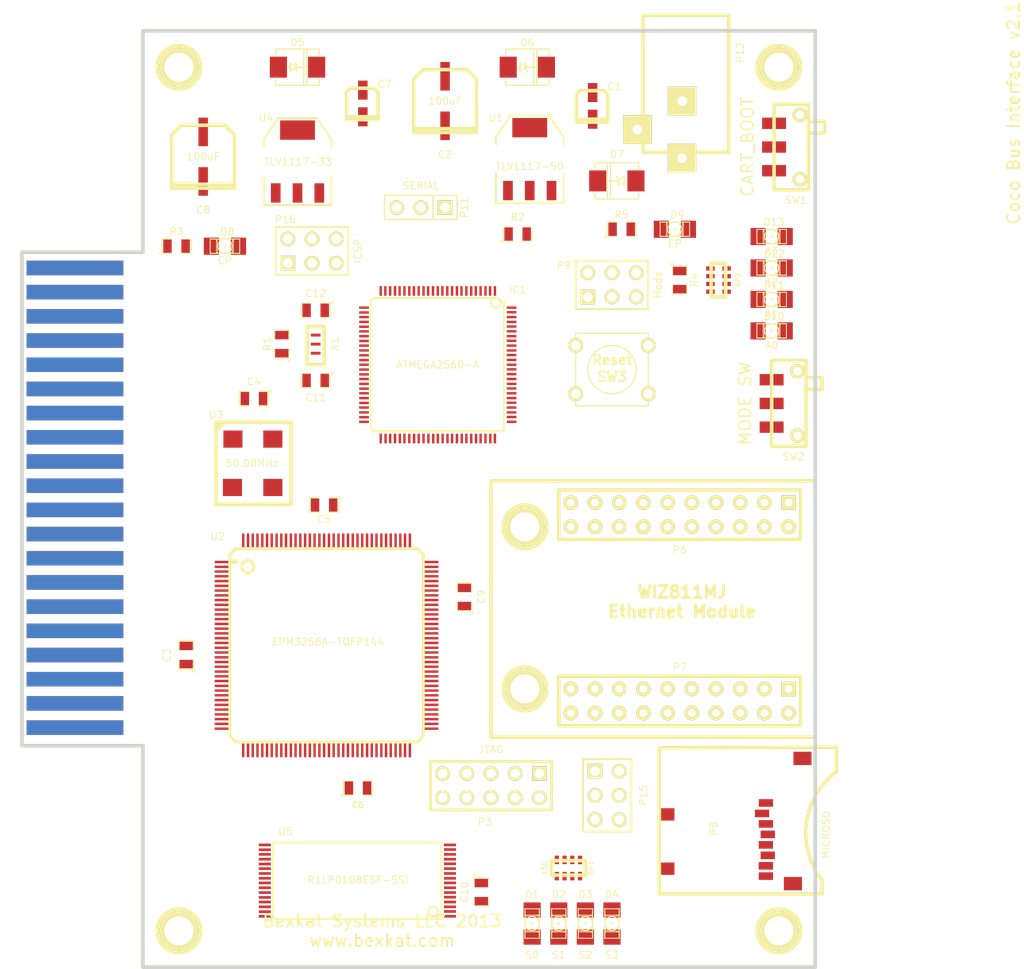
<source format=kicad_pcb>
(kicad_pcb (version 3) (host pcbnew "(2013-07-07 BZR 4022)-stable")

  (general
    (links 260)
    (no_connects 260)
    (area 15.1384 58.424299 138.208765 158.940501)
    (thickness 1.6002)
    (drawings 15)
    (tracks 1)
    (zones 0)
    (modules 58)
    (nets 138)
  )

  (page User 279.4 215.9)
  (title_block 
    (title "Color Computer Bus Interface")
    (rev 1.4)
    (company "Bexkat Systems LLC")
  )

  (layers
    (15 Front signal)
    (0 Back signal)
    (16 B.Adhes user)
    (17 F.Adhes user)
    (18 B.Paste user)
    (19 F.Paste user)
    (20 B.SilkS user)
    (21 F.SilkS user)
    (22 B.Mask user)
    (23 F.Mask user)
    (28 Edge.Cuts user)
  )

  (setup
    (last_trace_width 0.254)
    (user_trace_width 0.381)
    (user_trace_width 0.508)
    (trace_clearance 0.2032)
    (zone_clearance 0.508)
    (zone_45_only no)
    (trace_min 0.1524)
    (segment_width 0.381)
    (edge_width 0.381)
    (via_size 0.762)
    (via_drill 0.508)
    (via_min_size 0.762)
    (via_min_drill 0.508)
    (uvia_size 0.508)
    (uvia_drill 0.127)
    (uvias_allowed no)
    (uvia_min_size 0.508)
    (uvia_min_drill 0.127)
    (pcb_text_width 0.3048)
    (pcb_text_size 0.762 0.762)
    (mod_edge_width 0.381)
    (mod_text_size 0.762 0.762)
    (mod_text_width 0.0889)
    (pad_size 1.524 1.524)
    (pad_drill 1.016)
    (pad_to_mask_clearance 0.254)
    (aux_axis_origin 18.11274 83.49996)
    (visible_elements 7FFFFBFF)
    (pcbplotparams
      (layerselection 284196865)
      (usegerberextensions false)
      (excludeedgelayer true)
      (linewidth 0.150000)
      (plotframeref false)
      (viasonmask false)
      (mode 1)
      (useauxorigin true)
      (hpglpennumber 1)
      (hpglpenspeed 20)
      (hpglpendiameter 15)
      (hpglpenoverlay 0)
      (psnegative false)
      (psa4output false)
      (plotreference true)
      (plotvalue true)
      (plotothertext true)
      (plotinvisibletext false)
      (padsonsilk false)
      (subtractmaskfromsilk true)
      (outputformat 1)
      (mirror false)
      (drillshape 0)
      (scaleselection 1)
      (outputdirectory output))
  )

  (net 0 "")
  (net 1 +3.3V)
  (net 2 +5V)
  (net 3 "/Coco interface/A_A0")
  (net 4 "/Coco interface/A_A1")
  (net 5 "/Coco interface/A_A10")
  (net 6 "/Coco interface/A_A11")
  (net 7 "/Coco interface/A_A12")
  (net 8 "/Coco interface/A_A13")
  (net 9 "/Coco interface/A_A14")
  (net 10 "/Coco interface/A_A15")
  (net 11 "/Coco interface/A_A2")
  (net 12 "/Coco interface/A_A3")
  (net 13 "/Coco interface/A_A4")
  (net 14 "/Coco interface/A_A5")
  (net 15 "/Coco interface/A_A6")
  (net 16 "/Coco interface/A_A7")
  (net 17 "/Coco interface/A_A8")
  (net 18 "/Coco interface/A_A9")
  (net 19 "/Coco interface/A_D0")
  (net 20 "/Coco interface/A_D1")
  (net 21 "/Coco interface/A_D2")
  (net 22 "/Coco interface/A_D3")
  (net 23 "/Coco interface/A_D4")
  (net 24 "/Coco interface/A_D5")
  (net 25 "/Coco interface/A_D6")
  (net 26 "/Coco interface/A_D7")
  (net 27 "/Coco interface/A_FCFG_I")
  (net 28 "/Coco interface/A_FCMD_I")
  (net 29 "/Coco interface/A_R/~W")
  (net 30 "/Coco interface/A_~SELECT")
  (net 31 "/Coco interface/CLOCK_50")
  (net 32 "/Coco interface/C_A0")
  (net 33 "/Coco interface/C_A1")
  (net 34 "/Coco interface/C_A10")
  (net 35 "/Coco interface/C_A11")
  (net 36 "/Coco interface/C_A12")
  (net 37 "/Coco interface/C_A13")
  (net 38 "/Coco interface/C_A14")
  (net 39 "/Coco interface/C_A2")
  (net 40 "/Coco interface/C_A3")
  (net 41 "/Coco interface/C_A4")
  (net 42 "/Coco interface/C_A5")
  (net 43 "/Coco interface/C_A6")
  (net 44 "/Coco interface/C_A7")
  (net 45 "/Coco interface/C_A8")
  (net 46 "/Coco interface/C_A9")
  (net 47 "/Coco interface/C_D0")
  (net 48 "/Coco interface/C_D1")
  (net 49 "/Coco interface/C_D2")
  (net 50 "/Coco interface/C_D3")
  (net 51 "/Coco interface/C_D4")
  (net 52 "/Coco interface/C_D5")
  (net 53 "/Coco interface/C_D6")
  (net 54 "/Coco interface/C_D7")
  (net 55 "/Coco interface/C_ECLK")
  (net 56 "/Coco interface/C_POWER")
  (net 57 "/Coco interface/C_QCLK")
  (net 58 "/Coco interface/C_R/~W")
  (net 59 "/Coco interface/C_~CART")
  (net 60 "/Coco interface/C_~CTS")
  (net 61 "/Coco interface/C_~HALT")
  (net 62 "/Coco interface/C_~NMI")
  (net 63 "/Coco interface/C_~RESET")
  (net 64 "/Coco interface/C_~SCS")
  (net 65 "/Coco interface/C_~SLENB")
  (net 66 "/Coco interface/LED0")
  (net 67 "/Coco interface/LED1")
  (net 68 "/Coco interface/LED2")
  (net 69 "/Coco interface/LED3")
  (net 70 "/Coco interface/MOSI")
  (net 71 "/Coco interface/MOSI_33")
  (net 72 "/Coco interface/M_A0")
  (net 73 "/Coco interface/M_A1")
  (net 74 "/Coco interface/M_A10")
  (net 75 "/Coco interface/M_A11")
  (net 76 "/Coco interface/M_A12")
  (net 77 "/Coco interface/M_A13")
  (net 78 "/Coco interface/M_A14")
  (net 79 "/Coco interface/M_A15")
  (net 80 "/Coco interface/M_A2")
  (net 81 "/Coco interface/M_A3")
  (net 82 "/Coco interface/M_A4")
  (net 83 "/Coco interface/M_A5")
  (net 84 "/Coco interface/M_A6")
  (net 85 "/Coco interface/M_A7")
  (net 86 "/Coco interface/M_A8")
  (net 87 "/Coco interface/M_A9")
  (net 88 "/Coco interface/M_D0")
  (net 89 "/Coco interface/M_D1")
  (net 90 "/Coco interface/M_D2")
  (net 91 "/Coco interface/M_D3")
  (net 92 "/Coco interface/M_D4")
  (net 93 "/Coco interface/M_D5")
  (net 94 "/Coco interface/M_D6")
  (net 95 "/Coco interface/M_D7")
  (net 96 "/Coco interface/M_~CE")
  (net 97 "/Coco interface/M_~OE")
  (net 98 "/Coco interface/M_~WE")
  (net 99 "/Coco interface/SCLK_33")
  (net 100 "/Coco interface/SD_SS")
  (net 101 "/Coco interface/SD_SS_33")
  (net 102 "/Coco interface/TCK")
  (net 103 "/Coco interface/TDI")
  (net 104 "/Coco interface/TDO")
  (net 105 "/Coco interface/TMS")
  (net 106 "/Coco interface/~RESET")
  (net 107 /EXT_REG5)
  (net 108 /Microcontroller/ETH_SS)
  (net 109 /Microcontroller/LED0)
  (net 110 /Microcontroller/LED1)
  (net 111 /Microcontroller/LED2)
  (net 112 /Microcontroller/LED3)
  (net 113 /Microcontroller/MISO)
  (net 114 /Microcontroller/MODE)
  (net 115 /Microcontroller/RX)
  (net 116 /Microcontroller/SCK)
  (net 117 /Microcontroller/TDI)
  (net 118 /Microcontroller/TDO)
  (net 119 /Microcontroller/TX)
  (net 120 /Microcontroller/XTAL1)
  (net 121 /Microcontroller/XTAL2)
  (net 122 /TDI)
  (net 123 /TDO)
  (net 124 GND)
  (net 125 N-00000125)
  (net 126 N-00000126)
  (net 127 N-00000127)
  (net 128 N-00000128)
  (net 129 N-00000184)
  (net 130 N-00000185)
  (net 131 N-00000186)
  (net 132 N-00000187)
  (net 133 N-0000027)
  (net 134 N-0000046)
  (net 135 N-0000048)
  (net 136 N-0000049)
  (net 137 N-000007)

  (net_class Default "This is the default net class."
    (clearance 0.2032)
    (trace_width 0.254)
    (via_dia 0.762)
    (via_drill 0.508)
    (uvia_dia 0.508)
    (uvia_drill 0.127)
    (add_net "")
    (add_net +3.3V)
    (add_net +5V)
    (add_net "/Coco interface/A_A0")
    (add_net "/Coco interface/A_A1")
    (add_net "/Coco interface/A_A10")
    (add_net "/Coco interface/A_A11")
    (add_net "/Coco interface/A_A12")
    (add_net "/Coco interface/A_A13")
    (add_net "/Coco interface/A_A14")
    (add_net "/Coco interface/A_A15")
    (add_net "/Coco interface/A_A2")
    (add_net "/Coco interface/A_A3")
    (add_net "/Coco interface/A_A4")
    (add_net "/Coco interface/A_A5")
    (add_net "/Coco interface/A_A6")
    (add_net "/Coco interface/A_A7")
    (add_net "/Coco interface/A_A8")
    (add_net "/Coco interface/A_A9")
    (add_net "/Coco interface/A_D0")
    (add_net "/Coco interface/A_D1")
    (add_net "/Coco interface/A_D2")
    (add_net "/Coco interface/A_D3")
    (add_net "/Coco interface/A_D4")
    (add_net "/Coco interface/A_D5")
    (add_net "/Coco interface/A_D6")
    (add_net "/Coco interface/A_D7")
    (add_net "/Coco interface/A_FCFG_I")
    (add_net "/Coco interface/A_FCMD_I")
    (add_net "/Coco interface/A_R/~W")
    (add_net "/Coco interface/A_~SELECT")
    (add_net "/Coco interface/CLOCK_50")
    (add_net "/Coco interface/C_A0")
    (add_net "/Coco interface/C_A1")
    (add_net "/Coco interface/C_A10")
    (add_net "/Coco interface/C_A11")
    (add_net "/Coco interface/C_A12")
    (add_net "/Coco interface/C_A13")
    (add_net "/Coco interface/C_A14")
    (add_net "/Coco interface/C_A2")
    (add_net "/Coco interface/C_A3")
    (add_net "/Coco interface/C_A4")
    (add_net "/Coco interface/C_A5")
    (add_net "/Coco interface/C_A6")
    (add_net "/Coco interface/C_A7")
    (add_net "/Coco interface/C_A8")
    (add_net "/Coco interface/C_A9")
    (add_net "/Coco interface/C_D0")
    (add_net "/Coco interface/C_D1")
    (add_net "/Coco interface/C_D2")
    (add_net "/Coco interface/C_D3")
    (add_net "/Coco interface/C_D4")
    (add_net "/Coco interface/C_D5")
    (add_net "/Coco interface/C_D6")
    (add_net "/Coco interface/C_D7")
    (add_net "/Coco interface/C_ECLK")
    (add_net "/Coco interface/C_POWER")
    (add_net "/Coco interface/C_QCLK")
    (add_net "/Coco interface/C_R/~W")
    (add_net "/Coco interface/C_~CART")
    (add_net "/Coco interface/C_~CTS")
    (add_net "/Coco interface/C_~HALT")
    (add_net "/Coco interface/C_~NMI")
    (add_net "/Coco interface/C_~RESET")
    (add_net "/Coco interface/C_~SCS")
    (add_net "/Coco interface/C_~SLENB")
    (add_net "/Coco interface/LED0")
    (add_net "/Coco interface/LED1")
    (add_net "/Coco interface/LED2")
    (add_net "/Coco interface/LED3")
    (add_net "/Coco interface/MOSI")
    (add_net "/Coco interface/MOSI_33")
    (add_net "/Coco interface/M_A0")
    (add_net "/Coco interface/M_A1")
    (add_net "/Coco interface/M_A10")
    (add_net "/Coco interface/M_A11")
    (add_net "/Coco interface/M_A12")
    (add_net "/Coco interface/M_A13")
    (add_net "/Coco interface/M_A14")
    (add_net "/Coco interface/M_A15")
    (add_net "/Coco interface/M_A2")
    (add_net "/Coco interface/M_A3")
    (add_net "/Coco interface/M_A4")
    (add_net "/Coco interface/M_A5")
    (add_net "/Coco interface/M_A6")
    (add_net "/Coco interface/M_A7")
    (add_net "/Coco interface/M_A8")
    (add_net "/Coco interface/M_A9")
    (add_net "/Coco interface/M_D0")
    (add_net "/Coco interface/M_D1")
    (add_net "/Coco interface/M_D2")
    (add_net "/Coco interface/M_D3")
    (add_net "/Coco interface/M_D4")
    (add_net "/Coco interface/M_D5")
    (add_net "/Coco interface/M_D6")
    (add_net "/Coco interface/M_D7")
    (add_net "/Coco interface/M_~CE")
    (add_net "/Coco interface/M_~OE")
    (add_net "/Coco interface/M_~WE")
    (add_net "/Coco interface/SCLK_33")
    (add_net "/Coco interface/SD_SS")
    (add_net "/Coco interface/SD_SS_33")
    (add_net "/Coco interface/TCK")
    (add_net "/Coco interface/TDI")
    (add_net "/Coco interface/TDO")
    (add_net "/Coco interface/TMS")
    (add_net "/Coco interface/~RESET")
    (add_net /EXT_REG5)
    (add_net /Microcontroller/ETH_SS)
    (add_net /Microcontroller/LED0)
    (add_net /Microcontroller/LED1)
    (add_net /Microcontroller/LED2)
    (add_net /Microcontroller/LED3)
    (add_net /Microcontroller/MISO)
    (add_net /Microcontroller/MODE)
    (add_net /Microcontroller/RX)
    (add_net /Microcontroller/SCK)
    (add_net /Microcontroller/TDI)
    (add_net /Microcontroller/TDO)
    (add_net /Microcontroller/TX)
    (add_net /Microcontroller/XTAL1)
    (add_net /Microcontroller/XTAL2)
    (add_net /TDI)
    (add_net /TDO)
    (add_net GND)
    (add_net N-00000125)
    (add_net N-00000126)
    (add_net N-00000127)
    (add_net N-00000128)
    (add_net N-00000184)
    (add_net N-00000185)
    (add_net N-00000186)
    (add_net N-00000187)
    (add_net N-0000027)
    (add_net N-0000046)
    (add_net N-0000048)
    (add_net N-0000049)
    (add_net N-000007)
  )

  (net_class Power ""
    (clearance 0.2032)
    (trace_width 0.3048)
    (via_dia 0.762)
    (via_drill 0.508)
    (uvia_dia 0.508)
    (uvia_drill 0.127)
  )

  (module LED-1206 (layer Front) (tedit 51B46192) (tstamp 51239B3A)
    (at 80.264 154.178 270)
    (descr "LED 1206 smd package")
    (tags "LED1206 SMD")
    (path /51D5A817/51FC141B)
    (attr smd)
    (fp_text reference D4 (at -3.048 0 360) (layer F.SilkS)
      (effects (font (size 0.762 0.762) (thickness 0.0889)))
    )
    (fp_text value S3 (at 3.302 0 360) (layer F.SilkS)
      (effects (font (size 0.762 0.762) (thickness 0.0889)))
    )
    (fp_line (start -0.09906 0.09906) (end 0.09906 0.09906) (layer F.SilkS) (width 0.06604))
    (fp_line (start 0.09906 0.09906) (end 0.09906 -0.09906) (layer F.SilkS) (width 0.06604))
    (fp_line (start -0.09906 -0.09906) (end 0.09906 -0.09906) (layer F.SilkS) (width 0.06604))
    (fp_line (start -0.09906 0.09906) (end -0.09906 -0.09906) (layer F.SilkS) (width 0.06604))
    (fp_line (start 0.44958 0.6985) (end 0.79756 0.6985) (layer F.SilkS) (width 0.06604))
    (fp_line (start 0.79756 0.6985) (end 0.79756 0.44958) (layer F.SilkS) (width 0.06604))
    (fp_line (start 0.44958 0.44958) (end 0.79756 0.44958) (layer F.SilkS) (width 0.06604))
    (fp_line (start 0.44958 0.6985) (end 0.44958 0.44958) (layer F.SilkS) (width 0.06604))
    (fp_line (start 0.79756 0.6985) (end 0.89916 0.6985) (layer F.SilkS) (width 0.06604))
    (fp_line (start 0.89916 0.6985) (end 0.89916 -0.49784) (layer F.SilkS) (width 0.06604))
    (fp_line (start 0.79756 -0.49784) (end 0.89916 -0.49784) (layer F.SilkS) (width 0.06604))
    (fp_line (start 0.79756 0.6985) (end 0.79756 -0.49784) (layer F.SilkS) (width 0.06604))
    (fp_line (start 0.79756 -0.54864) (end 0.89916 -0.54864) (layer F.SilkS) (width 0.06604))
    (fp_line (start 0.89916 -0.54864) (end 0.89916 -0.6985) (layer F.SilkS) (width 0.06604))
    (fp_line (start 0.79756 -0.6985) (end 0.89916 -0.6985) (layer F.SilkS) (width 0.06604))
    (fp_line (start 0.79756 -0.54864) (end 0.79756 -0.6985) (layer F.SilkS) (width 0.06604))
    (fp_line (start -0.89916 0.6985) (end -0.79756 0.6985) (layer F.SilkS) (width 0.06604))
    (fp_line (start -0.79756 0.6985) (end -0.79756 -0.49784) (layer F.SilkS) (width 0.06604))
    (fp_line (start -0.89916 -0.49784) (end -0.79756 -0.49784) (layer F.SilkS) (width 0.06604))
    (fp_line (start -0.89916 0.6985) (end -0.89916 -0.49784) (layer F.SilkS) (width 0.06604))
    (fp_line (start -0.89916 -0.54864) (end -0.79756 -0.54864) (layer F.SilkS) (width 0.06604))
    (fp_line (start -0.79756 -0.54864) (end -0.79756 -0.6985) (layer F.SilkS) (width 0.06604))
    (fp_line (start -0.89916 -0.6985) (end -0.79756 -0.6985) (layer F.SilkS) (width 0.06604))
    (fp_line (start -0.89916 -0.54864) (end -0.89916 -0.6985) (layer F.SilkS) (width 0.06604))
    (fp_line (start 0.44958 0.6985) (end 0.59944 0.6985) (layer F.SilkS) (width 0.06604))
    (fp_line (start 0.59944 0.6985) (end 0.59944 0.44958) (layer F.SilkS) (width 0.06604))
    (fp_line (start 0.44958 0.44958) (end 0.59944 0.44958) (layer F.SilkS) (width 0.06604))
    (fp_line (start 0.44958 0.6985) (end 0.44958 0.44958) (layer F.SilkS) (width 0.06604))
    (fp_line (start 1.5494 0.7493) (end -1.5494 0.7493) (layer F.SilkS) (width 0.1016))
    (fp_line (start -1.5494 0.7493) (end -1.5494 -0.7493) (layer F.SilkS) (width 0.1016))
    (fp_line (start -1.5494 -0.7493) (end 1.5494 -0.7493) (layer F.SilkS) (width 0.1016))
    (fp_line (start 1.5494 -0.7493) (end 1.5494 0.7493) (layer F.SilkS) (width 0.1016))
    (fp_arc (start 0 0) (end 0.54864 0.49784) (angle 95.4) (layer F.SilkS) (width 0.1016))
    (fp_arc (start 0 0) (end -0.54864 0.49784) (angle 84.5) (layer F.SilkS) (width 0.1016))
    (fp_arc (start 0 0) (end -0.54864 -0.49784) (angle 95.4) (layer F.SilkS) (width 0.1016))
    (fp_arc (start 0 0) (end 0.54864 -0.49784) (angle 84.5) (layer F.SilkS) (width 0.1016))
    (pad 1 smd rect (at -1.41986 0 270) (size 1.59766 1.80086)
      (layers Front F.Paste F.Mask)
      (net 127 N-00000127)
    )
    (pad 2 smd rect (at 1.41986 0 270) (size 1.59766 1.80086)
      (layers Front F.Paste F.Mask)
      (net 124 GND)
    )
  )

  (module LED-1206 (layer Front) (tedit 51B4618E) (tstamp 51239B38)
    (at 74.676 154.178 270)
    (descr "LED 1206 smd package")
    (tags "LED1206 SMD")
    (path /51D5A817/51FC1421)
    (attr smd)
    (fp_text reference D2 (at -3.048 0 360) (layer F.SilkS)
      (effects (font (size 0.762 0.762) (thickness 0.0889)))
    )
    (fp_text value S1 (at 3.302 0 360) (layer F.SilkS)
      (effects (font (size 0.762 0.762) (thickness 0.0889)))
    )
    (fp_line (start -0.09906 0.09906) (end 0.09906 0.09906) (layer F.SilkS) (width 0.06604))
    (fp_line (start 0.09906 0.09906) (end 0.09906 -0.09906) (layer F.SilkS) (width 0.06604))
    (fp_line (start -0.09906 -0.09906) (end 0.09906 -0.09906) (layer F.SilkS) (width 0.06604))
    (fp_line (start -0.09906 0.09906) (end -0.09906 -0.09906) (layer F.SilkS) (width 0.06604))
    (fp_line (start 0.44958 0.6985) (end 0.79756 0.6985) (layer F.SilkS) (width 0.06604))
    (fp_line (start 0.79756 0.6985) (end 0.79756 0.44958) (layer F.SilkS) (width 0.06604))
    (fp_line (start 0.44958 0.44958) (end 0.79756 0.44958) (layer F.SilkS) (width 0.06604))
    (fp_line (start 0.44958 0.6985) (end 0.44958 0.44958) (layer F.SilkS) (width 0.06604))
    (fp_line (start 0.79756 0.6985) (end 0.89916 0.6985) (layer F.SilkS) (width 0.06604))
    (fp_line (start 0.89916 0.6985) (end 0.89916 -0.49784) (layer F.SilkS) (width 0.06604))
    (fp_line (start 0.79756 -0.49784) (end 0.89916 -0.49784) (layer F.SilkS) (width 0.06604))
    (fp_line (start 0.79756 0.6985) (end 0.79756 -0.49784) (layer F.SilkS) (width 0.06604))
    (fp_line (start 0.79756 -0.54864) (end 0.89916 -0.54864) (layer F.SilkS) (width 0.06604))
    (fp_line (start 0.89916 -0.54864) (end 0.89916 -0.6985) (layer F.SilkS) (width 0.06604))
    (fp_line (start 0.79756 -0.6985) (end 0.89916 -0.6985) (layer F.SilkS) (width 0.06604))
    (fp_line (start 0.79756 -0.54864) (end 0.79756 -0.6985) (layer F.SilkS) (width 0.06604))
    (fp_line (start -0.89916 0.6985) (end -0.79756 0.6985) (layer F.SilkS) (width 0.06604))
    (fp_line (start -0.79756 0.6985) (end -0.79756 -0.49784) (layer F.SilkS) (width 0.06604))
    (fp_line (start -0.89916 -0.49784) (end -0.79756 -0.49784) (layer F.SilkS) (width 0.06604))
    (fp_line (start -0.89916 0.6985) (end -0.89916 -0.49784) (layer F.SilkS) (width 0.06604))
    (fp_line (start -0.89916 -0.54864) (end -0.79756 -0.54864) (layer F.SilkS) (width 0.06604))
    (fp_line (start -0.79756 -0.54864) (end -0.79756 -0.6985) (layer F.SilkS) (width 0.06604))
    (fp_line (start -0.89916 -0.6985) (end -0.79756 -0.6985) (layer F.SilkS) (width 0.06604))
    (fp_line (start -0.89916 -0.54864) (end -0.89916 -0.6985) (layer F.SilkS) (width 0.06604))
    (fp_line (start 0.44958 0.6985) (end 0.59944 0.6985) (layer F.SilkS) (width 0.06604))
    (fp_line (start 0.59944 0.6985) (end 0.59944 0.44958) (layer F.SilkS) (width 0.06604))
    (fp_line (start 0.44958 0.44958) (end 0.59944 0.44958) (layer F.SilkS) (width 0.06604))
    (fp_line (start 0.44958 0.6985) (end 0.44958 0.44958) (layer F.SilkS) (width 0.06604))
    (fp_line (start 1.5494 0.7493) (end -1.5494 0.7493) (layer F.SilkS) (width 0.1016))
    (fp_line (start -1.5494 0.7493) (end -1.5494 -0.7493) (layer F.SilkS) (width 0.1016))
    (fp_line (start -1.5494 -0.7493) (end 1.5494 -0.7493) (layer F.SilkS) (width 0.1016))
    (fp_line (start 1.5494 -0.7493) (end 1.5494 0.7493) (layer F.SilkS) (width 0.1016))
    (fp_arc (start 0 0) (end 0.54864 0.49784) (angle 95.4) (layer F.SilkS) (width 0.1016))
    (fp_arc (start 0 0) (end -0.54864 0.49784) (angle 84.5) (layer F.SilkS) (width 0.1016))
    (fp_arc (start 0 0) (end -0.54864 -0.49784) (angle 95.4) (layer F.SilkS) (width 0.1016))
    (fp_arc (start 0 0) (end 0.54864 -0.49784) (angle 84.5) (layer F.SilkS) (width 0.1016))
    (pad 1 smd rect (at -1.41986 0 270) (size 1.59766 1.80086)
      (layers Front F.Paste F.Mask)
      (net 128 N-00000128)
    )
    (pad 2 smd rect (at 1.41986 0 270) (size 1.59766 1.80086)
      (layers Front F.Paste F.Mask)
      (net 124 GND)
    )
  )

  (module 1pin (layer Front) (tedit 513F72B2) (tstamp 512576E4)
    (at 34.798 64.262)
    (descr "module 1 pin (ou trou mecanique de percage)")
    (tags DEV)
    (path /513F722E)
    (fp_text reference P4 (at 0.10668 -0.0889 90) (layer F.SilkS) hide
      (effects (font (size 0.762 0.762) (thickness 0.0889)))
    )
    (fp_text value TST (at 0.06858 -0.0889) (layer F.SilkS) hide
      (effects (font (size 0.762 0.762) (thickness 0.0889)))
    )
    (fp_circle (center 0 0) (end 0 -2.286) (layer F.SilkS) (width 0.381))
    (pad 1 thru_hole circle (at 0 0) (size 4.064 4.064) (drill 3.048)
      (layers *.Cu *.Mask F.SilkS)
      (net 124 GND)
    )
  )

  (module 1pin (layer Front) (tedit 5143BB75) (tstamp 512576F4)
    (at 97.79 64.262)
    (descr "module 1 pin (ou trou mecanique de percage)")
    (tags DEV)
    (path /513F7227)
    (fp_text reference P5 (at -0.27178 -0.86614) (layer F.SilkS) hide
      (effects (font (size 0.762 0.762) (thickness 0.0889)))
    )
    (fp_text value TST (at 0.51562 0.09906) (layer F.SilkS) hide
      (effects (font (size 0.762 0.762) (thickness 0.0889)))
    )
    (fp_circle (center 0 0) (end 0 -2.286) (layer F.SilkS) (width 0.381))
    (pad 1 thru_hole circle (at 0 0) (size 4.064 4.064) (drill 3.048)
      (layers *.Cu *.Mask F.SilkS)
      (net 124 GND)
    )
  )

  (module 1pin (layer Front) (tedit 5143BB12) (tstamp 512576FA)
    (at 97.79 154.94)
    (descr "module 1 pin (ou trou mecanique de percage)")
    (tags DEV)
    (path /513F722B)
    (fp_text reference P1 (at -0.22098 1.03886) (layer F.SilkS) hide
      (effects (font (size 0.762 0.762) (thickness 0.0889)))
    )
    (fp_text value TST (at 0.23622 -1.27254) (layer F.SilkS) hide
      (effects (font (size 0.762 0.762) (thickness 0.0889)))
    )
    (fp_circle (center 0 0) (end 0 -2.286) (layer F.SilkS) (width 0.381))
    (pad 1 thru_hole circle (at 0 0) (size 4.064 4.064) (drill 3.048)
      (layers *.Cu *.Mask F.SilkS)
      (net 124 GND)
    )
  )

  (module 1pin (layer Front) (tedit 513F72C9) (tstamp 512576FF)
    (at 34.798 154.94)
    (descr "module 1 pin (ou trou mecanique de percage)")
    (tags DEV)
    (path /513F7224)
    (fp_text reference P2 (at -0.04572 -0.0127) (layer F.SilkS) hide
      (effects (font (size 0.762 0.762) (thickness 0.0889)))
    )
    (fp_text value TST (at 0.08382 0.1397) (layer F.SilkS) hide
      (effects (font (size 0.762 0.762) (thickness 0.0889)))
    )
    (fp_circle (center 0 0) (end 0 -2.286) (layer F.SilkS) (width 0.381))
    (pad 1 thru_hole circle (at 0 0) (size 4.064 4.064) (drill 3.048)
      (layers *.Cu *.Mask F.SilkS)
      (net 124 GND)
    )
  )

  (module LED-1206 (layer Front) (tedit 51B46190) (tstamp 518946BD)
    (at 77.47 154.178 270)
    (descr "LED 1206 smd package")
    (tags "LED led 1206 SMD smd SMT smt smdled SMDLED smtled SMTLED")
    (path /51D5A817/51FC1433)
    (attr smd)
    (fp_text reference D3 (at -3.048 0 360) (layer F.SilkS)
      (effects (font (size 0.762 0.762) (thickness 0.0889)))
    )
    (fp_text value S2 (at 3.302 0 360) (layer F.SilkS)
      (effects (font (size 0.762 0.762) (thickness 0.0889)))
    )
    (fp_line (start -0.09906 0.09906) (end 0.09906 0.09906) (layer F.SilkS) (width 0.06604))
    (fp_line (start 0.09906 0.09906) (end 0.09906 -0.09906) (layer F.SilkS) (width 0.06604))
    (fp_line (start -0.09906 -0.09906) (end 0.09906 -0.09906) (layer F.SilkS) (width 0.06604))
    (fp_line (start -0.09906 0.09906) (end -0.09906 -0.09906) (layer F.SilkS) (width 0.06604))
    (fp_line (start 0.44958 0.6985) (end 0.79756 0.6985) (layer F.SilkS) (width 0.06604))
    (fp_line (start 0.79756 0.6985) (end 0.79756 0.44958) (layer F.SilkS) (width 0.06604))
    (fp_line (start 0.44958 0.44958) (end 0.79756 0.44958) (layer F.SilkS) (width 0.06604))
    (fp_line (start 0.44958 0.6985) (end 0.44958 0.44958) (layer F.SilkS) (width 0.06604))
    (fp_line (start 0.79756 0.6985) (end 0.89916 0.6985) (layer F.SilkS) (width 0.06604))
    (fp_line (start 0.89916 0.6985) (end 0.89916 -0.49784) (layer F.SilkS) (width 0.06604))
    (fp_line (start 0.79756 -0.49784) (end 0.89916 -0.49784) (layer F.SilkS) (width 0.06604))
    (fp_line (start 0.79756 0.6985) (end 0.79756 -0.49784) (layer F.SilkS) (width 0.06604))
    (fp_line (start 0.79756 -0.54864) (end 0.89916 -0.54864) (layer F.SilkS) (width 0.06604))
    (fp_line (start 0.89916 -0.54864) (end 0.89916 -0.6985) (layer F.SilkS) (width 0.06604))
    (fp_line (start 0.79756 -0.6985) (end 0.89916 -0.6985) (layer F.SilkS) (width 0.06604))
    (fp_line (start 0.79756 -0.54864) (end 0.79756 -0.6985) (layer F.SilkS) (width 0.06604))
    (fp_line (start -0.89916 0.6985) (end -0.79756 0.6985) (layer F.SilkS) (width 0.06604))
    (fp_line (start -0.79756 0.6985) (end -0.79756 -0.49784) (layer F.SilkS) (width 0.06604))
    (fp_line (start -0.89916 -0.49784) (end -0.79756 -0.49784) (layer F.SilkS) (width 0.06604))
    (fp_line (start -0.89916 0.6985) (end -0.89916 -0.49784) (layer F.SilkS) (width 0.06604))
    (fp_line (start -0.89916 -0.54864) (end -0.79756 -0.54864) (layer F.SilkS) (width 0.06604))
    (fp_line (start -0.79756 -0.54864) (end -0.79756 -0.6985) (layer F.SilkS) (width 0.06604))
    (fp_line (start -0.89916 -0.6985) (end -0.79756 -0.6985) (layer F.SilkS) (width 0.06604))
    (fp_line (start -0.89916 -0.54864) (end -0.89916 -0.6985) (layer F.SilkS) (width 0.06604))
    (fp_line (start 0.44958 0.6985) (end 0.59944 0.6985) (layer F.SilkS) (width 0.06604))
    (fp_line (start 0.59944 0.6985) (end 0.59944 0.44958) (layer F.SilkS) (width 0.06604))
    (fp_line (start 0.44958 0.44958) (end 0.59944 0.44958) (layer F.SilkS) (width 0.06604))
    (fp_line (start 0.44958 0.6985) (end 0.44958 0.44958) (layer F.SilkS) (width 0.06604))
    (fp_line (start 1.5494 0.7493) (end -1.5494 0.7493) (layer F.SilkS) (width 0.1016))
    (fp_line (start -1.5494 0.7493) (end -1.5494 -0.7493) (layer F.SilkS) (width 0.1016))
    (fp_line (start -1.5494 -0.7493) (end 1.5494 -0.7493) (layer F.SilkS) (width 0.1016))
    (fp_line (start 1.5494 -0.7493) (end 1.5494 0.7493) (layer F.SilkS) (width 0.1016))
    (fp_arc (start 0 0) (end 0.54864 0.49784) (angle 95.4) (layer F.SilkS) (width 0.1016))
    (fp_arc (start 0 0) (end -0.54864 0.49784) (angle 84.5) (layer F.SilkS) (width 0.1016))
    (fp_arc (start 0 0) (end -0.54864 -0.49784) (angle 95.4) (layer F.SilkS) (width 0.1016))
    (fp_arc (start 0 0) (end 0.54864 -0.49784) (angle 84.5) (layer F.SilkS) (width 0.1016))
    (pad 1 smd rect (at -1.41986 0 270) (size 1.59766 1.80086)
      (layers Front F.Paste F.Mask)
      (net 125 N-00000125)
    )
    (pad 2 smd rect (at 1.41986 0 270) (size 1.59766 1.80086)
      (layers Front F.Paste F.Mask)
      (net 124 GND)
    )
  )

  (module TQFP144 (layer Front) (tedit 51FD1BBE) (tstamp 519E60BF)
    (at 50.292 124.968 90)
    (path /51D5A817/51D5AAC0)
    (clearance 0.11938)
    (attr smd)
    (fp_text reference U2 (at 11.43 -11.43 180) (layer F.SilkS)
      (effects (font (size 0.762 0.762) (thickness 0.0889)))
    )
    (fp_text value EPM3256A-TQFP144 (at 0.3556 0.1524 180) (layer F.SilkS)
      (effects (font (size 0.762 0.762) (thickness 0.0889)))
    )
    (fp_circle (center 8.255 -8.255) (end 8.255 -8.89) (layer F.SilkS) (width 0.3048))
    (fp_line (start 8.636 -9.398) (end 8.8646 -9.398) (layer F.SilkS) (width 0.3048))
    (fp_line (start 8.8646 -9.398) (end 8.8646 -10.16) (layer F.SilkS) (width 0.3048))
    (fp_line (start 8.636 -10.16) (end 8.636 -9.398) (layer F.SilkS) (width 0.3048))
    (fp_line (start -9.525 -10.16) (end -10.16 -9.525) (layer F.SilkS) (width 0.3048))
    (fp_line (start -10.16 -9.525) (end -10.16 9.525) (layer F.SilkS) (width 0.3048))
    (fp_line (start -10.16 9.525) (end -9.525 10.16) (layer F.SilkS) (width 0.3048))
    (fp_line (start -9.525 10.16) (end 9.525 10.16) (layer F.SilkS) (width 0.3048))
    (fp_line (start 9.525 10.16) (end 10.16 9.525) (layer F.SilkS) (width 0.3048))
    (fp_line (start 10.16 9.525) (end 10.16 -9.525) (layer F.SilkS) (width 0.3048))
    (fp_line (start 10.16 -9.525) (end 9.525 -10.16) (layer F.SilkS) (width 0.3048))
    (fp_line (start 9.525 -10.16) (end -9.525 -10.16) (layer F.SilkS) (width 0.3048))
    (pad 1 smd rect (at 8.7503 -10.9855 90) (size 0.254 1.524)
      (layers Front F.Paste F.Mask)
      (net 65 "/Coco interface/C_~SLENB")
    )
    (pad 2 smd rect (at 8.2423 -10.9855 90) (size 0.254 1.524)
      (layers Front F.Paste F.Mask)
      (net 97 "/Coco interface/M_~OE")
    )
    (pad 3 smd rect (at 7.747 -10.9855 90) (size 0.254 1.524)
      (layers Front F.Paste F.Mask)
      (net 124 GND)
    )
    (pad 4 smd rect (at 7.2517 -10.9855 90) (size 0.254 1.524)
      (layers Front F.Paste F.Mask)
      (net 103 "/Coco interface/TDI")
    )
    (pad 5 smd rect (at 6.7437 -10.9855 90) (size 0.254 1.524)
      (layers Front F.Paste F.Mask)
      (net 44 "/Coco interface/C_A7")
    )
    (pad 6 smd rect (at 6.2484 -10.9855 90) (size 0.254 1.524)
      (layers Front F.Paste F.Mask)
    )
    (pad 7 smd rect (at 5.7531 -10.9855 90) (size 0.254 1.524)
      (layers Front F.Paste F.Mask)
    )
    (pad 8 smd rect (at 5.2451 -10.9855 90) (size 0.254 1.524)
      (layers Front F.Paste F.Mask)
    )
    (pad 9 smd rect (at 4.7498 -10.9855 90) (size 0.254 1.524)
      (layers Front F.Paste F.Mask)
      (net 56 "/Coco interface/C_POWER")
    )
    (pad 10 smd rect (at 4.2545 -10.9855 90) (size 0.254 1.524)
      (layers Front F.Paste F.Mask)
      (net 11 "/Coco interface/A_A2")
    )
    (pad 11 smd rect (at 3.7465 -10.9855 90) (size 0.254 1.524)
      (layers Front F.Paste F.Mask)
      (net 60 "/Coco interface/C_~CTS")
    )
    (pad 12 smd rect (at 3.2512 -10.9855 90) (size 0.254 1.524)
      (layers Front F.Paste F.Mask)
      (net 34 "/Coco interface/C_A10")
    )
    (pad 13 smd rect (at 2.7559 -10.9855 90) (size 0.254 1.524)
      (layers Front F.Paste F.Mask)
      (net 124 GND)
    )
    (pad 14 smd rect (at 2.2479 -10.9855 90) (size 0.254 1.524)
      (layers Front F.Paste F.Mask)
    )
    (pad 15 smd rect (at 1.7526 -10.9855 90) (size 0.254 1.524)
      (layers Front F.Paste F.Mask)
      (net 6 "/Coco interface/A_A11")
    )
    (pad 16 smd rect (at 1.2573 -10.9855 90) (size 0.254 1.524)
      (layers Front F.Paste F.Mask)
      (net 4 "/Coco interface/A_A1")
    )
    (pad 17 smd rect (at 0.7493 -10.9855 90) (size 0.254 1.524)
      (layers Front F.Paste F.Mask)
      (net 124 GND)
    )
    (pad 18 smd rect (at 0.254 -10.9855 90) (size 0.254 1.524)
      (layers Front F.Paste F.Mask)
      (net 78 "/Coco interface/M_A14")
    )
    (pad 19 smd rect (at -0.254 -10.9855 90) (size 0.254 1.524)
      (layers Front F.Paste F.Mask)
      (net 79 "/Coco interface/M_A15")
    )
    (pad 20 smd rect (at -0.7493 -10.9855 90) (size 0.254 1.524)
      (layers Front F.Paste F.Mask)
      (net 105 "/Coco interface/TMS")
    )
    (pad 21 smd rect (at -1.2573 -10.9855 90) (size 0.254 1.524)
      (layers Front F.Paste F.Mask)
      (net 83 "/Coco interface/M_A5")
    )
    (pad 22 smd rect (at -1.7526 -10.9855 90) (size 0.254 1.524)
      (layers Front F.Paste F.Mask)
      (net 80 "/Coco interface/M_A2")
    )
    (pad 23 smd rect (at -2.2479 -10.9855 90) (size 0.254 1.524)
      (layers Front F.Paste F.Mask)
      (net 32 "/Coco interface/C_A0")
    )
    (pad 24 smd rect (at -2.7559 -10.9855 90) (size 0.254 1.524)
      (layers Front F.Paste F.Mask)
      (net 1 +3.3V)
    )
    (pad 25 smd rect (at -3.2512 -10.9855 90) (size 0.254 1.524)
      (layers Front F.Paste F.Mask)
      (net 81 "/Coco interface/M_A3")
    )
    (pad 26 smd rect (at -3.7465 -10.9855 90) (size 0.254 1.524)
      (layers Front F.Paste F.Mask)
      (net 124 GND)
    )
    (pad 27 smd rect (at -4.2545 -10.9855 90) (size 0.254 1.524)
      (layers Front F.Paste F.Mask)
      (net 82 "/Coco interface/M_A4")
    )
    (pad 28 smd rect (at -4.7498 -10.9855 90) (size 0.254 1.524)
      (layers Front F.Paste F.Mask)
      (net 47 "/Coco interface/C_D0")
    )
    (pad 29 smd rect (at -5.2451 -10.9855 90) (size 0.254 1.524)
      (layers Front F.Paste F.Mask)
      (net 48 "/Coco interface/C_D1")
    )
    (pad 30 smd rect (at -5.7531 -10.9855 90) (size 0.254 1.524)
      (layers Front F.Paste F.Mask)
      (net 49 "/Coco interface/C_D2")
    )
    (pad 31 smd rect (at -6.2484 -10.9855 90) (size 0.254 1.524)
      (layers Front F.Paste F.Mask)
      (net 50 "/Coco interface/C_D3")
    )
    (pad 32 smd rect (at -6.7437 -10.9855 90) (size 0.254 1.524)
      (layers Front F.Paste F.Mask)
      (net 51 "/Coco interface/C_D4")
    )
    (pad 33 smd rect (at -7.2517 -10.9855 90) (size 0.254 1.524)
      (layers Front F.Paste F.Mask)
      (net 124 GND)
    )
    (pad 34 smd rect (at -7.747 -10.9855 90) (size 0.254 1.524)
      (layers Front F.Paste F.Mask)
      (net 52 "/Coco interface/C_D5")
    )
    (pad 35 smd rect (at -8.2423 -10.9855 90) (size 0.254 1.524)
      (layers Front F.Paste F.Mask)
      (net 53 "/Coco interface/C_D6")
    )
    (pad 36 smd rect (at -8.7503 -10.9855 90) (size 0.254 1.524)
      (layers Front F.Paste F.Mask)
      (net 54 "/Coco interface/C_D7")
    )
    (pad 66 smd rect (at -10.9855 5.7531 90) (size 1.524 0.254)
      (layers Front F.Paste F.Mask)
      (net 18 "/Coco interface/A_A9")
    )
    (pad 67 smd rect (at -10.9855 6.2484 90) (size 1.524 0.254)
      (layers Front F.Paste F.Mask)
      (net 100 "/Coco interface/SD_SS")
    )
    (pad 68 smd rect (at -10.9855 6.7437 90) (size 1.524 0.254)
      (layers Front F.Paste F.Mask)
      (net 73 "/Coco interface/M_A1")
    )
    (pad 69 smd rect (at -10.9855 7.2517 90) (size 1.524 0.254)
      (layers Front F.Paste F.Mask)
      (net 14 "/Coco interface/A_A5")
    )
    (pad 70 smd rect (at -10.9855 7.747 90) (size 1.524 0.254)
      (layers Front F.Paste F.Mask)
    )
    (pad 71 smd rect (at -10.9855 8.2423 90) (size 1.524 0.254)
      (layers Front F.Paste F.Mask)
      (net 45 "/Coco interface/C_A8")
    )
    (pad 72 smd rect (at -10.9855 8.7503 90) (size 1.524 0.254)
      (layers Front F.Paste F.Mask)
      (net 116 /Microcontroller/SCK)
    )
    (pad 114 smd rect (at 10.9855 6.2484 90) (size 1.524 0.254)
      (layers Front F.Paste F.Mask)
      (net 124 GND)
    )
    (pad 115 smd rect (at 10.9855 5.7531 90) (size 1.524 0.254)
      (layers Front F.Paste F.Mask)
      (net 1 +3.3V)
    )
    (pad 116 smd rect (at 10.9855 5.2451 90) (size 1.524 0.254)
      (layers Front F.Paste F.Mask)
      (net 20 "/Coco interface/A_D1")
    )
    (pad 117 smd rect (at 10.9855 4.7498 90) (size 1.524 0.254)
      (layers Front F.Paste F.Mask)
      (net 21 "/Coco interface/A_D2")
    )
    (pad 118 smd rect (at 10.9855 4.2545 90) (size 1.524 0.254)
      (layers Front F.Paste F.Mask)
      (net 22 "/Coco interface/A_D3")
    )
    (pad 119 smd rect (at 10.9855 3.7465 90) (size 1.524 0.254)
      (layers Front F.Paste F.Mask)
      (net 23 "/Coco interface/A_D4")
    )
    (pad 120 smd rect (at 10.9855 3.2512 90) (size 1.524 0.254)
      (layers Front F.Paste F.Mask)
      (net 24 "/Coco interface/A_D5")
    )
    (pad 121 smd rect (at 10.9855 2.7559 90) (size 1.524 0.254)
      (layers Front F.Paste F.Mask)
      (net 25 "/Coco interface/A_D6")
    )
    (pad 122 smd rect (at 10.9855 2.2479 90) (size 1.524 0.254)
      (layers Front F.Paste F.Mask)
      (net 26 "/Coco interface/A_D7")
    )
    (pad 123 smd rect (at 10.9855 1.7526 90) (size 1.524 0.254)
      (layers Front F.Paste F.Mask)
      (net 1 +3.3V)
    )
    (pad 124 smd rect (at 10.9855 1.2573 90) (size 1.524 0.254)
      (layers Front F.Paste F.Mask)
      (net 124 GND)
    )
    (pad 125 smd rect (at 10.9855 0.7493 90) (size 1.524 0.254)
      (layers Front F.Paste F.Mask)
      (net 31 "/Coco interface/CLOCK_50")
    )
    (pad 126 smd rect (at 10.9855 0.254 90) (size 1.524 0.254)
      (layers Front F.Paste F.Mask)
    )
    (pad 127 smd rect (at 10.9855 -0.254 90) (size 1.524 0.254)
      (layers Front F.Paste F.Mask)
      (net 106 "/Coco interface/~RESET")
    )
    (pad 128 smd rect (at 10.9855 -0.7493 90) (size 1.524 0.254)
      (layers Front F.Paste F.Mask)
    )
    (pad 129 smd rect (at 10.9855 -1.2573 90) (size 1.524 0.254)
      (layers Front F.Paste F.Mask)
      (net 124 GND)
    )
    (pad 130 smd rect (at 10.9855 -1.7526 90) (size 1.524 0.254)
      (layers Front F.Paste F.Mask)
      (net 1 +3.3V)
    )
    (pad 131 smd rect (at 10.9855 -2.2479 90) (size 1.524 0.254)
      (layers Front F.Paste F.Mask)
      (net 5 "/Coco interface/A_A10")
    )
    (pad 132 smd rect (at 10.9855 -2.7559 90) (size 1.524 0.254)
      (layers Front F.Paste F.Mask)
      (net 7 "/Coco interface/A_A12")
    )
    (pad 133 smd rect (at 10.9855 -3.2512 90) (size 1.524 0.254)
      (layers Front F.Paste F.Mask)
      (net 43 "/Coco interface/C_A6")
    )
    (pad 134 smd rect (at 10.9855 -3.7465 90) (size 1.524 0.254)
      (layers Front F.Paste F.Mask)
      (net 27 "/Coco interface/A_FCFG_I")
    )
    (pad 135 smd rect (at 10.9855 -4.2545 90) (size 1.524 0.254)
      (layers Front F.Paste F.Mask)
      (net 124 GND)
    )
    (pad 136 smd rect (at 10.9855 -4.7498 90) (size 1.524 0.254)
      (layers Front F.Paste F.Mask)
      (net 68 "/Coco interface/LED2")
    )
    (pad 137 smd rect (at 10.9855 -5.2451 90) (size 1.524 0.254)
      (layers Front F.Paste F.Mask)
      (net 28 "/Coco interface/A_FCMD_I")
    )
    (pad 138 smd rect (at 10.9855 -5.7531 90) (size 1.524 0.254)
      (layers Front F.Paste F.Mask)
      (net 67 "/Coco interface/LED1")
    )
    (pad 139 smd rect (at 10.9855 -6.2484 90) (size 1.524 0.254)
      (layers Front F.Paste F.Mask)
      (net 33 "/Coco interface/C_A1")
    )
    (pad 140 smd rect (at 10.9855 -6.7437 90) (size 1.524 0.254)
      (layers Front F.Paste F.Mask)
      (net 17 "/Coco interface/A_A8")
    )
    (pad 141 smd rect (at 10.9855 -7.2517 90) (size 1.524 0.254)
      (layers Front F.Paste F.Mask)
    )
    (pad 142 smd rect (at 10.9855 -7.747 90) (size 1.524 0.254)
      (layers Front F.Paste F.Mask)
      (net 96 "/Coco interface/M_~CE")
    )
    (pad 143 smd rect (at 10.9855 -8.2423 90) (size 1.524 0.254)
      (layers Front F.Paste F.Mask)
      (net 69 "/Coco interface/LED3")
    )
    (pad 144 smd rect (at 10.9855 -8.7503 90) (size 1.524 0.254)
      (layers Front F.Paste F.Mask)
      (net 1 +3.3V)
    )
    (pad 37 smd rect (at -10.9855 -8.7503 90) (size 1.524 0.254)
      (layers Front F.Paste F.Mask)
      (net 95 "/Coco interface/M_D7")
    )
    (pad 38 smd rect (at -10.9855 -8.2423 90) (size 1.524 0.254)
      (layers Front F.Paste F.Mask)
      (net 94 "/Coco interface/M_D6")
    )
    (pad 39 smd rect (at -10.9855 -7.747 90) (size 1.524 0.254)
      (layers Front F.Paste F.Mask)
      (net 93 "/Coco interface/M_D5")
    )
    (pad 40 smd rect (at -10.9855 -7.2517 90) (size 1.524 0.254)
      (layers Front F.Paste F.Mask)
      (net 92 "/Coco interface/M_D4")
    )
    (pad 41 smd rect (at -10.9855 -6.7437 90) (size 1.524 0.254)
      (layers Front F.Paste F.Mask)
      (net 91 "/Coco interface/M_D3")
    )
    (pad 42 smd rect (at -10.9855 -6.2484 90) (size 1.524 0.254)
      (layers Front F.Paste F.Mask)
      (net 90 "/Coco interface/M_D2")
    )
    (pad 43 smd rect (at -10.9855 -5.7531 90) (size 1.524 0.254)
      (layers Front F.Paste F.Mask)
      (net 89 "/Coco interface/M_D1")
    )
    (pad 44 smd rect (at -10.9855 -5.2451 90) (size 1.524 0.254)
      (layers Front F.Paste F.Mask)
      (net 88 "/Coco interface/M_D0")
    )
    (pad 45 smd rect (at -10.9855 -4.7498 90) (size 1.524 0.254)
      (layers Front F.Paste F.Mask)
    )
    (pad 46 smd rect (at -10.9855 -4.2545 90) (size 1.524 0.254)
      (layers Front F.Paste F.Mask)
    )
    (pad 47 smd rect (at -10.9855 -3.7465 90) (size 1.524 0.254)
      (layers Front F.Paste F.Mask)
      (net 35 "/Coco interface/C_A11")
    )
    (pad 48 smd rect (at -10.9855 -3.2512 90) (size 1.524 0.254)
      (layers Front F.Paste F.Mask)
      (net 58 "/Coco interface/C_R/~W")
    )
    (pad 49 smd rect (at -10.9855 -2.7559 90) (size 1.524 0.254)
      (layers Front F.Paste F.Mask)
      (net 101 "/Coco interface/SD_SS_33")
    )
    (pad 50 smd rect (at -10.9855 -2.2479 90) (size 1.524 0.254)
      (layers Front F.Paste F.Mask)
      (net 1 +3.3V)
    )
    (pad 51 smd rect (at -10.9855 -1.7526 90) (size 1.524 0.254)
      (layers Front F.Paste F.Mask)
      (net 1 +3.3V)
    )
    (pad 52 smd rect (at -10.9855 -1.2573 90) (size 1.524 0.254)
      (layers Front F.Paste F.Mask)
    )
    (pad 53 smd rect (at -10.9855 -0.7493 90) (size 1.524 0.254)
      (layers Front F.Paste F.Mask)
      (net 40 "/Coco interface/C_A3")
    )
    (pad 54 smd rect (at -10.9855 -0.254 90) (size 1.524 0.254)
      (layers Front F.Paste F.Mask)
      (net 15 "/Coco interface/A_A6")
    )
    (pad 55 smd rect (at -10.9855 0.254 90) (size 1.524 0.254)
      (layers Front F.Paste F.Mask)
      (net 77 "/Coco interface/M_A13")
    )
    (pad 56 smd rect (at -10.9855 0.7493 90) (size 1.524 0.254)
      (layers Front F.Paste F.Mask)
      (net 76 "/Coco interface/M_A12")
    )
    (pad 57 smd rect (at -10.9855 1.2573 90) (size 1.524 0.254)
      (layers Front F.Paste F.Mask)
    )
    (pad 58 smd rect (at -10.9855 1.7526 90) (size 1.524 0.254)
      (layers Front F.Paste F.Mask)
      (net 1 +3.3V)
    )
    (pad 59 smd rect (at -10.9855 2.2479 90) (size 1.524 0.254)
      (layers Front F.Paste F.Mask)
      (net 124 GND)
    )
    (pad 60 smd rect (at -10.9855 2.7559 90) (size 1.524 0.254)
      (layers Front F.Paste F.Mask)
      (net 75 "/Coco interface/M_A11")
    )
    (pad 61 smd rect (at -10.9855 3.2512 90) (size 1.524 0.254)
      (layers Front F.Paste F.Mask)
      (net 71 "/Coco interface/MOSI_33")
    )
    (pad 62 smd rect (at -10.9855 3.7465 90) (size 1.524 0.254)
      (layers Front F.Paste F.Mask)
      (net 8 "/Coco interface/A_A13")
    )
    (pad 63 smd rect (at -10.9855 4.2545 90) (size 1.524 0.254)
      (layers Front F.Paste F.Mask)
      (net 29 "/Coco interface/A_R/~W")
    )
    (pad 64 smd rect (at -10.9855 4.7498 90) (size 1.524 0.254)
      (layers Front F.Paste F.Mask)
      (net 124 GND)
    )
    (pad 65 smd rect (at -10.9855 5.2451 90) (size 1.524 0.254)
      (layers Front F.Paste F.Mask)
      (net 41 "/Coco interface/C_A4")
    )
    (pad 78 smd rect (at -6.2484 10.9855 90) (size 0.254 1.524)
      (layers Front F.Paste F.Mask)
      (net 37 "/Coco interface/C_A13")
    )
    (pad 79 smd rect (at -5.7531 10.9855 90) (size 0.254 1.524)
      (layers Front F.Paste F.Mask)
      (net 9 "/Coco interface/A_A14")
    )
    (pad 80 smd rect (at -5.2451 10.9855 90) (size 0.254 1.524)
      (layers Front F.Paste F.Mask)
    )
    (pad 81 smd rect (at -4.7498 10.9855 90) (size 0.254 1.524)
      (layers Front F.Paste F.Mask)
      (net 16 "/Coco interface/A_A7")
    )
    (pad 82 smd rect (at -4.2545 10.9855 90) (size 0.254 1.524)
      (layers Front F.Paste F.Mask)
      (net 87 "/Coco interface/M_A9")
    )
    (pad 83 smd rect (at -3.7465 10.9855 90) (size 0.254 1.524)
      (layers Front F.Paste F.Mask)
      (net 30 "/Coco interface/A_~SELECT")
    )
    (pad 84 smd rect (at -3.2512 10.9855 90) (size 0.254 1.524)
      (layers Front F.Paste F.Mask)
      (net 86 "/Coco interface/M_A8")
    )
    (pad 85 smd rect (at -2.7559 10.9855 90) (size 0.254 1.524)
      (layers Front F.Paste F.Mask)
      (net 124 GND)
    )
    (pad 86 smd rect (at -2.2479 10.9855 90) (size 0.254 1.524)
      (layers Front F.Paste F.Mask)
      (net 55 "/Coco interface/C_ECLK")
    )
    (pad 87 smd rect (at -1.7526 10.9855 90) (size 0.254 1.524)
      (layers Front F.Paste F.Mask)
      (net 85 "/Coco interface/M_A7")
    )
    (pad 88 smd rect (at -1.2573 10.9855 90) (size 0.254 1.524)
      (layers Front F.Paste F.Mask)
      (net 84 "/Coco interface/M_A6")
    )
    (pad 89 smd rect (at -0.7493 10.9855 90) (size 0.254 1.524)
      (layers Front F.Paste F.Mask)
      (net 102 "/Coco interface/TCK")
    )
    (pad 90 smd rect (at -0.254 10.9855 90) (size 0.254 1.524)
      (layers Front F.Paste F.Mask)
      (net 62 "/Coco interface/C_~NMI")
    )
    (pad 91 smd rect (at 0.254 10.9855 90) (size 0.254 1.524)
      (layers Front F.Paste F.Mask)
      (net 42 "/Coco interface/C_A5")
    )
    (pad 92 smd rect (at 0.7493 10.9855 90) (size 0.254 1.524)
      (layers Front F.Paste F.Mask)
      (net 12 "/Coco interface/A_A3")
    )
    (pad 93 smd rect (at 1.2573 10.9855 90) (size 0.254 1.524)
      (layers Front F.Paste F.Mask)
    )
    (pad 94 smd rect (at 1.7526 10.9855 90) (size 0.254 1.524)
      (layers Front F.Paste F.Mask)
      (net 124 GND)
    )
    (pad 95 smd rect (at 2.2479 10.9855 90) (size 0.254 1.524)
      (layers Front F.Paste F.Mask)
      (net 1 +3.3V)
    )
    (pad 96 smd rect (at 2.7559 10.9855 90) (size 0.254 1.524)
      (layers Front F.Paste F.Mask)
    )
    (pad 97 smd rect (at 3.2512 10.9855 90) (size 0.254 1.524)
      (layers Front F.Paste F.Mask)
      (net 39 "/Coco interface/C_A2")
    )
    (pad 98 smd rect (at 3.7465 10.9855 90) (size 0.254 1.524)
      (layers Front F.Paste F.Mask)
      (net 3 "/Coco interface/A_A0")
    )
    (pad 99 smd rect (at 4.2545 10.9855 90) (size 0.254 1.524)
      (layers Front F.Paste F.Mask)
      (net 66 "/Coco interface/LED0")
    )
    (pad 100 smd rect (at 4.7498 10.9855 90) (size 0.254 1.524)
      (layers Front F.Paste F.Mask)
      (net 61 "/Coco interface/C_~HALT")
    )
    (pad 101 smd rect (at 5.2451 10.9855 90) (size 0.254 1.524)
      (layers Front F.Paste F.Mask)
      (net 99 "/Coco interface/SCLK_33")
    )
    (pad 102 smd rect (at 5.7531 10.9855 90) (size 0.254 1.524)
      (layers Front F.Paste F.Mask)
      (net 38 "/Coco interface/C_A14")
    )
    (pad 103 smd rect (at 6.2484 10.9855 90) (size 0.254 1.524)
      (layers Front F.Paste F.Mask)
      (net 10 "/Coco interface/A_A15")
    )
    (pad 104 smd rect (at 6.7437 10.9855 90) (size 0.254 1.524)
      (layers Front F.Paste F.Mask)
      (net 104 "/Coco interface/TDO")
    )
    (pad 105 smd rect (at 7.2517 10.9855 90) (size 0.254 1.524)
      (layers Front F.Paste F.Mask)
      (net 124 GND)
    )
    (pad 106 smd rect (at 7.747 10.9855 90) (size 0.254 1.524)
      (layers Front F.Paste F.Mask)
      (net 64 "/Coco interface/C_~SCS")
    )
    (pad 107 smd rect (at 8.2423 10.9855 90) (size 0.254 1.524)
      (layers Front F.Paste F.Mask)
      (net 70 "/Coco interface/MOSI")
    )
    (pad 108 smd rect (at 8.7503 10.9855 90) (size 0.254 1.524)
      (layers Front F.Paste F.Mask)
    )
    (pad 73 smd rect (at -8.7503 10.9855 90) (size 0.254 1.524)
      (layers Front F.Paste F.Mask)
      (net 1 +3.3V)
    )
    (pad 74 smd rect (at -8.2423 10.9855 90) (size 0.254 1.524)
      (layers Front F.Paste F.Mask)
      (net 72 "/Coco interface/M_A0")
    )
    (pad 75 smd rect (at -7.747 10.9855 90) (size 0.254 1.524)
      (layers Front F.Paste F.Mask)
      (net 74 "/Coco interface/M_A10")
    )
    (pad 76 smd rect (at -7.2517 10.9855 90) (size 0.254 1.524)
      (layers Front F.Paste F.Mask)
      (net 1 +3.3V)
    )
    (pad 77 smd rect (at -6.7437 10.9855 90) (size 0.254 1.524)
      (layers Front F.Paste F.Mask)
      (net 124 GND)
    )
    (pad 109 smd rect (at 10.9855 8.7503 90) (size 1.524 0.254)
      (layers Front F.Paste F.Mask)
      (net 13 "/Coco interface/A_A4")
    )
    (pad 110 smd rect (at 10.9855 8.2423 90) (size 1.524 0.254)
      (layers Front F.Paste F.Mask)
      (net 36 "/Coco interface/C_A12")
    )
    (pad 111 smd rect (at 10.9855 7.747 90) (size 1.524 0.254)
      (layers Front F.Paste F.Mask)
      (net 46 "/Coco interface/C_A9")
    )
    (pad 112 smd rect (at 10.9855 7.2517 90) (size 1.524 0.254)
      (layers Front F.Paste F.Mask)
      (net 98 "/Coco interface/M_~WE")
    )
    (pad 113 smd rect (at 10.9855 6.7437 90) (size 1.524 0.254)
      (layers Front F.Paste F.Mask)
      (net 19 "/Coco interface/A_D0")
    )
    (model smd/tqfp144.wrl
      (at (xyz 0 0 0))
      (scale (xyz 0.394 0.394 0.4))
      (rotate (xyz 0 0 0))
    )
  )

  (module SM0805 (layer Front) (tedit 51FD1BC8) (tstamp 519E60C0)
    (at 35.56 125.984 90)
    (path /51D5A817/51D5AAD2)
    (attr smd)
    (fp_text reference C3 (at 0 -2.032 90) (layer F.SilkS)
      (effects (font (size 0.762 0.762) (thickness 0.0889)))
    )
    (fp_text value 0.1uF (at 0 0 90) (layer F.SilkS) hide
      (effects (font (size 0.762 0.762) (thickness 0.0889)))
    )
    (fp_circle (center -1.651 0.762) (end -1.651 0.635) (layer F.SilkS) (width 0.127))
    (fp_line (start -0.508 0.762) (end -1.524 0.762) (layer F.SilkS) (width 0.127))
    (fp_line (start -1.524 0.762) (end -1.524 -0.762) (layer F.SilkS) (width 0.127))
    (fp_line (start -1.524 -0.762) (end -0.508 -0.762) (layer F.SilkS) (width 0.127))
    (fp_line (start 0.508 -0.762) (end 1.524 -0.762) (layer F.SilkS) (width 0.127))
    (fp_line (start 1.524 -0.762) (end 1.524 0.762) (layer F.SilkS) (width 0.127))
    (fp_line (start 1.524 0.762) (end 0.508 0.762) (layer F.SilkS) (width 0.127))
    (pad 1 smd rect (at -0.9525 0 90) (size 0.889 1.397)
      (layers Front F.Paste F.Mask)
      (net 1 +3.3V)
    )
    (pad 2 smd rect (at 0.9525 0 90) (size 0.889 1.397)
      (layers Front F.Paste F.Mask)
      (net 124 GND)
    )
    (model smd/chip_cms.wrl
      (at (xyz 0 0 0))
      (scale (xyz 0.1 0.1 0.1))
      (rotate (xyz 0 0 0))
    )
  )

  (module SM0805 (layer Front) (tedit 51FD1BB7) (tstamp 519E60C2)
    (at 42.672 99.06 180)
    (path /51D5A817/51D5AA16)
    (attr smd)
    (fp_text reference C4 (at 0 1.778 180) (layer F.SilkS)
      (effects (font (size 0.762 0.762) (thickness 0.0889)))
    )
    (fp_text value 0.1uF (at 0 0 180) (layer F.SilkS) hide
      (effects (font (size 0.762 0.762) (thickness 0.0889)))
    )
    (fp_circle (center -1.651 0.762) (end -1.651 0.635) (layer F.SilkS) (width 0.127))
    (fp_line (start -0.508 0.762) (end -1.524 0.762) (layer F.SilkS) (width 0.127))
    (fp_line (start -1.524 0.762) (end -1.524 -0.762) (layer F.SilkS) (width 0.127))
    (fp_line (start -1.524 -0.762) (end -0.508 -0.762) (layer F.SilkS) (width 0.127))
    (fp_line (start 0.508 -0.762) (end 1.524 -0.762) (layer F.SilkS) (width 0.127))
    (fp_line (start 1.524 -0.762) (end 1.524 0.762) (layer F.SilkS) (width 0.127))
    (fp_line (start 1.524 0.762) (end 0.508 0.762) (layer F.SilkS) (width 0.127))
    (pad 1 smd rect (at -0.9525 0 180) (size 0.889 1.397)
      (layers Front F.Paste F.Mask)
      (net 1 +3.3V)
    )
    (pad 2 smd rect (at 0.9525 0 180) (size 0.889 1.397)
      (layers Front F.Paste F.Mask)
      (net 124 GND)
    )
    (model smd/chip_cms.wrl
      (at (xyz 0 0 0))
      (scale (xyz 0.1 0.1 0.1))
      (rotate (xyz 0 0 0))
    )
  )

  (module LED-1206 (layer Front) (tedit 51B4618C) (tstamp 512271DD)
    (at 71.882 154.178 270)
    (descr "LED 1206 smd package")
    (tags "LED1206 SMD")
    (path /51D5A817/51FC142D)
    (attr smd)
    (fp_text reference D1 (at -3.048 0 360) (layer F.SilkS)
      (effects (font (size 0.762 0.762) (thickness 0.0889)))
    )
    (fp_text value S0 (at 3.302 0 360) (layer F.SilkS)
      (effects (font (size 0.762 0.762) (thickness 0.0889)))
    )
    (fp_line (start -0.09906 0.09906) (end 0.09906 0.09906) (layer F.SilkS) (width 0.06604))
    (fp_line (start 0.09906 0.09906) (end 0.09906 -0.09906) (layer F.SilkS) (width 0.06604))
    (fp_line (start -0.09906 -0.09906) (end 0.09906 -0.09906) (layer F.SilkS) (width 0.06604))
    (fp_line (start -0.09906 0.09906) (end -0.09906 -0.09906) (layer F.SilkS) (width 0.06604))
    (fp_line (start 0.44958 0.6985) (end 0.79756 0.6985) (layer F.SilkS) (width 0.06604))
    (fp_line (start 0.79756 0.6985) (end 0.79756 0.44958) (layer F.SilkS) (width 0.06604))
    (fp_line (start 0.44958 0.44958) (end 0.79756 0.44958) (layer F.SilkS) (width 0.06604))
    (fp_line (start 0.44958 0.6985) (end 0.44958 0.44958) (layer F.SilkS) (width 0.06604))
    (fp_line (start 0.79756 0.6985) (end 0.89916 0.6985) (layer F.SilkS) (width 0.06604))
    (fp_line (start 0.89916 0.6985) (end 0.89916 -0.49784) (layer F.SilkS) (width 0.06604))
    (fp_line (start 0.79756 -0.49784) (end 0.89916 -0.49784) (layer F.SilkS) (width 0.06604))
    (fp_line (start 0.79756 0.6985) (end 0.79756 -0.49784) (layer F.SilkS) (width 0.06604))
    (fp_line (start 0.79756 -0.54864) (end 0.89916 -0.54864) (layer F.SilkS) (width 0.06604))
    (fp_line (start 0.89916 -0.54864) (end 0.89916 -0.6985) (layer F.SilkS) (width 0.06604))
    (fp_line (start 0.79756 -0.6985) (end 0.89916 -0.6985) (layer F.SilkS) (width 0.06604))
    (fp_line (start 0.79756 -0.54864) (end 0.79756 -0.6985) (layer F.SilkS) (width 0.06604))
    (fp_line (start -0.89916 0.6985) (end -0.79756 0.6985) (layer F.SilkS) (width 0.06604))
    (fp_line (start -0.79756 0.6985) (end -0.79756 -0.49784) (layer F.SilkS) (width 0.06604))
    (fp_line (start -0.89916 -0.49784) (end -0.79756 -0.49784) (layer F.SilkS) (width 0.06604))
    (fp_line (start -0.89916 0.6985) (end -0.89916 -0.49784) (layer F.SilkS) (width 0.06604))
    (fp_line (start -0.89916 -0.54864) (end -0.79756 -0.54864) (layer F.SilkS) (width 0.06604))
    (fp_line (start -0.79756 -0.54864) (end -0.79756 -0.6985) (layer F.SilkS) (width 0.06604))
    (fp_line (start -0.89916 -0.6985) (end -0.79756 -0.6985) (layer F.SilkS) (width 0.06604))
    (fp_line (start -0.89916 -0.54864) (end -0.89916 -0.6985) (layer F.SilkS) (width 0.06604))
    (fp_line (start 0.44958 0.6985) (end 0.59944 0.6985) (layer F.SilkS) (width 0.06604))
    (fp_line (start 0.59944 0.6985) (end 0.59944 0.44958) (layer F.SilkS) (width 0.06604))
    (fp_line (start 0.44958 0.44958) (end 0.59944 0.44958) (layer F.SilkS) (width 0.06604))
    (fp_line (start 0.44958 0.6985) (end 0.44958 0.44958) (layer F.SilkS) (width 0.06604))
    (fp_line (start 1.5494 0.7493) (end -1.5494 0.7493) (layer F.SilkS) (width 0.1016))
    (fp_line (start -1.5494 0.7493) (end -1.5494 -0.7493) (layer F.SilkS) (width 0.1016))
    (fp_line (start -1.5494 -0.7493) (end 1.5494 -0.7493) (layer F.SilkS) (width 0.1016))
    (fp_line (start 1.5494 -0.7493) (end 1.5494 0.7493) (layer F.SilkS) (width 0.1016))
    (fp_arc (start 0 0) (end 0.54864 0.49784) (angle 95.4) (layer F.SilkS) (width 0.1016))
    (fp_arc (start 0 0) (end -0.54864 0.49784) (angle 84.5) (layer F.SilkS) (width 0.1016))
    (fp_arc (start 0 0) (end -0.54864 -0.49784) (angle 95.4) (layer F.SilkS) (width 0.1016))
    (fp_arc (start 0 0) (end 0.54864 -0.49784) (angle 84.5) (layer F.SilkS) (width 0.1016))
    (pad 1 smd rect (at -1.41986 0 270) (size 1.59766 1.80086)
      (layers Front F.Paste F.Mask)
      (net 126 N-00000126)
    )
    (pad 2 smd rect (at 1.41986 0 270) (size 1.59766 1.80086)
      (layers Front F.Paste F.Mask)
      (net 124 GND)
    )
  )

  (module SM0805 (layer Front) (tedit 51FD1BBB) (tstamp 519EA94F)
    (at 50.038 110.236 180)
    (path /51D5A817/51D5AAE4)
    (attr smd)
    (fp_text reference C5 (at 0 -1.524 180) (layer F.SilkS)
      (effects (font (size 0.762 0.762) (thickness 0.0889)))
    )
    (fp_text value 0.1uF (at 0 0 180) (layer F.SilkS) hide
      (effects (font (size 0.762 0.762) (thickness 0.0889)))
    )
    (fp_circle (center -1.651 0.762) (end -1.651 0.635) (layer F.SilkS) (width 0.127))
    (fp_line (start -0.508 0.762) (end -1.524 0.762) (layer F.SilkS) (width 0.127))
    (fp_line (start -1.524 0.762) (end -1.524 -0.762) (layer F.SilkS) (width 0.127))
    (fp_line (start -1.524 -0.762) (end -0.508 -0.762) (layer F.SilkS) (width 0.127))
    (fp_line (start 0.508 -0.762) (end 1.524 -0.762) (layer F.SilkS) (width 0.127))
    (fp_line (start 1.524 -0.762) (end 1.524 0.762) (layer F.SilkS) (width 0.127))
    (fp_line (start 1.524 0.762) (end 0.508 0.762) (layer F.SilkS) (width 0.127))
    (pad 1 smd rect (at -0.9525 0 180) (size 0.889 1.397)
      (layers Front F.Paste F.Mask)
      (net 124 GND)
    )
    (pad 2 smd rect (at 0.9525 0 180) (size 0.889 1.397)
      (layers Front F.Paste F.Mask)
      (net 1 +3.3V)
    )
    (model smd/chip_cms.wrl
      (at (xyz 0 0 0))
      (scale (xyz 0.1 0.1 0.1))
      (rotate (xyz 0 0 0))
    )
  )

  (module CAY16-J4 (layer Front) (tedit 51A0BE95) (tstamp 519E74AC)
    (at 75.692 148.336)
    (path /51D5A817/51FC143C)
    (solder_mask_margin 0.4064)
    (clearance 0.2032)
    (fp_text reference RP1 (at 2.3876 0 90) (layer F.SilkS)
      (effects (font (size 0.508 0.508) (thickness 0.0762)))
    )
    (fp_text value 150 (at -2.54 0 90) (layer F.SilkS)
      (effects (font (size 0.508 0.508) (thickness 0.0762)))
    )
    (fp_line (start -1.778 -0.762) (end 1.778 -0.762) (layer F.SilkS) (width 0.381))
    (fp_line (start 1.778 -0.762) (end 1.778 0.762) (layer F.SilkS) (width 0.381))
    (fp_line (start 1.778 0.762) (end -1.778 0.762) (layer F.SilkS) (width 0.381))
    (fp_line (start -1.778 0.762) (end -1.778 -0.762) (layer F.SilkS) (width 0.381))
    (pad 8 smd rect (at -1.2192 0.8636) (size 0.4445 0.889)
      (layers Front F.Paste F.Mask)
      (net 126 N-00000126)
    )
    (pad 2 smd rect (at -0.4064 -0.8382) (size 0.4445 0.889)
      (layers Front F.Paste F.Mask)
      (net 67 "/Coco interface/LED1")
    )
    (pad 7 smd rect (at -0.4064 0.8636) (size 0.4445 0.889)
      (layers Front F.Paste F.Mask)
      (net 128 N-00000128)
    )
    (pad 3 smd rect (at 0.4064 -0.8382) (size 0.4445 0.889)
      (layers Front F.Paste F.Mask)
      (net 68 "/Coco interface/LED2")
    )
    (pad 6 smd rect (at 0.4064 0.8636) (size 0.4445 0.889)
      (layers Front F.Paste F.Mask)
      (net 125 N-00000125)
    )
    (pad 4 smd rect (at 1.2192 -0.8382) (size 0.4445 0.889)
      (layers Front F.Paste F.Mask)
      (net 69 "/Coco interface/LED3")
    )
    (pad 5 smd rect (at 1.2192 0.8636) (size 0.4445 0.889)
      (layers Front F.Paste F.Mask)
      (net 127 N-00000127)
    )
    (pad 1 smd rect (at -1.2192 -0.8382) (size 0.4445 0.889)
      (layers Front F.Paste F.Mask)
      (net 66 "/Coco interface/LED0")
    )
  )

  (module SOT223 (layer Front) (tedit 51FD1936) (tstamp 51101205)
    (at 47.244 74.168)
    (descr "module CMS SOT223 4 pins")
    (tags "CMS SOT")
    (path /51B3FE3C)
    (attr smd)
    (fp_text reference U4 (at -3.302 -4.572) (layer F.SilkS)
      (effects (font (size 0.762 0.762) (thickness 0.0889)))
    )
    (fp_text value TLV1117-33 (at 0.0508 0.0508) (layer F.SilkS)
      (effects (font (size 0.762 0.762) (thickness 0.0889)))
    )
    (fp_line (start -3.556 1.524) (end -3.556 4.572) (layer F.SilkS) (width 0.2032))
    (fp_line (start -3.556 4.572) (end 3.556 4.572) (layer F.SilkS) (width 0.2032))
    (fp_line (start 3.556 4.572) (end 3.556 1.524) (layer F.SilkS) (width 0.2032))
    (fp_line (start -3.556 -1.524) (end -3.556 -2.286) (layer F.SilkS) (width 0.2032))
    (fp_line (start -3.556 -2.286) (end -2.032 -4.572) (layer F.SilkS) (width 0.2032))
    (fp_line (start -2.032 -4.572) (end 2.032 -4.572) (layer F.SilkS) (width 0.2032))
    (fp_line (start 2.032 -4.572) (end 3.556 -2.286) (layer F.SilkS) (width 0.2032))
    (fp_line (start 3.556 -2.286) (end 3.556 -1.524) (layer F.SilkS) (width 0.2032))
    (pad 4 smd rect (at 0 -3.302) (size 3.6576 2.032)
      (layers Front F.Paste F.Mask)
    )
    (pad 2 smd rect (at 0 3.302) (size 1.016 2.032)
      (layers Front F.Paste F.Mask)
      (net 1 +3.3V)
    )
    (pad 3 smd rect (at 2.286 3.302) (size 1.016 2.032)
      (layers Front F.Paste F.Mask)
      (net 2 +5V)
    )
    (pad 1 smd rect (at -2.286 3.302) (size 1.016 2.032)
      (layers Front F.Paste F.Mask)
      (net 124 GND)
    )
    (model smd/SOT223.wrl
      (at (xyz 0 0 0))
      (scale (xyz 0.4 0.4 0.4))
      (rotate (xyz 0 0 0))
    )
  )

  (module UWXCAP-6.3mm (layer Front) (tedit 51FD19B2) (tstamp 51703300)
    (at 37.338 73.66)
    (path /51703267)
    (fp_text reference C8 (at 0 5.588) (layer F.SilkS)
      (effects (font (size 0.762 0.762) (thickness 0.0889)))
    )
    (fp_text value 100uF (at 0 0) (layer F.SilkS)
      (effects (font (size 0.762 0.762) (thickness 0.0889)))
    )
    (fp_line (start -3.29946 2.89814) (end 3.29946 2.89814) (layer F.SilkS) (width 0.381))
    (fp_line (start -3.29946 -2.30124) (end -2.30124 -3.302) (layer F.SilkS) (width 0.381))
    (fp_line (start -2.30124 -3.302) (end 2.2987 -3.302) (layer F.SilkS) (width 0.381))
    (fp_line (start 2.2987 -3.302) (end 3.29946 -2.30124) (layer F.SilkS) (width 0.381))
    (fp_line (start 3.29946 -2.30124) (end 3.29946 3.29946) (layer F.SilkS) (width 0.381))
    (fp_line (start 3.29946 3.29946) (end -3.29946 3.29946) (layer F.SilkS) (width 0.381))
    (fp_line (start -3.29946 3.29946) (end -3.29946 -2.30124) (layer F.SilkS) (width 0.381))
    (pad 1 smd rect (at 0 -2.60096) (size 1.00076 2.99974)
      (layers Front F.Paste F.Mask)
      (net 1 +3.3V)
    )
    (pad 2 smd rect (at 0 2.60096) (size 1.00076 2.99974)
      (layers Front F.Paste F.Mask)
      (net 124 GND)
    )
  )

  (module UWXCAP-3mm (layer Front) (tedit 51FD19A0) (tstamp 517032FE)
    (at 54.102 68.072)
    (path /5170326F)
    (fp_text reference C7 (at 2.286 -2.032) (layer F.SilkS)
      (effects (font (size 0.762 0.762) (thickness 0.0889)))
    )
    (fp_text value 10uF (at 0 0) (layer F.SilkS) hide
      (effects (font (size 0.762 0.762) (thickness 0.0889)))
    )
    (fp_line (start 1.6002 1.39954) (end -1.6002 1.39954) (layer F.SilkS) (width 0.381))
    (fp_line (start -1.69926 -1.20142) (end -1.29794 -1.6002) (layer F.SilkS) (width 0.381))
    (fp_line (start -1.29794 -1.6002) (end 1.20142 -1.6002) (layer F.SilkS) (width 0.381))
    (fp_line (start 1.20142 -1.6002) (end 1.60274 -1.20142) (layer F.SilkS) (width 0.381))
    (fp_line (start 1.60274 -1.20142) (end 1.60274 1.69926) (layer F.SilkS) (width 0.381))
    (fp_line (start 1.60274 1.69926) (end -1.69926 1.69926) (layer F.SilkS) (width 0.381))
    (fp_line (start -1.69926 1.69926) (end -1.69926 -1.20142) (layer F.SilkS) (width 0.381))
    (pad 1 smd rect (at 0 -1.39954) (size 1.00076 1.99898)
      (layers Front F.Paste F.Mask)
      (net 2 +5V)
    )
    (pad 2 smd rect (at 0 1.39954) (size 1.00076 1.99898)
      (layers Front F.Paste F.Mask)
      (net 124 GND)
    )
  )

  (module OSC (layer Front) (tedit 51B46353) (tstamp 519EA950)
    (at 42.4967 105.852 270)
    (path /51D5A817/51D5AA88)
    (fp_text reference U3 (at -5.08 3.81 360) (layer F.SilkS)
      (effects (font (size 0.762 0.762) (thickness 0.0889)))
    )
    (fp_text value 50.00MHz (at 0 0 360) (layer F.SilkS)
      (effects (font (size 0.762 0.762) (thickness 0.0889)))
    )
    (fp_line (start -4.30022 2.90068) (end -3.40106 3.79984) (layer F.SilkS) (width 0.381))
    (fp_line (start -3.40106 3.79984) (end -3.8989 3.79984) (layer F.SilkS) (width 0.381))
    (fp_line (start -3.8989 3.79984) (end -4.30022 3.40106) (layer F.SilkS) (width 0.381))
    (fp_line (start -4.318 -4.064) (end 4.318 -4.064) (layer F.SilkS) (width 0.381))
    (fp_line (start 4.318 -4.064) (end 4.318 3.81) (layer F.SilkS) (width 0.381))
    (fp_line (start 4.318 3.81) (end -4.318 3.81) (layer F.SilkS) (width 0.381))
    (fp_line (start -4.318 3.81) (end -4.318 -4.064) (layer F.SilkS) (width 0.381))
    (pad 1 smd rect (at -2.54 2.032 270) (size 1.8034 2.0066)
      (layers Front F.Paste F.Mask)
    )
    (pad 2 smd rect (at 2.54 2.0828 270) (size 1.8034 2.0066)
      (layers Front F.Paste F.Mask)
      (net 124 GND)
    )
    (pad 3 smd rect (at 2.54 -2.159 270) (size 1.8034 2.0066)
      (layers Front F.Paste F.Mask)
      (net 31 "/Coco interface/CLOCK_50")
    )
    (pad 4 smd rect (at -2.54 -2.159 270) (size 1.8034 2.0066)
      (layers Front F.Paste F.Mask)
      (net 1 +3.3V)
    )
  )

  (module SM0805 (layer Front) (tedit 51B4EA76) (tstamp 51B4EA1A)
    (at 53.594 139.954)
    (path /51D5A817/51D5AA82)
    (attr smd)
    (fp_text reference C6 (at 0 1.778) (layer F.SilkS)
      (effects (font (size 0.635 0.635) (thickness 0.127)))
    )
    (fp_text value 0.1uF (at 0 0) (layer F.SilkS) hide
      (effects (font (size 0.635 0.635) (thickness 0.127)))
    )
    (fp_circle (center -1.651 0.762) (end -1.651 0.635) (layer F.SilkS) (width 0.127))
    (fp_line (start -0.508 0.762) (end -1.524 0.762) (layer F.SilkS) (width 0.127))
    (fp_line (start -1.524 0.762) (end -1.524 -0.762) (layer F.SilkS) (width 0.127))
    (fp_line (start -1.524 -0.762) (end -0.508 -0.762) (layer F.SilkS) (width 0.127))
    (fp_line (start 0.508 -0.762) (end 1.524 -0.762) (layer F.SilkS) (width 0.127))
    (fp_line (start 1.524 -0.762) (end 1.524 0.762) (layer F.SilkS) (width 0.127))
    (fp_line (start 1.524 0.762) (end 0.508 0.762) (layer F.SilkS) (width 0.127))
    (pad 1 smd rect (at -0.9525 0) (size 0.889 1.397)
      (layers Front F.Paste F.Mask)
      (net 1 +3.3V)
    )
    (pad 2 smd rect (at 0.9525 0) (size 0.889 1.397)
      (layers Front F.Paste F.Mask)
      (net 124 GND)
    )
    (model smd/chip_cms.wrl
      (at (xyz 0 0 0))
      (scale (xyz 0.1 0.1 0.1))
      (rotate (xyz 0 0 0))
    )
  )

  (module TSOP32SP (layer Front) (tedit 5213A8B7) (tstamp 51FB1276)
    (at 53.594 149.606 90)
    (descr "Module CMS TSOP 32 pins")
    (tags "CMS TSOP")
    (path /51D5A817/51D5AD94)
    (attr smd)
    (fp_text reference U5 (at 5.08 -7.62 180) (layer F.SilkS)
      (effects (font (size 0.762 0.762) (thickness 0.0889)))
    )
    (fp_text value R1LP0108ESF-5SI (at 0 0 180) (layer F.SilkS)
      (effects (font (size 0.762 0.762) (thickness 0.0889)))
    )
    (fp_circle (center -3.302 7.874) (end -3.302 8.382) (layer F.SilkS) (width 0.2032))
    (fp_line (start -4.064 -8.89) (end 3.937 -8.89) (layer F.SilkS) (width 0.2032))
    (fp_line (start 3.937 -8.89) (end 3.937 8.763) (layer F.SilkS) (width 0.2032))
    (fp_line (start 3.937 8.763) (end -4.064 8.763) (layer F.SilkS) (width 0.2032))
    (fp_line (start -4.064 8.763) (end -4.064 -8.89) (layer F.SilkS) (width 0.2032))
    (pad 1 smd rect (at -3.81 9.652 90) (size 0.2794 1.27)
      (layers Front F.Paste F.Mask)
      (net 75 "/Coco interface/M_A11")
    )
    (pad 2 smd rect (at -3.302 9.652 90) (size 0.2794 1.27)
      (layers Front F.Paste F.Mask)
      (net 87 "/Coco interface/M_A9")
    )
    (pad 3 smd rect (at -2.8194 9.652 90) (size 0.2794 1.27)
      (layers Front F.Paste F.Mask)
      (net 86 "/Coco interface/M_A8")
    )
    (pad 4 smd rect (at -2.3114 9.652 90) (size 0.2794 1.27)
      (layers Front F.Paste F.Mask)
      (net 77 "/Coco interface/M_A13")
    )
    (pad 5 smd rect (at -1.8034 9.652 90) (size 0.2794 1.27)
      (layers Front F.Paste F.Mask)
      (net 98 "/Coco interface/M_~WE")
    )
    (pad 6 smd rect (at -1.3208 9.652 90) (size 0.2794 1.27)
      (layers Front F.Paste F.Mask)
      (net 1 +3.3V)
    )
    (pad 7 smd rect (at -0.8128 9.652 90) (size 0.2794 1.27)
      (layers Front F.Paste F.Mask)
      (net 79 "/Coco interface/M_A15")
    )
    (pad 8 smd rect (at -0.3048 9.652 90) (size 0.2794 1.27)
      (layers Front F.Paste F.Mask)
      (net 1 +3.3V)
    )
    (pad 9 smd rect (at 0.1778 9.652 90) (size 0.2794 1.27)
      (layers Front F.Paste F.Mask)
    )
    (pad 10 smd rect (at 0.6858 9.652 90) (size 0.2794 1.27)
      (layers Front F.Paste F.Mask)
      (net 1 +3.3V)
    )
    (pad 11 smd rect (at 1.1938 9.652 90) (size 0.2794 1.27)
      (layers Front F.Paste F.Mask)
      (net 78 "/Coco interface/M_A14")
    )
    (pad 12 smd rect (at 1.7018 9.652 90) (size 0.2794 1.27)
      (layers Front F.Paste F.Mask)
      (net 76 "/Coco interface/M_A12")
    )
    (pad 13 smd rect (at 2.1844 9.652 90) (size 0.2794 1.27)
      (layers Front F.Paste F.Mask)
      (net 85 "/Coco interface/M_A7")
    )
    (pad 14 smd rect (at 2.6924 9.652 90) (size 0.2794 1.27)
      (layers Front F.Paste F.Mask)
      (net 84 "/Coco interface/M_A6")
    )
    (pad 15 smd rect (at 3.2004 9.652 90) (size 0.2794 1.27)
      (layers Front F.Paste F.Mask)
      (net 83 "/Coco interface/M_A5")
    )
    (pad 16 smd rect (at 3.683 9.652 90) (size 0.2794 1.27)
      (layers Front F.Paste F.Mask)
      (net 82 "/Coco interface/M_A4")
    )
    (pad 17 smd rect (at 3.683 -9.779 90) (size 0.2794 1.27)
      (layers Front F.Paste F.Mask)
      (net 81 "/Coco interface/M_A3")
    )
    (pad 18 smd rect (at 3.175 -9.779 90) (size 0.2794 1.27)
      (layers Front F.Paste F.Mask)
      (net 80 "/Coco interface/M_A2")
    )
    (pad 19 smd rect (at 2.6924 -9.779 90) (size 0.2794 1.27)
      (layers Front F.Paste F.Mask)
      (net 73 "/Coco interface/M_A1")
    )
    (pad 20 smd rect (at 2.1844 -9.779 90) (size 0.2794 1.27)
      (layers Front F.Paste F.Mask)
      (net 72 "/Coco interface/M_A0")
    )
    (pad 21 smd rect (at 1.6764 -9.779 90) (size 0.2794 1.27)
      (layers Front F.Paste F.Mask)
      (net 88 "/Coco interface/M_D0")
    )
    (pad 22 smd rect (at 1.1938 -9.779 90) (size 0.2794 1.27)
      (layers Front F.Paste F.Mask)
      (net 89 "/Coco interface/M_D1")
    )
    (pad 23 smd rect (at 0.6858 -9.779 90) (size 0.2794 1.27)
      (layers Front F.Paste F.Mask)
      (net 90 "/Coco interface/M_D2")
    )
    (pad 24 smd rect (at 0.1778 -9.779 90) (size 0.2794 1.27)
      (layers Front F.Paste F.Mask)
      (net 124 GND)
    )
    (pad 25 smd rect (at -0.3048 -9.779 90) (size 0.2794 1.27)
      (layers Front F.Paste F.Mask)
      (net 91 "/Coco interface/M_D3")
    )
    (pad 26 smd rect (at -0.8128 -9.779 90) (size 0.2794 1.27)
      (layers Front F.Paste F.Mask)
      (net 92 "/Coco interface/M_D4")
    )
    (pad 27 smd rect (at -1.3208 -9.779 90) (size 0.2794 1.27)
      (layers Front F.Paste F.Mask)
      (net 93 "/Coco interface/M_D5")
    )
    (pad 28 smd rect (at -1.8288 -9.779 90) (size 0.2794 1.27)
      (layers Front F.Paste F.Mask)
      (net 94 "/Coco interface/M_D6")
    )
    (pad 29 smd rect (at -2.3114 -9.779 90) (size 0.2794 1.27)
      (layers Front F.Paste F.Mask)
      (net 95 "/Coco interface/M_D7")
    )
    (pad 30 smd rect (at -2.8194 -9.779 90) (size 0.2794 1.27)
      (layers Front F.Paste F.Mask)
      (net 96 "/Coco interface/M_~CE")
    )
    (pad 31 smd rect (at -3.3274 -9.779 90) (size 0.2794 1.27)
      (layers Front F.Paste F.Mask)
      (net 74 "/Coco interface/M_A10")
    )
    (pad 32 smd rect (at -3.81 -9.779 90) (size 0.2794 1.27)
      (layers Front F.Paste F.Mask)
      (net 97 "/Coco interface/M_~OE")
    )
  )

  (module SM0805 (layer Front) (tedit 51FD1C66) (tstamp 51FB1283)
    (at 70.358 81.788)
    (path /51D5A817/51FC0AB5)
    (attr smd)
    (fp_text reference R2 (at 0 -1.778) (layer F.SilkS)
      (effects (font (size 0.762 0.762) (thickness 0.0889)))
    )
    (fp_text value 47k (at 0 0.381) (layer F.SilkS) hide
      (effects (font (size 0.50038 0.50038) (thickness 0.10922)))
    )
    (fp_circle (center -1.651 0.762) (end -1.651 0.635) (layer F.SilkS) (width 0.09906))
    (fp_line (start -0.508 0.762) (end -1.524 0.762) (layer F.SilkS) (width 0.09906))
    (fp_line (start -1.524 0.762) (end -1.524 -0.762) (layer F.SilkS) (width 0.09906))
    (fp_line (start -1.524 -0.762) (end -0.508 -0.762) (layer F.SilkS) (width 0.09906))
    (fp_line (start 0.508 -0.762) (end 1.524 -0.762) (layer F.SilkS) (width 0.09906))
    (fp_line (start 1.524 -0.762) (end 1.524 0.762) (layer F.SilkS) (width 0.09906))
    (fp_line (start 1.524 0.762) (end 0.508 0.762) (layer F.SilkS) (width 0.09906))
    (pad 1 smd rect (at -0.9525 0) (size 0.889 1.397)
      (layers Front F.Paste F.Mask)
      (net 56 "/Coco interface/C_POWER")
    )
    (pad 2 smd rect (at 0.9525 0) (size 0.889 1.397)
      (layers Front F.Paste F.Mask)
      (net 124 GND)
    )
    (model smd/chip_cms.wrl
      (at (xyz 0 0 0))
      (scale (xyz 0.1 0.1 0.1))
      (rotate (xyz 0 0 0))
    )
  )

  (module SM0805 (layer Front) (tedit 51FD3DB3) (tstamp 51FB1290)
    (at 34.544 83.058)
    (path /521440CB)
    (attr smd)
    (fp_text reference R3 (at 0 -1.524) (layer F.SilkS)
      (effects (font (size 0.762 0.762) (thickness 0.0889)))
    )
    (fp_text value 150 (at 0 0.381) (layer F.SilkS) hide
      (effects (font (size 0.50038 0.50038) (thickness 0.10922)))
    )
    (fp_circle (center -1.651 0.762) (end -1.651 0.635) (layer F.SilkS) (width 0.09906))
    (fp_line (start -0.508 0.762) (end -1.524 0.762) (layer F.SilkS) (width 0.09906))
    (fp_line (start -1.524 0.762) (end -1.524 -0.762) (layer F.SilkS) (width 0.09906))
    (fp_line (start -1.524 -0.762) (end -0.508 -0.762) (layer F.SilkS) (width 0.09906))
    (fp_line (start 0.508 -0.762) (end 1.524 -0.762) (layer F.SilkS) (width 0.09906))
    (fp_line (start 1.524 -0.762) (end 1.524 0.762) (layer F.SilkS) (width 0.09906))
    (fp_line (start 1.524 0.762) (end 0.508 0.762) (layer F.SilkS) (width 0.09906))
    (pad 1 smd rect (at -0.9525 0) (size 0.889 1.397)
      (layers Front F.Paste F.Mask)
      (net 56 "/Coco interface/C_POWER")
    )
    (pad 2 smd rect (at 0.9525 0) (size 0.889 1.397)
      (layers Front F.Paste F.Mask)
      (net 135 N-0000048)
    )
    (model smd/chip_cms.wrl
      (at (xyz 0 0 0))
      (scale (xyz 0.1 0.1 0.1))
      (rotate (xyz 0 0 0))
    )
  )

  (module SM0805 (layer Front) (tedit 51FD1C4C) (tstamp 51FB129D)
    (at 49.149 89.789 180)
    (path /51D5AFBD/51D60D24)
    (attr smd)
    (fp_text reference C12 (at 0 1.778 180) (layer F.SilkS)
      (effects (font (size 0.762 0.762) (thickness 0.0889)))
    )
    (fp_text value 22pF (at 0 0.254 180) (layer F.SilkS) hide
      (effects (font (size 0.50038 0.50038) (thickness 0.10922)))
    )
    (fp_circle (center -1.651 0.762) (end -1.651 0.635) (layer F.SilkS) (width 0.09906))
    (fp_line (start -0.508 0.762) (end -1.524 0.762) (layer F.SilkS) (width 0.09906))
    (fp_line (start -1.524 0.762) (end -1.524 -0.762) (layer F.SilkS) (width 0.09906))
    (fp_line (start -1.524 -0.762) (end -0.508 -0.762) (layer F.SilkS) (width 0.09906))
    (fp_line (start 0.508 -0.762) (end 1.524 -0.762) (layer F.SilkS) (width 0.09906))
    (fp_line (start 1.524 -0.762) (end 1.524 0.762) (layer F.SilkS) (width 0.09906))
    (fp_line (start 1.524 0.762) (end 0.508 0.762) (layer F.SilkS) (width 0.09906))
    (pad 1 smd rect (at -0.9525 0 180) (size 0.889 1.397)
      (layers Front F.Paste F.Mask)
      (net 121 /Microcontroller/XTAL2)
    )
    (pad 2 smd rect (at 0.9525 0 180) (size 0.889 1.397)
      (layers Front F.Paste F.Mask)
      (net 124 GND)
    )
    (model smd/chip_cms.wrl
      (at (xyz 0 0 0))
      (scale (xyz 0.1 0.1 0.1))
      (rotate (xyz 0 0 0))
    )
  )

  (module SM0805 (layer Front) (tedit 51FD1C1F) (tstamp 51FB12AA)
    (at 49.149 97.155 180)
    (path /51D5AFBD/51D60D15)
    (attr smd)
    (fp_text reference C11 (at 0 -1.778 180) (layer F.SilkS)
      (effects (font (size 0.762 0.762) (thickness 0.0889)))
    )
    (fp_text value 22pF (at 0 0 180) (layer F.SilkS) hide
      (effects (font (size 0.50038 0.50038) (thickness 0.10922)))
    )
    (fp_circle (center -1.651 0.762) (end -1.651 0.635) (layer F.SilkS) (width 0.09906))
    (fp_line (start -0.508 0.762) (end -1.524 0.762) (layer F.SilkS) (width 0.09906))
    (fp_line (start -1.524 0.762) (end -1.524 -0.762) (layer F.SilkS) (width 0.09906))
    (fp_line (start -1.524 -0.762) (end -0.508 -0.762) (layer F.SilkS) (width 0.09906))
    (fp_line (start 0.508 -0.762) (end 1.524 -0.762) (layer F.SilkS) (width 0.09906))
    (fp_line (start 1.524 -0.762) (end 1.524 0.762) (layer F.SilkS) (width 0.09906))
    (fp_line (start 1.524 0.762) (end 0.508 0.762) (layer F.SilkS) (width 0.09906))
    (pad 1 smd rect (at -0.9525 0 180) (size 0.889 1.397)
      (layers Front F.Paste F.Mask)
      (net 120 /Microcontroller/XTAL1)
    )
    (pad 2 smd rect (at 0.9525 0 180) (size 0.889 1.397)
      (layers Front F.Paste F.Mask)
      (net 124 GND)
    )
    (model smd/chip_cms.wrl
      (at (xyz 0 0 0))
      (scale (xyz 0.1 0.1 0.1))
      (rotate (xyz 0 0 0))
    )
  )

  (module SM0805 (layer Front) (tedit 51FD1C2F) (tstamp 51FB12B7)
    (at 45.593 93.345 90)
    (path /51D5AFBD/51D60CE0)
    (attr smd)
    (fp_text reference R1 (at 0 -1.524 90) (layer F.SilkS)
      (effects (font (size 0.762 0.762) (thickness 0.0889)))
    )
    (fp_text value 1M (at 0 0 90) (layer F.SilkS) hide
      (effects (font (size 0.50038 0.50038) (thickness 0.10922)))
    )
    (fp_circle (center -1.651 0.762) (end -1.651 0.635) (layer F.SilkS) (width 0.09906))
    (fp_line (start -0.508 0.762) (end -1.524 0.762) (layer F.SilkS) (width 0.09906))
    (fp_line (start -1.524 0.762) (end -1.524 -0.762) (layer F.SilkS) (width 0.09906))
    (fp_line (start -1.524 -0.762) (end -0.508 -0.762) (layer F.SilkS) (width 0.09906))
    (fp_line (start 0.508 -0.762) (end 1.524 -0.762) (layer F.SilkS) (width 0.09906))
    (fp_line (start 1.524 -0.762) (end 1.524 0.762) (layer F.SilkS) (width 0.09906))
    (fp_line (start 1.524 0.762) (end 0.508 0.762) (layer F.SilkS) (width 0.09906))
    (pad 1 smd rect (at -0.9525 0 90) (size 0.889 1.397)
      (layers Front F.Paste F.Mask)
      (net 120 /Microcontroller/XTAL1)
    )
    (pad 2 smd rect (at 0.9525 0 90) (size 0.889 1.397)
      (layers Front F.Paste F.Mask)
      (net 121 /Microcontroller/XTAL2)
    )
    (model smd/chip_cms.wrl
      (at (xyz 0 0 0))
      (scale (xyz 0.1 0.1 0.1))
      (rotate (xyz 0 0 0))
    )
  )

  (module SM0805 (layer Front) (tedit 51FD1BDB) (tstamp 51FB12C4)
    (at 66.548 150.876 270)
    (path /51D5A817/51D5ADA2)
    (attr smd)
    (fp_text reference C10 (at 0 1.778 270) (layer F.SilkS)
      (effects (font (size 0.762 0.762) (thickness 0.0889)))
    )
    (fp_text value 0.1uF (at 0 0 270) (layer F.SilkS) hide
      (effects (font (size 0.50038 0.50038) (thickness 0.10922)))
    )
    (fp_circle (center -1.651 0.762) (end -1.651 0.635) (layer F.SilkS) (width 0.09906))
    (fp_line (start -0.508 0.762) (end -1.524 0.762) (layer F.SilkS) (width 0.09906))
    (fp_line (start -1.524 0.762) (end -1.524 -0.762) (layer F.SilkS) (width 0.09906))
    (fp_line (start -1.524 -0.762) (end -0.508 -0.762) (layer F.SilkS) (width 0.09906))
    (fp_line (start 0.508 -0.762) (end 1.524 -0.762) (layer F.SilkS) (width 0.09906))
    (fp_line (start 1.524 -0.762) (end 1.524 0.762) (layer F.SilkS) (width 0.09906))
    (fp_line (start 1.524 0.762) (end 0.508 0.762) (layer F.SilkS) (width 0.09906))
    (pad 1 smd rect (at -0.9525 0 270) (size 0.889 1.397)
      (layers Front F.Paste F.Mask)
      (net 1 +3.3V)
    )
    (pad 2 smd rect (at 0.9525 0 270) (size 0.889 1.397)
      (layers Front F.Paste F.Mask)
      (net 124 GND)
    )
    (model smd/chip_cms.wrl
      (at (xyz 0 0 0))
      (scale (xyz 0.1 0.1 0.1))
      (rotate (xyz 0 0 0))
    )
  )

  (module SM0805 (layer Front) (tedit 51FD1BF9) (tstamp 51FB12D1)
    (at 64.77 119.888 90)
    (path /51D5A817/51D5AA97)
    (attr smd)
    (fp_text reference C9 (at 0 1.778 90) (layer F.SilkS)
      (effects (font (size 0.762 0.762) (thickness 0.0889)))
    )
    (fp_text value 0.1uF (at 0 0.381 90) (layer F.SilkS) hide
      (effects (font (size 0.50038 0.50038) (thickness 0.10922)))
    )
    (fp_circle (center -1.651 0.762) (end -1.651 0.635) (layer F.SilkS) (width 0.09906))
    (fp_line (start -0.508 0.762) (end -1.524 0.762) (layer F.SilkS) (width 0.09906))
    (fp_line (start -1.524 0.762) (end -1.524 -0.762) (layer F.SilkS) (width 0.09906))
    (fp_line (start -1.524 -0.762) (end -0.508 -0.762) (layer F.SilkS) (width 0.09906))
    (fp_line (start 0.508 -0.762) (end 1.524 -0.762) (layer F.SilkS) (width 0.09906))
    (fp_line (start 1.524 -0.762) (end 1.524 0.762) (layer F.SilkS) (width 0.09906))
    (fp_line (start 1.524 0.762) (end 0.508 0.762) (layer F.SilkS) (width 0.09906))
    (pad 1 smd rect (at -0.9525 0 90) (size 0.889 1.397)
      (layers Front F.Paste F.Mask)
      (net 1 +3.3V)
    )
    (pad 2 smd rect (at 0.9525 0 90) (size 0.889 1.397)
      (layers Front F.Paste F.Mask)
      (net 124 GND)
    )
    (model smd/chip_cms.wrl
      (at (xyz 0 0 0))
      (scale (xyz 0.1 0.1 0.1))
      (rotate (xyz 0 0 0))
    )
  )

  (module PIN_ARRAY_3X1 (layer Front) (tedit 5213C131) (tstamp 51FB12E9)
    (at 60.198 78.994 180)
    (descr "Connecteur 3 pins")
    (tags "CONN DEV")
    (path /51D5AFBD/51FB918E)
    (fp_text reference P11 (at -4.572 0 270) (layer F.SilkS)
      (effects (font (size 0.762 0.762) (thickness 0.0889)))
    )
    (fp_text value SERIAL (at 0 2.286 180) (layer F.SilkS)
      (effects (font (size 0.762 0.762) (thickness 0.0889)))
    )
    (fp_line (start -3.81 1.27) (end -3.81 -1.27) (layer F.SilkS) (width 0.1524))
    (fp_line (start -3.81 -1.27) (end 3.81 -1.27) (layer F.SilkS) (width 0.1524))
    (fp_line (start 3.81 -1.27) (end 3.81 1.27) (layer F.SilkS) (width 0.1524))
    (fp_line (start 3.81 1.27) (end -3.81 1.27) (layer F.SilkS) (width 0.1524))
    (fp_line (start -1.27 -1.27) (end -1.27 1.27) (layer F.SilkS) (width 0.1524))
    (pad 1 thru_hole rect (at -2.54 0 180) (size 1.524 1.524) (drill 1.016)
      (layers *.Cu *.Mask F.SilkS)
      (net 115 /Microcontroller/RX)
    )
    (pad 2 thru_hole circle (at 0 0 180) (size 1.524 1.524) (drill 1.016)
      (layers *.Cu *.Mask F.SilkS)
      (net 119 /Microcontroller/TX)
    )
    (pad 3 thru_hole circle (at 2.54 0 180) (size 1.524 1.524) (drill 1.016)
      (layers *.Cu *.Mask F.SilkS)
      (net 124 GND)
    )
    (model pin_array/pins_array_3x1.wrl
      (at (xyz 0 0 0))
      (scale (xyz 1 1 1))
      (rotate (xyz 0 0 0))
    )
  )

  (module "DO-214AA(SMB)" (layer Front) (tedit 51FD1993) (tstamp 51FB1319)
    (at 71.374 64.262)
    (descr "DO-214AA (SMB)  PACKAGE.")
    (tags "DO-214AA SMB")
    (path /51FBD3E1)
    (attr smd)
    (fp_text reference D6 (at 0 -2.60096) (layer F.SilkS)
      (effects (font (size 0.762 0.762) (thickness 0.0889)))
    )
    (fp_text value DIODE (at 0 1.778) (layer F.SilkS) hide
      (effects (font (size 1.00076 1.00076) (thickness 0.11938)))
    )
    (fp_line (start -0.762 0) (end -0.9652 0) (layer F.SilkS) (width 0.127))
    (fp_line (start -2.286 -1.905) (end 2.286 -1.905) (layer F.SilkS) (width 0.127))
    (fp_line (start 2.286 -1.905) (end 2.286 -1.27) (layer F.SilkS) (width 0.127))
    (fp_line (start 0.6604 1.905) (end 0.6604 -1.905) (layer F.SilkS) (width 0.127))
    (fp_line (start 0.9906 1.905) (end 0.9906 -1.905) (layer F.SilkS) (width 0.127))
    (fp_line (start -2.286 1.27) (end -2.286 1.905) (layer F.SilkS) (width 0.127))
    (fp_line (start -2.286 1.905) (end 2.286 1.905) (layer F.SilkS) (width 0.127))
    (fp_line (start 2.286 1.905) (end 2.286 1.27) (layer F.SilkS) (width 0.127))
    (fp_line (start -2.286 -1.27) (end -2.286 -1.905) (layer F.SilkS) (width 0.127))
    (fp_line (start -0.127 0) (end -0.762 -0.47498) (layer F.SilkS) (width 0.127))
    (fp_line (start -0.762 -0.47498) (end -0.762 0) (layer F.SilkS) (width 0.127))
    (fp_line (start -0.762 0) (end -0.762 0.47498) (layer F.SilkS) (width 0.127))
    (fp_line (start -0.762 0.47498) (end -0.127 0) (layer F.SilkS) (width 0.127))
    (fp_line (start -0.127 0) (end -0.127 -0.3175) (layer F.SilkS) (width 0.127))
    (fp_line (start -0.127 -0.3175) (end -0.28448 -0.47498) (layer F.SilkS) (width 0.127))
    (fp_line (start -0.127 0) (end -0.127 0.3175) (layer F.SilkS) (width 0.127))
    (fp_line (start -0.127 0.3175) (end 0.03048 0.47498) (layer F.SilkS) (width 0.127))
    (fp_line (start -0.127 0) (end 0.98298 0) (layer F.SilkS) (width 0.127))
    (pad 1 smd rect (at -2.0066 0) (size 1.80086 2.19964)
      (layers Front F.Paste F.Mask)
      (net 107 /EXT_REG5)
    )
    (pad 2 smd rect (at 2.0066 0) (size 1.80086 2.19964)
      (layers Front F.Paste F.Mask)
      (net 137 N-000007)
    )
    (model smd/do214.wrl
      (at (xyz 0 0 0))
      (scale (xyz 1 1 1))
      (rotate (xyz 0 0 0))
    )
  )

  (module cardedge20x2 (layer Front) (tedit 51FD1BAF) (tstamp 51FB1345)
    (at 16.256 109.474 270)
    (path /51D5A817/51D5AAEB)
    (clearance 0.635)
    (fp_text reference P10 (at 12.7 0 270) (layer F.SilkS) hide
      (effects (font (size 1.524 1.524) (thickness 0.3048)))
    )
    (fp_text value COCOBUS (at -5.08 0 270) (layer F.SilkS) hide
      (effects (font (size 1.524 1.524) (thickness 0.3048)))
    )
    (pad 1 connect rect (at -24.13 -7.62 270) (size 1.524 10.16)
      (layers Front F.Mask)
    )
    (pad 3 connect rect (at -21.59 -7.62 270) (size 1.524 10.16)
      (layers Front F.Mask)
      (net 61 "/Coco interface/C_~HALT")
    )
    (pad 5 connect rect (at -19.05 -7.62 270) (size 1.524 10.16)
      (layers Front F.Mask)
      (net 63 "/Coco interface/C_~RESET")
    )
    (pad 7 connect rect (at -16.51 -7.62 270) (size 1.524 10.16)
      (layers Front F.Mask)
      (net 57 "/Coco interface/C_QCLK")
    )
    (pad 9 connect rect (at -13.97 -7.62 270) (size 1.524 10.16)
      (layers Front F.Mask)
      (net 56 "/Coco interface/C_POWER")
    )
    (pad 11 connect rect (at -11.43 -7.62 270) (size 1.524 10.16)
      (layers Front F.Mask)
      (net 48 "/Coco interface/C_D1")
    )
    (pad 13 connect rect (at -8.89 -7.62 270) (size 1.524 10.16)
      (layers Front F.Mask)
      (net 50 "/Coco interface/C_D3")
    )
    (pad 15 connect rect (at -6.35 -7.62 270) (size 1.524 10.16)
      (layers Front F.Mask)
      (net 52 "/Coco interface/C_D5")
    )
    (pad 17 connect rect (at -3.81 -7.62 270) (size 1.524 10.16)
      (layers Front F.Mask)
      (net 54 "/Coco interface/C_D7")
    )
    (pad 19 connect rect (at -1.27 -7.62 270) (size 1.524 10.16)
      (layers Front F.Mask)
      (net 32 "/Coco interface/C_A0")
    )
    (pad 21 connect rect (at 1.27 -7.62 270) (size 1.524 10.16)
      (layers Front F.Mask)
      (net 39 "/Coco interface/C_A2")
    )
    (pad 23 connect rect (at 3.81 -7.62 270) (size 1.524 10.16)
      (layers Front F.Mask)
      (net 41 "/Coco interface/C_A4")
    )
    (pad 25 connect rect (at 6.35 -7.62 270) (size 1.524 10.16)
      (layers Front F.Mask)
      (net 43 "/Coco interface/C_A6")
    )
    (pad 27 connect rect (at 8.89 -7.62 270) (size 1.524 10.16)
      (layers Front F.Mask)
      (net 45 "/Coco interface/C_A8")
    )
    (pad 29 connect rect (at 11.43 -7.62 270) (size 1.524 10.16)
      (layers Front F.Mask)
      (net 34 "/Coco interface/C_A10")
    )
    (pad 31 connect rect (at 13.97 -7.62 270) (size 1.524 10.16)
      (layers Front F.Mask)
      (net 36 "/Coco interface/C_A12")
    )
    (pad 33 connect rect (at 16.51 -7.62 270) (size 1.524 10.16)
      (layers Front F.Mask)
      (net 124 GND)
    )
    (pad 35 connect rect (at 19.05 -7.62 270) (size 1.524 10.16)
      (layers Front F.Mask)
    )
    (pad 37 connect rect (at 21.59 -7.62 270) (size 1.524 10.16)
      (layers Front F.Mask)
      (net 37 "/Coco interface/C_A13")
    )
    (pad 39 connect rect (at 24.13 -7.62 270) (size 1.524 10.16)
      (layers Front F.Mask)
    )
    (pad 2 connect rect (at -24.13 -7.62 270) (size 1.524 10.16)
      (layers Back B.Mask)
    )
    (pad 4 connect rect (at -21.59 -7.62 270) (size 1.524 10.16)
      (layers Back B.Mask)
      (net 62 "/Coco interface/C_~NMI")
    )
    (pad 6 connect rect (at -19.05 -7.62 270) (size 1.524 10.16)
      (layers Back B.Mask)
      (net 55 "/Coco interface/C_ECLK")
    )
    (pad 8 connect rect (at -16.51 -7.62 270) (size 1.524 10.16)
      (layers Back B.Mask)
      (net 59 "/Coco interface/C_~CART")
    )
    (pad 10 connect rect (at -13.97 -7.62 270) (size 1.524 10.16)
      (layers Back B.Mask)
      (net 47 "/Coco interface/C_D0")
    )
    (pad 12 connect rect (at -11.43 -7.62 270) (size 1.524 10.16)
      (layers Back B.Mask)
      (net 49 "/Coco interface/C_D2")
    )
    (pad 14 connect rect (at -8.89 -7.62 270) (size 1.524 10.16)
      (layers Back B.Mask)
      (net 51 "/Coco interface/C_D4")
    )
    (pad 16 connect rect (at -6.35 -7.62 270) (size 1.524 10.16)
      (layers Back B.Mask)
      (net 53 "/Coco interface/C_D6")
    )
    (pad 18 connect rect (at -3.81 -7.62 270) (size 1.524 10.16)
      (layers Back B.Mask)
      (net 58 "/Coco interface/C_R/~W")
    )
    (pad 20 connect rect (at -1.27 -7.62 270) (size 1.524 10.16)
      (layers Back B.Mask)
      (net 33 "/Coco interface/C_A1")
    )
    (pad 22 connect rect (at 1.27 -7.62 270) (size 1.524 10.16)
      (layers Back B.Mask)
      (net 40 "/Coco interface/C_A3")
    )
    (pad 24 connect rect (at 3.81 -7.62 270) (size 1.524 10.16)
      (layers Back B.Mask)
      (net 42 "/Coco interface/C_A5")
    )
    (pad 26 connect rect (at 6.35 -7.62 270) (size 1.524 10.16)
      (layers Back B.Mask)
      (net 44 "/Coco interface/C_A7")
    )
    (pad 28 connect rect (at 8.89 -7.62 270) (size 1.524 10.16)
      (layers Back B.Mask)
      (net 46 "/Coco interface/C_A9")
    )
    (pad 30 connect rect (at 11.43 -7.62 270) (size 1.524 10.16)
      (layers Back B.Mask)
      (net 35 "/Coco interface/C_A11")
    )
    (pad 32 connect rect (at 13.97 -7.62 270) (size 1.524 10.16)
      (layers Back B.Mask)
      (net 60 "/Coco interface/C_~CTS")
    )
    (pad 34 connect rect (at 16.51 -7.62 270) (size 1.524 10.16)
      (layers Back B.Mask)
      (net 124 GND)
    )
    (pad 36 connect rect (at 19.05 -7.62 270) (size 1.524 10.16)
      (layers Back B.Mask)
      (net 64 "/Coco interface/C_~SCS")
    )
    (pad 38 connect rect (at 21.59 -7.62 270) (size 1.524 10.16)
      (layers Back B.Mask)
      (net 38 "/Coco interface/C_A14")
    )
    (pad 40 connect rect (at 24.13 -7.62 270) (size 1.524 10.16)
      (layers Back B.Mask)
      (net 65 "/Coco interface/C_~SLENB")
    )
  )

  (module 1pin (layer Front) (tedit 51FD1ABC) (tstamp 51FB1357)
    (at 71.12 129.54)
    (descr "module 1 pin (ou trou mecanique de percage)")
    (tags DEV)
    (path /51FC65FD)
    (fp_text reference P14 (at 0 -0.254) (layer F.SilkS)
      (effects (font (size 1.016 1.016) (thickness 0.254)))
    )
    (fp_text value TST (at 0.254 0.254) (layer F.SilkS) hide
      (effects (font (size 1.016 1.016) (thickness 0.254)))
    )
    (fp_circle (center 0 0) (end 0 -2.286) (layer F.SilkS) (width 0.381))
    (pad 1 thru_hole circle (at 0 0) (size 4.064 4.064) (drill 3.048)
      (layers *.Cu *.Mask F.SilkS)
    )
  )

  (module 1pin (layer Front) (tedit 51FD1AB7) (tstamp 51FB135D)
    (at 71.12 112.522)
    (descr "module 1 pin (ou trou mecanique de percage)")
    (tags DEV)
    (path /51FC65F7)
    (fp_text reference P13 (at 0 0) (layer F.SilkS)
      (effects (font (size 1.016 1.016) (thickness 0.254)))
    )
    (fp_text value TST (at 0 0.254) (layer F.SilkS) hide
      (effects (font (size 1.016 1.016) (thickness 0.254)))
    )
    (fp_circle (center 0 0) (end 0 -2.286) (layer F.SilkS) (width 0.381))
    (pad 1 thru_hole circle (at 0 0) (size 4.064 4.064) (drill 3.048)
      (layers *.Cu *.Mask F.SilkS)
    )
  )

  (module UWXCAP-3mm (layer Front) (tedit 51FD19A5) (tstamp 516FF054)
    (at 78.232 68.326)
    (path /51FBBEA8)
    (fp_text reference C1 (at 2.286 -2.032) (layer F.SilkS)
      (effects (font (size 0.762 0.762) (thickness 0.0889)))
    )
    (fp_text value 10uF (at 0 0) (layer F.SilkS) hide
      (effects (font (size 0.762 0.762) (thickness 0.0889)))
    )
    (fp_line (start 1.6002 1.39954) (end -1.6002 1.39954) (layer F.SilkS) (width 0.381))
    (fp_line (start -1.69926 -1.20142) (end -1.29794 -1.6002) (layer F.SilkS) (width 0.381))
    (fp_line (start -1.29794 -1.6002) (end 1.20142 -1.6002) (layer F.SilkS) (width 0.381))
    (fp_line (start 1.20142 -1.6002) (end 1.60274 -1.20142) (layer F.SilkS) (width 0.381))
    (fp_line (start 1.60274 -1.20142) (end 1.60274 1.69926) (layer F.SilkS) (width 0.381))
    (fp_line (start 1.60274 1.69926) (end -1.69926 1.69926) (layer F.SilkS) (width 0.381))
    (fp_line (start -1.69926 1.69926) (end -1.69926 -1.20142) (layer F.SilkS) (width 0.381))
    (pad 1 smd rect (at 0 -1.39954) (size 1.00076 1.99898)
      (layers Front F.Paste F.Mask)
      (net 137 N-000007)
    )
    (pad 2 smd rect (at 0 1.39954) (size 1.00076 1.99898)
      (layers Front F.Paste F.Mask)
      (net 124 GND)
    )
  )

  (module UWXCAP-6.3mm (layer Front) (tedit 51FD195E) (tstamp 516FF058)
    (at 62.738 67.818)
    (path /51FBBEAE)
    (fp_text reference C2 (at 0 5.6007) (layer F.SilkS)
      (effects (font (size 0.762 0.762) (thickness 0.0889)))
    )
    (fp_text value 100uF (at 0 0) (layer F.SilkS)
      (effects (font (size 0.762 0.762) (thickness 0.0889)))
    )
    (fp_line (start -3.29946 2.89814) (end 3.29946 2.89814) (layer F.SilkS) (width 0.381))
    (fp_line (start -3.29946 -2.30124) (end -2.30124 -3.302) (layer F.SilkS) (width 0.381))
    (fp_line (start -2.30124 -3.302) (end 2.2987 -3.302) (layer F.SilkS) (width 0.381))
    (fp_line (start 2.2987 -3.302) (end 3.29946 -2.30124) (layer F.SilkS) (width 0.381))
    (fp_line (start 3.29946 -2.30124) (end 3.29946 3.29946) (layer F.SilkS) (width 0.381))
    (fp_line (start 3.29946 3.29946) (end -3.29946 3.29946) (layer F.SilkS) (width 0.381))
    (fp_line (start -3.29946 3.29946) (end -3.29946 -2.30124) (layer F.SilkS) (width 0.381))
    (pad 1 smd rect (at 0 -2.60096) (size 1.00076 2.99974)
      (layers Front F.Paste F.Mask)
      (net 107 /EXT_REG5)
    )
    (pad 2 smd rect (at 0 2.60096) (size 1.00076 2.99974)
      (layers Front F.Paste F.Mask)
      (net 124 GND)
    )
  )

  (module "DO-214AA(SMB)" (layer Front) (tedit 51FD1983) (tstamp 51B3F609)
    (at 47.244 64.262)
    (descr "DO-214AA (SMB)  PACKAGE.")
    (tags "DO-214AA SMB")
    (path /51B3F4AA)
    (attr smd)
    (fp_text reference D5 (at 0 -2.60096) (layer F.SilkS)
      (effects (font (size 0.762 0.762) (thickness 0.0889)))
    )
    (fp_text value DIODE (at 0 1.778) (layer F.SilkS) hide
      (effects (font (size 1.00076 1.00076) (thickness 0.11938)))
    )
    (fp_line (start -0.762 0) (end -0.9652 0) (layer F.SilkS) (width 0.127))
    (fp_line (start -2.286 -1.905) (end 2.286 -1.905) (layer F.SilkS) (width 0.127))
    (fp_line (start 2.286 -1.905) (end 2.286 -1.27) (layer F.SilkS) (width 0.127))
    (fp_line (start 0.6604 1.905) (end 0.6604 -1.905) (layer F.SilkS) (width 0.127))
    (fp_line (start 0.9906 1.905) (end 0.9906 -1.905) (layer F.SilkS) (width 0.127))
    (fp_line (start -2.286 1.27) (end -2.286 1.905) (layer F.SilkS) (width 0.127))
    (fp_line (start -2.286 1.905) (end 2.286 1.905) (layer F.SilkS) (width 0.127))
    (fp_line (start 2.286 1.905) (end 2.286 1.27) (layer F.SilkS) (width 0.127))
    (fp_line (start -2.286 -1.27) (end -2.286 -1.905) (layer F.SilkS) (width 0.127))
    (fp_line (start -0.127 0) (end -0.762 -0.47498) (layer F.SilkS) (width 0.127))
    (fp_line (start -0.762 -0.47498) (end -0.762 0) (layer F.SilkS) (width 0.127))
    (fp_line (start -0.762 0) (end -0.762 0.47498) (layer F.SilkS) (width 0.127))
    (fp_line (start -0.762 0.47498) (end -0.127 0) (layer F.SilkS) (width 0.127))
    (fp_line (start -0.127 0) (end -0.127 -0.3175) (layer F.SilkS) (width 0.127))
    (fp_line (start -0.127 -0.3175) (end -0.28448 -0.47498) (layer F.SilkS) (width 0.127))
    (fp_line (start -0.127 0) (end -0.127 0.3175) (layer F.SilkS) (width 0.127))
    (fp_line (start -0.127 0.3175) (end 0.03048 0.47498) (layer F.SilkS) (width 0.127))
    (fp_line (start -0.127 0) (end 0.98298 0) (layer F.SilkS) (width 0.127))
    (pad 1 smd rect (at -2.0066 0) (size 1.80086 2.19964)
      (layers Front F.Paste F.Mask)
      (net 1 +3.3V)
    )
    (pad 2 smd rect (at 2.0066 0) (size 1.80086 2.19964)
      (layers Front F.Paste F.Mask)
      (net 2 +5V)
    )
    (model smd/do214.wrl
      (at (xyz 0 0 0))
      (scale (xyz 1 1 1))
      (rotate (xyz 0 0 0))
    )
  )

  (module SOT223 (layer Front) (tedit 51FD1940) (tstamp 510C842F)
    (at 71.628 73.914)
    (descr "module CMS SOT223 4 pins")
    (tags "CMS SOT")
    (path /51FBBDC1)
    (attr smd)
    (fp_text reference U1 (at -3.556 -4.318) (layer F.SilkS)
      (effects (font (size 0.762 0.762) (thickness 0.0889)))
    )
    (fp_text value TLV1117-50 (at 0 0.762) (layer F.SilkS)
      (effects (font (size 0.762 0.762) (thickness 0.0889)))
    )
    (fp_line (start -3.556 1.524) (end -3.556 4.572) (layer F.SilkS) (width 0.2032))
    (fp_line (start -3.556 4.572) (end 3.556 4.572) (layer F.SilkS) (width 0.2032))
    (fp_line (start 3.556 4.572) (end 3.556 1.524) (layer F.SilkS) (width 0.2032))
    (fp_line (start -3.556 -1.524) (end -3.556 -2.286) (layer F.SilkS) (width 0.2032))
    (fp_line (start -3.556 -2.286) (end -2.032 -4.572) (layer F.SilkS) (width 0.2032))
    (fp_line (start -2.032 -4.572) (end 2.032 -4.572) (layer F.SilkS) (width 0.2032))
    (fp_line (start 2.032 -4.572) (end 3.556 -2.286) (layer F.SilkS) (width 0.2032))
    (fp_line (start 3.556 -2.286) (end 3.556 -1.524) (layer F.SilkS) (width 0.2032))
    (pad 4 smd rect (at 0 -3.302) (size 3.6576 2.032)
      (layers Front F.Paste F.Mask)
    )
    (pad 2 smd rect (at 0 3.302) (size 1.016 2.032)
      (layers Front F.Paste F.Mask)
      (net 107 /EXT_REG5)
    )
    (pad 3 smd rect (at 2.286 3.302) (size 1.016 2.032)
      (layers Front F.Paste F.Mask)
      (net 137 N-000007)
    )
    (pad 1 smd rect (at -2.286 3.302) (size 1.016 2.032)
      (layers Front F.Paste F.Mask)
      (net 124 GND)
    )
    (model smd/SOT223.wrl
      (at (xyz 0 0 0))
      (scale (xyz 0.4 0.4 0.4))
      (rotate (xyz 0 0 0))
    )
  )

  (module PIN_ARRAY_10X2 (layer Front) (tedit 52041C58) (tstamp 511DA5E4)
    (at 87.376 130.81 180)
    (descr "Double rangee de contacts 2 x 12 pins")
    (tags CONN)
    (path /51FB07B2)
    (fp_text reference P7 (at 0 3.556 180) (layer F.SilkS)
      (effects (font (size 0.762 0.762) (thickness 0.0889)))
    )
    (fp_text value "WIZNET J2" (at 8.89 3.81 180) (layer F.SilkS) hide
      (effects (font (size 1.016 1.016) (thickness 0.2032)))
    )
    (fp_line (start -12.7 2.6) (end -12.7 -2.6) (layer F.SilkS) (width 0.381))
    (fp_line (start 12.7 -2.6) (end 12.7 2.6) (layer F.SilkS) (width 0.381))
    (fp_line (start -12.7 -2.6) (end 12.7 -2.6) (layer F.SilkS) (width 0.381))
    (fp_line (start -12.7 2.6) (end 12.7 2.6) (layer F.SilkS) (width 0.381))
    (pad 1 thru_hole rect (at -11.43 1.27 180) (size 1.524 1.524) (drill 0.8128)
      (layers *.Cu *.Mask F.SilkS)
      (net 1 +3.3V)
    )
    (pad 2 thru_hole circle (at -11.43 -1.27 180) (size 1.524 1.524) (drill 0.8128)
      (layers *.Cu *.Mask F.SilkS)
      (net 106 "/Coco interface/~RESET")
    )
    (pad 11 thru_hole circle (at 1.27 1.27 180) (size 1.524 1.524) (drill 0.8128)
      (layers *.Cu *.Mask F.SilkS)
    )
    (pad 4 thru_hole circle (at -8.89 -1.27 180) (size 1.524 1.524) (drill 0.8128)
      (layers *.Cu *.Mask F.SilkS)
      (net 108 /Microcontroller/ETH_SS)
    )
    (pad 13 thru_hole circle (at 3.81 1.27 180) (size 1.524 1.524) (drill 0.8128)
      (layers *.Cu *.Mask F.SilkS)
    )
    (pad 6 thru_hole circle (at -6.35 -1.27 180) (size 1.524 1.524) (drill 0.8128)
      (layers *.Cu *.Mask F.SilkS)
    )
    (pad 15 thru_hole circle (at 6.35 1.27 180) (size 1.524 1.524) (drill 0.8128)
      (layers *.Cu *.Mask F.SilkS)
    )
    (pad 8 thru_hole circle (at -3.81 -1.27 180) (size 1.524 1.524) (drill 0.8128)
      (layers *.Cu *.Mask F.SilkS)
    )
    (pad 17 thru_hole circle (at 8.89 1.27 180) (size 1.524 1.524) (drill 0.8128)
      (layers *.Cu *.Mask F.SilkS)
    )
    (pad 10 thru_hole circle (at -1.27 -1.27 180) (size 1.524 1.524) (drill 0.8128)
      (layers *.Cu *.Mask F.SilkS)
      (net 124 GND)
    )
    (pad 19 thru_hole circle (at 11.43 1.27 180) (size 1.524 1.524) (drill 0.8128)
      (layers *.Cu *.Mask F.SilkS)
      (net 124 GND)
    )
    (pad 12 thru_hole circle (at 1.27 -1.27 180) (size 1.524 1.524) (drill 0.8128)
      (layers *.Cu *.Mask F.SilkS)
    )
    (pad 14 thru_hole circle (at 3.81 -1.27 180) (size 1.524 1.524) (drill 0.8128)
      (layers *.Cu *.Mask F.SilkS)
    )
    (pad 16 thru_hole circle (at 6.35 -1.27 180) (size 1.524 1.524) (drill 0.8128)
      (layers *.Cu *.Mask F.SilkS)
    )
    (pad 18 thru_hole circle (at 8.89 -1.27 180) (size 1.524 1.524) (drill 0.8128)
      (layers *.Cu *.Mask F.SilkS)
    )
    (pad 20 thru_hole circle (at 11.43 -1.27 180) (size 1.524 1.524) (drill 0.8128)
      (layers *.Cu *.Mask F.SilkS)
      (net 124 GND)
    )
    (pad 3 thru_hole circle (at -8.89 1.27 180) (size 1.524 1.524) (drill 0.8128)
      (layers *.Cu *.Mask F.SilkS)
      (net 99 "/Coco interface/SCLK_33")
    )
    (pad 5 thru_hole circle (at -6.35 1.27 180) (size 1.524 1.524) (drill 0.8128)
      (layers *.Cu *.Mask F.SilkS)
    )
    (pad 7 thru_hole circle (at -3.81 1.27 180) (size 1.524 1.524) (drill 0.8128)
      (layers *.Cu *.Mask F.SilkS)
    )
    (pad 9 thru_hole circle (at -1.27 1.27 180) (size 1.524 1.524) (drill 0.8128)
      (layers *.Cu *.Mask F.SilkS)
      (net 124 GND)
    )
    (model pin_array/pins_array_20x2.wrl
      (at (xyz 0 0 0))
      (scale (xyz 1 1 1))
      (rotate (xyz 0 0 0))
    )
  )

  (module PIN_ARRAY_10X2 (layer Front) (tedit 52041CC5) (tstamp 511DA3CF)
    (at 87.376 111.252 180)
    (descr "Double rangee de contacts 2 x 12 pins")
    (tags CONN)
    (path /51FB07A3)
    (fp_text reference P6 (at 0 -3.7 180) (layer F.SilkS)
      (effects (font (size 0.762 0.762) (thickness 0.0889)))
    )
    (fp_text value "WIZNET J1" (at 7.874 -4.064 180) (layer F.SilkS) hide
      (effects (font (size 1.016 1.016) (thickness 0.2032)))
    )
    (fp_line (start -12.7 2.6) (end -12.7 -2.6) (layer F.SilkS) (width 0.381))
    (fp_line (start 12.7 -2.6) (end 12.7 2.6) (layer F.SilkS) (width 0.381))
    (fp_line (start -12.7 -2.6) (end 12.7 -2.6) (layer F.SilkS) (width 0.381))
    (fp_line (start -12.7 2.6) (end 12.7 2.6) (layer F.SilkS) (width 0.381))
    (pad 1 thru_hole rect (at -11.43 1.27 180) (size 1.524 1.524) (drill 0.8128)
      (layers *.Cu *.Mask F.SilkS)
      (net 71 "/Coco interface/MOSI_33")
    )
    (pad 2 thru_hole circle (at -11.43 -1.27 180) (size 1.524 1.524) (drill 0.8128)
      (layers *.Cu *.Mask F.SilkS)
      (net 113 /Microcontroller/MISO)
    )
    (pad 11 thru_hole circle (at 1.27 1.27 180) (size 1.524 1.524) (drill 0.8128)
      (layers *.Cu *.Mask F.SilkS)
      (net 124 GND)
    )
    (pad 4 thru_hole circle (at -8.89 -1.27 180) (size 1.524 1.524) (drill 0.8128)
      (layers *.Cu *.Mask F.SilkS)
    )
    (pad 13 thru_hole circle (at 3.81 1.27 180) (size 1.524 1.524) (drill 0.8128)
      (layers *.Cu *.Mask F.SilkS)
    )
    (pad 6 thru_hole circle (at -6.35 -1.27 180) (size 1.524 1.524) (drill 0.8128)
      (layers *.Cu *.Mask F.SilkS)
    )
    (pad 15 thru_hole circle (at 6.35 1.27 180) (size 1.524 1.524) (drill 0.8128)
      (layers *.Cu *.Mask F.SilkS)
    )
    (pad 8 thru_hole circle (at -3.81 -1.27 180) (size 1.524 1.524) (drill 0.8128)
      (layers *.Cu *.Mask F.SilkS)
    )
    (pad 17 thru_hole circle (at 8.89 1.27 180) (size 1.524 1.524) (drill 0.8128)
      (layers *.Cu *.Mask F.SilkS)
    )
    (pad 10 thru_hole circle (at -1.27 -1.27 180) (size 1.524 1.524) (drill 0.8128)
      (layers *.Cu *.Mask F.SilkS)
    )
    (pad 19 thru_hole circle (at 11.43 1.27 180) (size 1.524 1.524) (drill 0.8128)
      (layers *.Cu *.Mask F.SilkS)
    )
    (pad 12 thru_hole circle (at 1.27 -1.27 180) (size 1.524 1.524) (drill 0.8128)
      (layers *.Cu *.Mask F.SilkS)
      (net 1 +3.3V)
    )
    (pad 14 thru_hole circle (at 3.81 -1.27 180) (size 1.524 1.524) (drill 0.8128)
      (layers *.Cu *.Mask F.SilkS)
    )
    (pad 16 thru_hole circle (at 6.35 -1.27 180) (size 1.524 1.524) (drill 0.8128)
      (layers *.Cu *.Mask F.SilkS)
    )
    (pad 18 thru_hole circle (at 8.89 -1.27 180) (size 1.524 1.524) (drill 0.8128)
      (layers *.Cu *.Mask F.SilkS)
    )
    (pad 20 thru_hole circle (at 11.43 -1.27 180) (size 1.524 1.524) (drill 0.8128)
      (layers *.Cu *.Mask F.SilkS)
    )
    (pad 3 thru_hole circle (at -8.89 1.27 180) (size 1.524 1.524) (drill 0.8128)
      (layers *.Cu *.Mask F.SilkS)
    )
    (pad 5 thru_hole circle (at -6.35 1.27 180) (size 1.524 1.524) (drill 0.8128)
      (layers *.Cu *.Mask F.SilkS)
    )
    (pad 7 thru_hole circle (at -3.81 1.27 180) (size 1.524 1.524) (drill 0.8128)
      (layers *.Cu *.Mask F.SilkS)
    )
    (pad 9 thru_hole circle (at -1.27 1.27 180) (size 1.524 1.524) (drill 0.8128)
      (layers *.Cu *.Mask F.SilkS)
    )
    (model pin_array/pins_array_20x2.wrl
      (at (xyz 0 0 0))
      (scale (xyz 1 1 1))
      (rotate (xyz 0 0 0))
    )
  )

  (module PJ-102AH (layer Front) (tedit 520420DD) (tstamp 51FB1351)
    (at 87.63 67.818 270)
    (descr "DC Barrel Jack")
    (tags "Power Jack")
    (path /51FB66A3)
    (fp_text reference P12 (at -5.08 -6.096 270) (layer F.SilkS)
      (effects (font (size 0.762 0.762) (thickness 0.0889)))
    )
    (fp_text value BARREL_JACK (at -1.016 -3.302 270) (layer F.SilkS) hide
      (effects (font (size 1.016 1.016) (thickness 0.2032)))
    )
    (fp_line (start -7.4 -4.9) (end -7.4 4.1) (layer F.SilkS) (width 0.381))
    (fp_line (start 5.4 0) (end 5.4 4.1) (layer F.SilkS) (width 0.381))
    (fp_line (start 5.4 4.1) (end -9 4.1) (layer F.SilkS) (width 0.381))
    (fp_line (start -9 4.1) (end -9 -4.9) (layer F.SilkS) (width 0.381))
    (fp_line (start -9 -4.9) (end 5.4 -4.9) (layer F.SilkS) (width 0.381))
    (fp_line (start 5.4 -4.9) (end 5.4 0) (layer F.SilkS) (width 0.381))
    (pad 1 thru_hole rect (at 6 0 270) (size 3 3) (drill 1.016)
      (layers *.Cu *.Mask F.SilkS)
      (net 133 N-0000027)
    )
    (pad 2 thru_hole rect (at 0 0 270) (size 3 3) (drill 1.016)
      (layers *.Cu *.Mask F.SilkS)
      (net 124 GND)
    )
    (pad 3 thru_hole rect (at 3 4.7 270) (size 3 3) (drill 1.016)
      (layers *.Cu *.Mask F.SilkS)
    )
  )

  (module TQFP_100 (layer Front) (tedit 51FD1CB5) (tstamp 51FC000C)
    (at 61.976 95.504)
    (descr "Module SMD TQFP 100 Pins")
    (tags "CMS TQFP")
    (path /51D5AFBD/51D5E753)
    (attr smd)
    (fp_text reference IC1 (at 8.382 -7.874) (layer F.SilkS)
      (effects (font (size 0.762 0.762) (thickness 0.0889)))
    )
    (fp_text value ATMEGA2560-A (at 0 0) (layer F.SilkS)
      (effects (font (size 0.762 0.762) (thickness 0.0889)))
    )
    (fp_circle (center 6.096 -6.477) (end 6.096 -6.985) (layer F.SilkS) (width 0.2032))
    (fp_line (start 6.985 -6.35) (end 6.35 -6.985) (layer F.SilkS) (width 0.2032))
    (fp_line (start -6.985 -6.731) (end -6.731 -6.985) (layer F.SilkS) (width 0.2032))
    (fp_line (start -6.985 6.731) (end -6.731 6.985) (layer F.SilkS) (width 0.2032))
    (fp_line (start 6.731 6.985) (end 6.985 6.731) (layer F.SilkS) (width 0.2032))
    (fp_line (start 6.35 -6.985) (end -6.731 -6.985) (layer F.SilkS) (width 0.2032))
    (fp_line (start -6.985 -6.731) (end -6.985 6.731) (layer F.SilkS) (width 0.2032))
    (fp_line (start -6.731 6.985) (end 6.731 6.985) (layer F.SilkS) (width 0.2032))
    (fp_line (start 6.985 6.731) (end 6.985 -6.35) (layer F.SilkS) (width 0.2032))
    (pad 100 smd rect (at 7.747 -5.9944) (size 1.016 0.254)
      (layers Front F.Paste F.Mask)
      (net 2 +5V)
    )
    (pad 76 smd rect (at 7.747 5.9944) (size 1.016 0.254)
      (layers Front F.Paste F.Mask)
      (net 11 "/Coco interface/A_A2")
    )
    (pad 77 smd rect (at 7.747 5.4864) (size 1.016 0.254)
      (layers Front F.Paste F.Mask)
      (net 4 "/Coco interface/A_A1")
    )
    (pad 78 smd rect (at 7.747 5.0038) (size 1.016 0.254)
      (layers Front F.Paste F.Mask)
      (net 3 "/Coco interface/A_A0")
    )
    (pad 79 smd rect (at 7.747 4.4958) (size 1.016 0.254)
      (layers Front F.Paste F.Mask)
    )
    (pad 80 smd rect (at 7.747 3.9878) (size 1.016 0.254)
      (layers Front F.Paste F.Mask)
      (net 2 +5V)
    )
    (pad 81 smd rect (at 7.747 3.5052) (size 1.016 0.254)
      (layers Front F.Paste F.Mask)
      (net 124 GND)
    )
    (pad 82 smd rect (at 7.747 2.9972) (size 1.016 0.254)
      (layers Front F.Paste F.Mask)
    )
    (pad 83 smd rect (at 7.747 2.4892) (size 1.016 0.254)
      (layers Front F.Paste F.Mask)
    )
    (pad 84 smd rect (at 7.747 2.0066) (size 1.016 0.254)
      (layers Front F.Paste F.Mask)
    )
    (pad 85 smd rect (at 7.747 1.4986) (size 1.016 0.254)
      (layers Front F.Paste F.Mask)
    )
    (pad 86 smd rect (at 7.747 0.9906) (size 1.016 0.254)
      (layers Front F.Paste F.Mask)
    )
    (pad 87 smd rect (at 7.747 0.4826) (size 1.016 0.254)
      (layers Front F.Paste F.Mask)
    )
    (pad 88 smd rect (at 7.747 0) (size 1.016 0.254)
      (layers Front F.Paste F.Mask)
    )
    (pad 89 smd rect (at 7.747 -0.508) (size 1.016 0.254)
      (layers Front F.Paste F.Mask)
    )
    (pad 90 smd rect (at 7.747 -1.016) (size 1.016 0.254)
      (layers Front F.Paste F.Mask)
      (net 117 /Microcontroller/TDI)
    )
    (pad 91 smd rect (at 7.747 -1.4986) (size 1.016 0.254)
      (layers Front F.Paste F.Mask)
      (net 118 /Microcontroller/TDO)
    )
    (pad 92 smd rect (at 7.747 -2.0066) (size 1.016 0.254)
      (layers Front F.Paste F.Mask)
      (net 105 "/Coco interface/TMS")
    )
    (pad 93 smd rect (at 7.747 -2.5146) (size 1.016 0.254)
      (layers Front F.Paste F.Mask)
      (net 102 "/Coco interface/TCK")
    )
    (pad 94 smd rect (at 7.747 -2.9972) (size 1.016 0.254)
      (layers Front F.Paste F.Mask)
    )
    (pad 95 smd rect (at 7.747 -3.5052) (size 1.016 0.254)
      (layers Front F.Paste F.Mask)
    )
    (pad 96 smd rect (at 7.747 -4.0132) (size 1.016 0.254)
      (layers Front F.Paste F.Mask)
    )
    (pad 97 smd rect (at 7.747 -4.4958) (size 1.016 0.254)
      (layers Front F.Paste F.Mask)
    )
    (pad 98 smd rect (at 7.747 -5.0038) (size 1.016 0.254)
      (layers Front F.Paste F.Mask)
    )
    (pad 99 smd rect (at 7.747 -5.5118) (size 1.016 0.254)
      (layers Front F.Paste F.Mask)
      (net 124 GND)
    )
    (pad 75 smd rect (at 5.9944 7.747) (size 0.254 1.016)
      (layers Front F.Paste F.Mask)
      (net 12 "/Coco interface/A_A3")
    )
    (pad 51 smd rect (at -5.9944 7.747) (size 0.254 1.016)
      (layers Front F.Paste F.Mask)
      (net 29 "/Coco interface/A_R/~W")
    )
    (pad 52 smd rect (at -5.4864 7.747) (size 0.254 1.016)
      (layers Front F.Paste F.Mask)
    )
    (pad 53 smd rect (at -5.0038 7.747) (size 0.254 1.016)
      (layers Front F.Paste F.Mask)
      (net 17 "/Coco interface/A_A8")
    )
    (pad 54 smd rect (at -4.4958 7.747) (size 0.254 1.016)
      (layers Front F.Paste F.Mask)
      (net 18 "/Coco interface/A_A9")
    )
    (pad 55 smd rect (at -3.9878 7.747) (size 0.254 1.016)
      (layers Front F.Paste F.Mask)
      (net 5 "/Coco interface/A_A10")
    )
    (pad 56 smd rect (at -3.5052 7.747) (size 0.254 1.016)
      (layers Front F.Paste F.Mask)
      (net 6 "/Coco interface/A_A11")
    )
    (pad 57 smd rect (at -2.9972 7.747) (size 0.254 1.016)
      (layers Front F.Paste F.Mask)
      (net 7 "/Coco interface/A_A12")
    )
    (pad 58 smd rect (at -2.4892 7.747) (size 0.254 1.016)
      (layers Front F.Paste F.Mask)
      (net 8 "/Coco interface/A_A13")
    )
    (pad 59 smd rect (at -2.0066 7.747) (size 0.254 1.016)
      (layers Front F.Paste F.Mask)
      (net 9 "/Coco interface/A_A14")
    )
    (pad 60 smd rect (at -1.4986 7.747) (size 0.254 1.016)
      (layers Front F.Paste F.Mask)
      (net 10 "/Coco interface/A_A15")
    )
    (pad 61 smd rect (at -0.9906 7.747) (size 0.254 1.016)
      (layers Front F.Paste F.Mask)
    )
    (pad 62 smd rect (at -0.4826 7.747) (size 0.254 1.016)
      (layers Front F.Paste F.Mask)
    )
    (pad 63 smd rect (at 0 7.747) (size 0.254 1.016)
      (layers Front F.Paste F.Mask)
    )
    (pad 64 smd rect (at 0.508 7.747) (size 0.254 1.016)
      (layers Front F.Paste F.Mask)
    )
    (pad 65 smd rect (at 1.016 7.747) (size 0.254 1.016)
      (layers Front F.Paste F.Mask)
    )
    (pad 66 smd rect (at 1.4986 7.747) (size 0.254 1.016)
      (layers Front F.Paste F.Mask)
    )
    (pad 67 smd rect (at 2.0066 7.747) (size 0.254 1.016)
      (layers Front F.Paste F.Mask)
    )
    (pad 68 smd rect (at 2.5146 7.747) (size 0.254 1.016)
      (layers Front F.Paste F.Mask)
    )
    (pad 69 smd rect (at 2.9972 7.747) (size 0.254 1.016)
      (layers Front F.Paste F.Mask)
    )
    (pad 70 smd rect (at 3.5052 7.747) (size 0.254 1.016)
      (layers Front F.Paste F.Mask)
      (net 30 "/Coco interface/A_~SELECT")
    )
    (pad 71 smd rect (at 4.0132 7.747) (size 0.254 1.016)
      (layers Front F.Paste F.Mask)
      (net 16 "/Coco interface/A_A7")
    )
    (pad 72 smd rect (at 4.4958 7.747) (size 0.254 1.016)
      (layers Front F.Paste F.Mask)
      (net 15 "/Coco interface/A_A6")
    )
    (pad 73 smd rect (at 5.0038 7.747) (size 0.254 1.016)
      (layers Front F.Paste F.Mask)
      (net 14 "/Coco interface/A_A5")
    )
    (pad 74 smd rect (at 5.5118 7.747) (size 0.254 1.016)
      (layers Front F.Paste F.Mask)
      (net 13 "/Coco interface/A_A4")
    )
    (pad 1 smd rect (at 5.9944 -7.747) (size 0.254 1.016)
      (layers Front F.Paste F.Mask)
      (net 100 "/Coco interface/SD_SS")
    )
    (pad 2 smd rect (at 5.4864 -7.747) (size 0.254 1.016)
      (layers Front F.Paste F.Mask)
      (net 115 /Microcontroller/RX)
    )
    (pad 3 smd rect (at 5.0038 -7.747) (size 0.254 1.016)
      (layers Front F.Paste F.Mask)
      (net 119 /Microcontroller/TX)
    )
    (pad 4 smd rect (at 4.4958 -7.747) (size 0.254 1.016)
      (layers Front F.Paste F.Mask)
    )
    (pad 5 smd rect (at 3.9878 -7.747) (size 0.254 1.016)
      (layers Front F.Paste F.Mask)
    )
    (pad 6 smd rect (at 3.5052 -7.747) (size 0.254 1.016)
      (layers Front F.Paste F.Mask)
      (net 27 "/Coco interface/A_FCFG_I")
    )
    (pad 7 smd rect (at 2.9972 -7.747) (size 0.254 1.016)
      (layers Front F.Paste F.Mask)
      (net 28 "/Coco interface/A_FCMD_I")
    )
    (pad 8 smd rect (at 2.4892 -7.747) (size 0.254 1.016)
      (layers Front F.Paste F.Mask)
      (net 114 /Microcontroller/MODE)
    )
    (pad 9 smd rect (at 2.0066 -7.747) (size 0.254 1.016)
      (layers Front F.Paste F.Mask)
    )
    (pad 10 smd rect (at 1.4986 -7.747) (size 0.254 1.016)
      (layers Front F.Paste F.Mask)
      (net 2 +5V)
    )
    (pad 11 smd rect (at 0.9906 -7.747) (size 0.254 1.016)
      (layers Front F.Paste F.Mask)
      (net 124 GND)
    )
    (pad 12 smd rect (at 0.4826 -7.747) (size 0.254 1.016)
      (layers Front F.Paste F.Mask)
    )
    (pad 13 smd rect (at 0 -7.747) (size 0.254 1.016)
      (layers Front F.Paste F.Mask)
    )
    (pad 14 smd rect (at -0.508 -7.747) (size 0.254 1.016)
      (layers Front F.Paste F.Mask)
    )
    (pad 15 smd rect (at -1.016 -7.747) (size 0.254 1.016)
      (layers Front F.Paste F.Mask)
      (net 109 /Microcontroller/LED0)
    )
    (pad 16 smd rect (at -1.4986 -7.747) (size 0.254 1.016)
      (layers Front F.Paste F.Mask)
      (net 110 /Microcontroller/LED1)
    )
    (pad 17 smd rect (at -2.0066 -7.747) (size 0.254 1.016)
      (layers Front F.Paste F.Mask)
      (net 111 /Microcontroller/LED2)
    )
    (pad 18 smd rect (at -2.5146 -7.747) (size 0.254 1.016)
      (layers Front F.Paste F.Mask)
      (net 112 /Microcontroller/LED3)
    )
    (pad 19 smd rect (at -2.9972 -7.747) (size 0.254 1.016)
      (layers Front F.Paste F.Mask)
    )
    (pad 20 smd rect (at -3.5052 -7.747) (size 0.254 1.016)
      (layers Front F.Paste F.Mask)
      (net 116 /Microcontroller/SCK)
    )
    (pad 21 smd rect (at -4.0132 -7.747) (size 0.254 1.016)
      (layers Front F.Paste F.Mask)
      (net 70 "/Coco interface/MOSI")
    )
    (pad 22 smd rect (at -4.4958 -7.747) (size 0.254 1.016)
      (layers Front F.Paste F.Mask)
      (net 113 /Microcontroller/MISO)
    )
    (pad 23 smd rect (at -5.0038 -7.747) (size 0.254 1.016)
      (layers Front F.Paste F.Mask)
      (net 108 /Microcontroller/ETH_SS)
    )
    (pad 24 smd rect (at -5.5118 -7.747) (size 0.254 1.016)
      (layers Front F.Paste F.Mask)
    )
    (pad 25 smd rect (at -5.9944 -7.747) (size 0.254 1.016)
      (layers Front F.Paste F.Mask)
    )
    (pad 26 smd rect (at -7.747 -5.9944) (size 1.016 0.254)
      (layers Front F.Paste F.Mask)
    )
    (pad 27 smd rect (at -7.747 -5.4864) (size 1.016 0.254)
      (layers Front F.Paste F.Mask)
    )
    (pad 28 smd rect (at -7.747 -5.0038) (size 1.016 0.254)
      (layers Front F.Paste F.Mask)
    )
    (pad 29 smd rect (at -7.747 -4.4958) (size 1.016 0.254)
      (layers Front F.Paste F.Mask)
    )
    (pad 30 smd rect (at -7.747 -3.9878) (size 1.016 0.254)
      (layers Front F.Paste F.Mask)
      (net 106 "/Coco interface/~RESET")
    )
    (pad 31 smd rect (at -7.747 -3.5052) (size 1.016 0.254)
      (layers Front F.Paste F.Mask)
      (net 2 +5V)
    )
    (pad 32 smd rect (at -7.747 -2.9972) (size 1.016 0.254)
      (layers Front F.Paste F.Mask)
      (net 124 GND)
    )
    (pad 33 smd rect (at -7.747 -2.4892) (size 1.016 0.254)
      (layers Front F.Paste F.Mask)
      (net 121 /Microcontroller/XTAL2)
    )
    (pad 34 smd rect (at -7.747 -2.0066) (size 1.016 0.254)
      (layers Front F.Paste F.Mask)
      (net 120 /Microcontroller/XTAL1)
    )
    (pad 35 smd rect (at -7.747 -1.4986) (size 1.016 0.254)
      (layers Front F.Paste F.Mask)
      (net 19 "/Coco interface/A_D0")
    )
    (pad 36 smd rect (at -7.747 -0.9906) (size 1.016 0.254)
      (layers Front F.Paste F.Mask)
      (net 20 "/Coco interface/A_D1")
    )
    (pad 37 smd rect (at -7.747 -0.4826) (size 1.016 0.254)
      (layers Front F.Paste F.Mask)
      (net 21 "/Coco interface/A_D2")
    )
    (pad 38 smd rect (at -7.747 0) (size 1.016 0.254)
      (layers Front F.Paste F.Mask)
      (net 22 "/Coco interface/A_D3")
    )
    (pad 39 smd rect (at -7.747 0.508) (size 1.016 0.254)
      (layers Front F.Paste F.Mask)
      (net 23 "/Coco interface/A_D4")
    )
    (pad 40 smd rect (at -7.747 1.016) (size 1.016 0.254)
      (layers Front F.Paste F.Mask)
      (net 24 "/Coco interface/A_D5")
    )
    (pad 41 smd rect (at -7.747 1.4986) (size 1.016 0.254)
      (layers Front F.Paste F.Mask)
      (net 25 "/Coco interface/A_D6")
    )
    (pad 42 smd rect (at -7.747 2.0066) (size 1.016 0.254)
      (layers Front F.Paste F.Mask)
      (net 26 "/Coco interface/A_D7")
    )
    (pad 43 smd rect (at -7.747 2.5146) (size 1.016 0.254)
      (layers Front F.Paste F.Mask)
    )
    (pad 44 smd rect (at -7.747 2.9972) (size 1.016 0.254)
      (layers Front F.Paste F.Mask)
    )
    (pad 45 smd rect (at -7.747 3.5052) (size 1.016 0.254)
      (layers Front F.Paste F.Mask)
    )
    (pad 46 smd rect (at -7.747 4.0132) (size 1.016 0.254)
      (layers Front F.Paste F.Mask)
    )
    (pad 47 smd rect (at -7.747 4.4958) (size 1.016 0.254)
      (layers Front F.Paste F.Mask)
    )
    (pad 48 smd rect (at -7.747 5.0038) (size 1.016 0.254)
      (layers Front F.Paste F.Mask)
    )
    (pad 49 smd rect (at -7.747 5.5118) (size 1.016 0.254)
      (layers Front F.Paste F.Mask)
    )
    (pad 50 smd rect (at -7.747 5.9944) (size 1.016 0.254)
      (layers Front F.Paste F.Mask)
    )
    (model smd/TQFP_100.wrl
      (at (xyz 0 0 0.001))
      (scale (xyz 0.3937 0.3937 0.3937))
      (rotate (xyz 0 0 180))
    )
  )

  (module CSTSE_V (layer Front) (tedit 51FD1C3B) (tstamp 51FC0E10)
    (at 49.149 93.345 90)
    (path /51D5AFBD/51D60CD1)
    (fp_text reference X1 (at 0 2.032 90) (layer F.SilkS)
      (effects (font (size 0.762 0.762) (thickness 0.0889)))
    )
    (fp_text value 16MHz (at 0 -1.524 90) (layer F.SilkS) hide
      (effects (font (size 0.762 0.762) (thickness 0.0889)))
    )
    (fp_line (start -2.15 -0.9) (end 1.85 -0.9) (layer F.SilkS) (width 0.381))
    (fp_line (start 1.85 -0.9) (end 1.85 0.9) (layer F.SilkS) (width 0.381))
    (fp_line (start 1.85 0.9) (end -2.15 0.9) (layer F.SilkS) (width 0.381))
    (fp_line (start -2.15 0.9) (end -2.15 -0.9) (layer F.SilkS) (width 0.381))
    (pad 1 smd rect (at -0.95 0 90) (size 0.3 1.016)
      (layers Front F.Paste F.Mask)
      (net 120 /Microcontroller/XTAL1)
    )
    (pad 3 smd rect (at 0 0 90) (size 0.3 1.016)
      (layers Front F.Paste F.Mask)
    )
    (pad 2 smd rect (at 0.95 0 90) (size 0.3 1.016)
      (layers Front F.Paste F.Mask)
      (net 121 /Microcontroller/XTAL2)
    )
  )

  (module JS102011SAQN (layer Front) (tedit 51FD3DC2) (tstamp 51FB12F5)
    (at 96.012 72.644)
    (path /51D5A817/51FC25C5)
    (fp_text reference SW1 (at 3.556 5.588) (layer F.SilkS)
      (effects (font (size 0.762 0.762) (thickness 0.0889)))
    )
    (fp_text value CART_BOOT (at -1.524 0 90) (layer F.SilkS)
      (effects (font (size 1.27 1.27) (thickness 0.1524)))
    )
    (fp_line (start 4.9022 -2.6924) (end 6.5532 -2.6924) (layer F.SilkS) (width 0.381))
    (fp_line (start 6.5532 -2.6924) (end 6.5532 -1.4732) (layer F.SilkS) (width 0.381))
    (fp_line (start 6.5532 -1.4732) (end 4.8768 -1.4478) (layer F.SilkS) (width 0.381))
    (fp_line (start 1.27 -4.4958) (end 1.27 4.4958) (layer F.SilkS) (width 0.381))
    (fp_line (start 1.27 4.4958) (end 4.8768 4.4958) (layer F.SilkS) (width 0.381))
    (fp_line (start 4.8768 4.4958) (end 4.8768 -4.4958) (layer F.SilkS) (width 0.381))
    (fp_line (start 4.8768 -4.4958) (end 1.27 -4.4958) (layer F.SilkS) (width 0.381))
    (pad "" thru_hole circle (at 3.9878 -3.3782) (size 1.524 1.524) (drill 0.889)
      (layers *.Cu *.Mask F.SilkS)
    )
    (pad "" thru_hole circle (at 3.9878 3.3782) (size 1.524 1.524) (drill 0.889)
      (layers *.Cu *.Mask F.SilkS)
    )
    (pad 1 smd rect (at 1.27 -2.4892) (size 2.5146 1.1938)
      (layers Front F.Paste F.Mask)
      (net 59 "/Coco interface/C_~CART")
    )
    (pad 2 smd rect (at 1.27 0) (size 2.5146 1.1938)
      (layers Front F.Paste F.Mask)
      (net 57 "/Coco interface/C_QCLK")
    )
    (pad 3 smd rect (at 1.27 2.4892) (size 2.5146 1.1938)
      (layers Front F.Paste F.Mask)
    )
  )

  (module JS102011SAQN (layer Front) (tedit 51FD3DC0) (tstamp 51FB1301)
    (at 95.758 99.568)
    (path /51D5AFBD/51FC2D05)
    (fp_text reference SW2 (at 3.556 5.588) (layer F.SilkS)
      (effects (font (size 0.762 0.762) (thickness 0.0889)))
    )
    (fp_text value "MODE SW" (at -1.524 0 90) (layer F.SilkS)
      (effects (font (size 1.27 1.27) (thickness 0.1524)))
    )
    (fp_line (start 4.9022 -2.6924) (end 6.5532 -2.6924) (layer F.SilkS) (width 0.381))
    (fp_line (start 6.5532 -2.6924) (end 6.5532 -1.4732) (layer F.SilkS) (width 0.381))
    (fp_line (start 6.5532 -1.4732) (end 4.8768 -1.4478) (layer F.SilkS) (width 0.381))
    (fp_line (start 1.27 -4.4958) (end 1.27 4.4958) (layer F.SilkS) (width 0.381))
    (fp_line (start 1.27 4.4958) (end 4.8768 4.4958) (layer F.SilkS) (width 0.381))
    (fp_line (start 4.8768 4.4958) (end 4.8768 -4.4958) (layer F.SilkS) (width 0.381))
    (fp_line (start 4.8768 -4.4958) (end 1.27 -4.4958) (layer F.SilkS) (width 0.381))
    (pad "" thru_hole circle (at 3.9878 -3.3782) (size 1.524 1.524) (drill 0.889)
      (layers *.Cu *.Mask F.SilkS)
    )
    (pad "" thru_hole circle (at 3.9878 3.3782) (size 1.524 1.524) (drill 0.889)
      (layers *.Cu *.Mask F.SilkS)
    )
    (pad 1 smd rect (at 1.27 -2.4892) (size 2.5146 1.1938)
      (layers Front F.Paste F.Mask)
      (net 124 GND)
    )
    (pad 2 smd rect (at 1.27 0) (size 2.5146 1.1938)
      (layers Front F.Paste F.Mask)
      (net 114 /Microcontroller/MODE)
    )
    (pad 3 smd rect (at 1.27 2.4892) (size 2.5146 1.1938)
      (layers Front F.Paste F.Mask)
    )
  )

  (module SM0805 (layer Front) (tedit 51FD3DA0) (tstamp 51FD3D24)
    (at 87.376 86.614 270)
    (path /51FDC1E2)
    (attr smd)
    (fp_text reference R4 (at 0 -1.524 270) (layer F.SilkS)
      (effects (font (size 0.762 0.762) (thickness 0.0889)))
    )
    (fp_text value 47k (at 0 0.381 270) (layer F.SilkS) hide
      (effects (font (size 0.50038 0.50038) (thickness 0.10922)))
    )
    (fp_circle (center -1.651 0.762) (end -1.651 0.635) (layer F.SilkS) (width 0.09906))
    (fp_line (start -0.508 0.762) (end -1.524 0.762) (layer F.SilkS) (width 0.09906))
    (fp_line (start -1.524 0.762) (end -1.524 -0.762) (layer F.SilkS) (width 0.09906))
    (fp_line (start -1.524 -0.762) (end -0.508 -0.762) (layer F.SilkS) (width 0.09906))
    (fp_line (start 0.508 -0.762) (end 1.524 -0.762) (layer F.SilkS) (width 0.09906))
    (fp_line (start 1.524 -0.762) (end 1.524 0.762) (layer F.SilkS) (width 0.09906))
    (fp_line (start 1.524 0.762) (end 0.508 0.762) (layer F.SilkS) (width 0.09906))
    (pad 1 smd rect (at -0.9525 0 270) (size 0.889 1.397)
      (layers Front F.Paste F.Mask)
      (net 2 +5V)
    )
    (pad 2 smd rect (at 0.9525 0 270) (size 0.889 1.397)
      (layers Front F.Paste F.Mask)
      (net 136 N-0000049)
    )
    (model smd/chip_cms.wrl
      (at (xyz 0 0 0))
      (scale (xyz 0.1 0.1 0.1))
      (rotate (xyz 0 0 0))
    )
  )

  (module "DO-214AA(SMB)" (layer Front) (tedit 51FD3D68) (tstamp 51FD3D3C)
    (at 80.772 76.2 180)
    (descr "DO-214AA (SMB)  PACKAGE.")
    (tags "DO-214AA SMB")
    (path /51FD2F99)
    (attr smd)
    (fp_text reference D7 (at 0 2.794 180) (layer F.SilkS)
      (effects (font (size 0.762 0.762) (thickness 0.0889)))
    )
    (fp_text value DIODE (at 0 -1.778 180) (layer F.SilkS) hide
      (effects (font (size 1.00076 1.00076) (thickness 0.11938)))
    )
    (fp_line (start -0.762 0) (end -0.9652 0) (layer F.SilkS) (width 0.127))
    (fp_line (start -2.286 -1.905) (end 2.286 -1.905) (layer F.SilkS) (width 0.127))
    (fp_line (start 2.286 -1.905) (end 2.286 -1.27) (layer F.SilkS) (width 0.127))
    (fp_line (start 0.6604 1.905) (end 0.6604 -1.905) (layer F.SilkS) (width 0.127))
    (fp_line (start 0.9906 1.905) (end 0.9906 -1.905) (layer F.SilkS) (width 0.127))
    (fp_line (start -2.286 1.27) (end -2.286 1.905) (layer F.SilkS) (width 0.127))
    (fp_line (start -2.286 1.905) (end 2.286 1.905) (layer F.SilkS) (width 0.127))
    (fp_line (start 2.286 1.905) (end 2.286 1.27) (layer F.SilkS) (width 0.127))
    (fp_line (start -2.286 -1.27) (end -2.286 -1.905) (layer F.SilkS) (width 0.127))
    (fp_line (start -0.127 0) (end -0.762 -0.47498) (layer F.SilkS) (width 0.127))
    (fp_line (start -0.762 -0.47498) (end -0.762 0) (layer F.SilkS) (width 0.127))
    (fp_line (start -0.762 0) (end -0.762 0.47498) (layer F.SilkS) (width 0.127))
    (fp_line (start -0.762 0.47498) (end -0.127 0) (layer F.SilkS) (width 0.127))
    (fp_line (start -0.127 0) (end -0.127 -0.3175) (layer F.SilkS) (width 0.127))
    (fp_line (start -0.127 -0.3175) (end -0.28448 -0.47498) (layer F.SilkS) (width 0.127))
    (fp_line (start -0.127 0) (end -0.127 0.3175) (layer F.SilkS) (width 0.127))
    (fp_line (start -0.127 0.3175) (end 0.03048 0.47498) (layer F.SilkS) (width 0.127))
    (fp_line (start -0.127 0) (end 0.98298 0) (layer F.SilkS) (width 0.127))
    (pad 1 smd rect (at -2.0066 0 180) (size 1.80086 2.19964)
      (layers Front F.Paste F.Mask)
      (net 133 N-0000027)
    )
    (pad 2 smd rect (at 2.0066 0 180) (size 1.80086 2.19964)
      (layers Front F.Paste F.Mask)
      (net 137 N-000007)
    )
    (model smd/do214.wrl
      (at (xyz 0 0 0))
      (scale (xyz 1 1 1))
      (rotate (xyz 0 0 0))
    )
  )

  (module microsd (layer Front) (tedit 52041B4F) (tstamp 51FC0875)
    (at 93.472 144.018 270)
    (path /51F8FA6A)
    (fp_text reference P8 (at 0.2 2.5 270) (layer F.SilkS)
      (effects (font (size 0.762 0.762) (thickness 0.0889)))
    )
    (fp_text value MICROSD (at 0.85 -9.25 270) (layer F.SilkS)
      (effects (font (size 0.762 0.762) (thickness 0.0889)))
    )
    (fp_line (start -8.35 -10.35) (end -8.35 -10.1) (layer F.SilkS) (width 0.381))
    (fp_line (start -5.75 -10.35) (end -8.35 -10.35) (layer F.SilkS) (width 0.381))
    (fp_line (start 5.55 -8.85) (end 7.05 -8.85) (layer F.SilkS) (width 0.381))
    (fp_arc (start 0.65 -15.2) (end 5.55 -8.8) (angle 90) (layer F.SilkS) (width 0.381))
    (fp_line (start 7.05 8.25) (end 7.05 -8.85) (layer F.SilkS) (width 0.381))
    (fp_line (start -8.35 -10.1) (end -8.3 8.25) (layer F.SilkS) (width 0.381))
    (fp_line (start -8.3 8.25) (end 7.05 8.25) (layer F.SilkS) (width 0.381))
    (pad 1 smd rect (at -2.5 -2.95 270) (size 0.8 1.5)
      (layers Front F.Paste F.Mask)
    )
    (pad 2 smd rect (at -1.4 -2.55 270) (size 0.8 1.5)
      (layers Front F.Paste F.Mask)
      (net 101 "/Coco interface/SD_SS_33")
    )
    (pad 3 smd rect (at -0.3 -2.95 270) (size 0.8 1.5)
      (layers Front F.Paste F.Mask)
      (net 71 "/Coco interface/MOSI_33")
    )
    (pad 4 smd rect (at 0.8 -3.15 270) (size 0.8 1.5)
      (layers Front F.Paste F.Mask)
      (net 1 +3.3V)
    )
    (pad 5 smd rect (at 1.9 -2.95 270) (size 0.8 1.5)
      (layers Front F.Paste F.Mask)
      (net 99 "/Coco interface/SCLK_33")
    )
    (pad 6 smd rect (at 3 -3.15 270) (size 0.8 1.5)
      (layers Front F.Paste F.Mask)
      (net 124 GND)
    )
    (pad 7 smd rect (at 4.1 -2.95 270) (size 0.8 1.5)
      (layers Front F.Paste F.Mask)
      (net 113 /Microcontroller/MISO)
    )
    (pad 8 smd rect (at 5.18 -2.95 270) (size 0.8 1.5)
      (layers Front F.Paste F.Mask)
    )
    (pad 11 smd rect (at 4.4 7.35 270) (size 1.3 1.4)
      (layers Front F.Paste F.Mask)
    )
    (pad 11 smd rect (at -1.3 7.35 270) (size 1.3 1.4)
      (layers Front F.Paste F.Mask)
    )
    (pad 11 smd rect (at 5.97 -5.79 270) (size 1.4 1.9)
      (layers Front F.Paste F.Mask)
    )
    (pad 11 smd rect (at -7.18 -6.79 270) (size 1.4 1.9)
      (layers Front F.Paste F.Mask)
    )
  )

  (module SM0805 (layer Front) (tedit 5213C748) (tstamp 5213AA2C)
    (at 81.28 81.28)
    (path /5214458A)
    (attr smd)
    (fp_text reference R5 (at 0 -1.524) (layer F.SilkS)
      (effects (font (size 0.762 0.762) (thickness 0.0889)))
    )
    (fp_text value 150 (at 0 0.254) (layer F.SilkS) hide
      (effects (font (size 0.50038 0.50038) (thickness 0.10922)))
    )
    (fp_circle (center -1.651 0.762) (end -1.651 0.635) (layer F.SilkS) (width 0.09906))
    (fp_line (start -0.508 0.762) (end -1.524 0.762) (layer F.SilkS) (width 0.09906))
    (fp_line (start -1.524 0.762) (end -1.524 -0.762) (layer F.SilkS) (width 0.09906))
    (fp_line (start -1.524 -0.762) (end -0.508 -0.762) (layer F.SilkS) (width 0.09906))
    (fp_line (start 0.508 -0.762) (end 1.524 -0.762) (layer F.SilkS) (width 0.09906))
    (fp_line (start 1.524 -0.762) (end 1.524 0.762) (layer F.SilkS) (width 0.09906))
    (fp_line (start 1.524 0.762) (end 0.508 0.762) (layer F.SilkS) (width 0.09906))
    (pad 1 smd rect (at -0.9525 0) (size 0.889 1.397)
      (layers Front F.Paste F.Mask)
      (net 107 /EXT_REG5)
    )
    (pad 2 smd rect (at 0.9525 0) (size 0.889 1.397)
      (layers Front F.Paste F.Mask)
      (net 134 N-0000046)
    )
    (model smd/chip_cms.wrl
      (at (xyz 0 0 0))
      (scale (xyz 0.1 0.1 0.1))
      (rotate (xyz 0 0 0))
    )
  )

  (module pin_array_3x2 (layer Front) (tedit 5213C7D9) (tstamp 5213AA3A)
    (at 79.756 140.716 270)
    (descr "Double rangee de contacts 2 x 4 pins")
    (tags CONN)
    (path /5213B460)
    (fp_text reference P15 (at 0 -3.81 270) (layer F.SilkS)
      (effects (font (size 0.762 0.762) (thickness 0.0889)))
    )
    (fp_text value "JTAG SEL" (at 0 3.556 270) (layer F.SilkS) hide
      (effects (font (size 0.762 0.762) (thickness 0.0889)))
    )
    (fp_line (start 3.81 2.54) (end -3.81 2.54) (layer F.SilkS) (width 0.2032))
    (fp_line (start -3.81 -2.54) (end 3.81 -2.54) (layer F.SilkS) (width 0.2032))
    (fp_line (start 3.81 -2.54) (end 3.81 2.54) (layer F.SilkS) (width 0.2032))
    (fp_line (start -3.81 2.54) (end -3.81 -2.54) (layer F.SilkS) (width 0.2032))
    (pad 1 thru_hole rect (at -2.54 1.27 270) (size 1.524 1.524) (drill 1.016)
      (layers *.Cu *.Mask F.SilkS)
      (net 118 /Microcontroller/TDO)
    )
    (pad 2 thru_hole circle (at -2.54 -1.27 270) (size 1.524 1.524) (drill 1.016)
      (layers *.Cu *.Mask F.SilkS)
      (net 104 "/Coco interface/TDO")
    )
    (pad 3 thru_hole circle (at 0 1.27 270) (size 1.524 1.524) (drill 1.016)
      (layers *.Cu *.Mask F.SilkS)
      (net 123 /TDO)
    )
    (pad 4 thru_hole circle (at 0 -1.27 270) (size 1.524 1.524) (drill 1.016)
      (layers *.Cu *.Mask F.SilkS)
      (net 122 /TDI)
    )
    (pad 5 thru_hole circle (at 2.54 1.27 270) (size 1.524 1.524) (drill 1.016)
      (layers *.Cu *.Mask F.SilkS)
      (net 117 /Microcontroller/TDI)
    )
    (pad 6 thru_hole circle (at 2.54 -1.27 270) (size 1.524 1.524) (drill 1.016)
      (layers *.Cu *.Mask F.SilkS)
      (net 103 "/Coco interface/TDI")
    )
    (model pin_array/pins_array_3x2.wrl
      (at (xyz 0 0 0))
      (scale (xyz 1 1 1))
      (rotate (xyz 0 0 0))
    )
  )

  (module pin_array_3x2 (layer Front) (tedit 5213C993) (tstamp 5213AA48)
    (at 48.768 83.566)
    (descr "Double rangee de contacts 2 x 4 pins")
    (tags CONN)
    (path /52143458)
    (fp_text reference P16 (at -2.794 -3.302) (layer F.SilkS)
      (effects (font (size 0.762 0.762) (thickness 0.0889)))
    )
    (fp_text value ICSP (at 4.826 0 90) (layer F.SilkS)
      (effects (font (size 0.762 0.762) (thickness 0.0889)))
    )
    (fp_line (start 3.81 2.54) (end -3.81 2.54) (layer F.SilkS) (width 0.2032))
    (fp_line (start -3.81 -2.54) (end 3.81 -2.54) (layer F.SilkS) (width 0.2032))
    (fp_line (start 3.81 -2.54) (end 3.81 2.54) (layer F.SilkS) (width 0.2032))
    (fp_line (start -3.81 2.54) (end -3.81 -2.54) (layer F.SilkS) (width 0.2032))
    (pad 1 thru_hole rect (at -2.54 1.27) (size 1.524 1.524) (drill 1.016)
      (layers *.Cu *.Mask F.SilkS)
      (net 113 /Microcontroller/MISO)
    )
    (pad 2 thru_hole circle (at -2.54 -1.27) (size 1.524 1.524) (drill 1.016)
      (layers *.Cu *.Mask F.SilkS)
      (net 2 +5V)
    )
    (pad 3 thru_hole circle (at 0 1.27) (size 1.524 1.524) (drill 1.016)
      (layers *.Cu *.Mask F.SilkS)
      (net 116 /Microcontroller/SCK)
    )
    (pad 4 thru_hole circle (at 0 -1.27) (size 1.524 1.524) (drill 1.016)
      (layers *.Cu *.Mask F.SilkS)
      (net 70 "/Coco interface/MOSI")
    )
    (pad 5 thru_hole circle (at 2.54 1.27) (size 1.524 1.524) (drill 1.016)
      (layers *.Cu *.Mask F.SilkS)
      (net 106 "/Coco interface/~RESET")
    )
    (pad 6 thru_hole circle (at 2.54 -1.27) (size 1.524 1.524) (drill 1.016)
      (layers *.Cu *.Mask F.SilkS)
      (net 124 GND)
    )
    (model pin_array/pins_array_3x2.wrl
      (at (xyz 0 0 0))
      (scale (xyz 1 1 1))
      (rotate (xyz 0 0 0))
    )
  )

  (module LED-1206 (layer Front) (tedit 49BFA1FF) (tstamp 5213AA72)
    (at 39.624 83.058)
    (descr "LED 1206 smd package")
    (tags "LED1206 SMD")
    (path /52140346)
    (attr smd)
    (fp_text reference D8 (at 0.254 -1.524) (layer F.SilkS)
      (effects (font (size 0.762 0.762) (thickness 0.0889)))
    )
    (fp_text value CP (at 0 1.524) (layer F.SilkS)
      (effects (font (size 0.762 0.762) (thickness 0.0889)))
    )
    (fp_line (start -0.09906 0.09906) (end 0.09906 0.09906) (layer F.SilkS) (width 0.06604))
    (fp_line (start 0.09906 0.09906) (end 0.09906 -0.09906) (layer F.SilkS) (width 0.06604))
    (fp_line (start -0.09906 -0.09906) (end 0.09906 -0.09906) (layer F.SilkS) (width 0.06604))
    (fp_line (start -0.09906 0.09906) (end -0.09906 -0.09906) (layer F.SilkS) (width 0.06604))
    (fp_line (start 0.44958 0.6985) (end 0.79756 0.6985) (layer F.SilkS) (width 0.06604))
    (fp_line (start 0.79756 0.6985) (end 0.79756 0.44958) (layer F.SilkS) (width 0.06604))
    (fp_line (start 0.44958 0.44958) (end 0.79756 0.44958) (layer F.SilkS) (width 0.06604))
    (fp_line (start 0.44958 0.6985) (end 0.44958 0.44958) (layer F.SilkS) (width 0.06604))
    (fp_line (start 0.79756 0.6985) (end 0.89916 0.6985) (layer F.SilkS) (width 0.06604))
    (fp_line (start 0.89916 0.6985) (end 0.89916 -0.49784) (layer F.SilkS) (width 0.06604))
    (fp_line (start 0.79756 -0.49784) (end 0.89916 -0.49784) (layer F.SilkS) (width 0.06604))
    (fp_line (start 0.79756 0.6985) (end 0.79756 -0.49784) (layer F.SilkS) (width 0.06604))
    (fp_line (start 0.79756 -0.54864) (end 0.89916 -0.54864) (layer F.SilkS) (width 0.06604))
    (fp_line (start 0.89916 -0.54864) (end 0.89916 -0.6985) (layer F.SilkS) (width 0.06604))
    (fp_line (start 0.79756 -0.6985) (end 0.89916 -0.6985) (layer F.SilkS) (width 0.06604))
    (fp_line (start 0.79756 -0.54864) (end 0.79756 -0.6985) (layer F.SilkS) (width 0.06604))
    (fp_line (start -0.89916 0.6985) (end -0.79756 0.6985) (layer F.SilkS) (width 0.06604))
    (fp_line (start -0.79756 0.6985) (end -0.79756 -0.49784) (layer F.SilkS) (width 0.06604))
    (fp_line (start -0.89916 -0.49784) (end -0.79756 -0.49784) (layer F.SilkS) (width 0.06604))
    (fp_line (start -0.89916 0.6985) (end -0.89916 -0.49784) (layer F.SilkS) (width 0.06604))
    (fp_line (start -0.89916 -0.54864) (end -0.79756 -0.54864) (layer F.SilkS) (width 0.06604))
    (fp_line (start -0.79756 -0.54864) (end -0.79756 -0.6985) (layer F.SilkS) (width 0.06604))
    (fp_line (start -0.89916 -0.6985) (end -0.79756 -0.6985) (layer F.SilkS) (width 0.06604))
    (fp_line (start -0.89916 -0.54864) (end -0.89916 -0.6985) (layer F.SilkS) (width 0.06604))
    (fp_line (start 0.44958 0.6985) (end 0.59944 0.6985) (layer F.SilkS) (width 0.06604))
    (fp_line (start 0.59944 0.6985) (end 0.59944 0.44958) (layer F.SilkS) (width 0.06604))
    (fp_line (start 0.44958 0.44958) (end 0.59944 0.44958) (layer F.SilkS) (width 0.06604))
    (fp_line (start 0.44958 0.6985) (end 0.44958 0.44958) (layer F.SilkS) (width 0.06604))
    (fp_line (start 1.5494 0.7493) (end -1.5494 0.7493) (layer F.SilkS) (width 0.1016))
    (fp_line (start -1.5494 0.7493) (end -1.5494 -0.7493) (layer F.SilkS) (width 0.1016))
    (fp_line (start -1.5494 -0.7493) (end 1.5494 -0.7493) (layer F.SilkS) (width 0.1016))
    (fp_line (start 1.5494 -0.7493) (end 1.5494 0.7493) (layer F.SilkS) (width 0.1016))
    (fp_arc (start 0 0) (end 0.54864 0.49784) (angle 95.4) (layer F.SilkS) (width 0.1016))
    (fp_arc (start 0 0) (end -0.54864 0.49784) (angle 84.5) (layer F.SilkS) (width 0.1016))
    (fp_arc (start 0 0) (end -0.54864 -0.49784) (angle 95.4) (layer F.SilkS) (width 0.1016))
    (fp_arc (start 0 0) (end 0.54864 -0.49784) (angle 84.5) (layer F.SilkS) (width 0.1016))
    (pad 1 smd rect (at -1.41986 0) (size 1.59766 1.80086)
      (layers Front F.Paste F.Mask)
      (net 135 N-0000048)
    )
    (pad 2 smd rect (at 1.41986 0) (size 1.59766 1.80086)
      (layers Front F.Paste F.Mask)
      (net 124 GND)
    )
  )

  (module LED-1206 (layer Front) (tedit 49BFA1FF) (tstamp 5213AA9C)
    (at 86.868 81.28)
    (descr "LED 1206 smd package")
    (tags "LED1206 SMD")
    (path /52140352)
    (attr smd)
    (fp_text reference D9 (at 0.254 -1.524) (layer F.SilkS)
      (effects (font (size 0.762 0.762) (thickness 0.0889)))
    )
    (fp_text value EP (at 0 1.524) (layer F.SilkS)
      (effects (font (size 0.762 0.762) (thickness 0.0889)))
    )
    (fp_line (start -0.09906 0.09906) (end 0.09906 0.09906) (layer F.SilkS) (width 0.06604))
    (fp_line (start 0.09906 0.09906) (end 0.09906 -0.09906) (layer F.SilkS) (width 0.06604))
    (fp_line (start -0.09906 -0.09906) (end 0.09906 -0.09906) (layer F.SilkS) (width 0.06604))
    (fp_line (start -0.09906 0.09906) (end -0.09906 -0.09906) (layer F.SilkS) (width 0.06604))
    (fp_line (start 0.44958 0.6985) (end 0.79756 0.6985) (layer F.SilkS) (width 0.06604))
    (fp_line (start 0.79756 0.6985) (end 0.79756 0.44958) (layer F.SilkS) (width 0.06604))
    (fp_line (start 0.44958 0.44958) (end 0.79756 0.44958) (layer F.SilkS) (width 0.06604))
    (fp_line (start 0.44958 0.6985) (end 0.44958 0.44958) (layer F.SilkS) (width 0.06604))
    (fp_line (start 0.79756 0.6985) (end 0.89916 0.6985) (layer F.SilkS) (width 0.06604))
    (fp_line (start 0.89916 0.6985) (end 0.89916 -0.49784) (layer F.SilkS) (width 0.06604))
    (fp_line (start 0.79756 -0.49784) (end 0.89916 -0.49784) (layer F.SilkS) (width 0.06604))
    (fp_line (start 0.79756 0.6985) (end 0.79756 -0.49784) (layer F.SilkS) (width 0.06604))
    (fp_line (start 0.79756 -0.54864) (end 0.89916 -0.54864) (layer F.SilkS) (width 0.06604))
    (fp_line (start 0.89916 -0.54864) (end 0.89916 -0.6985) (layer F.SilkS) (width 0.06604))
    (fp_line (start 0.79756 -0.6985) (end 0.89916 -0.6985) (layer F.SilkS) (width 0.06604))
    (fp_line (start 0.79756 -0.54864) (end 0.79756 -0.6985) (layer F.SilkS) (width 0.06604))
    (fp_line (start -0.89916 0.6985) (end -0.79756 0.6985) (layer F.SilkS) (width 0.06604))
    (fp_line (start -0.79756 0.6985) (end -0.79756 -0.49784) (layer F.SilkS) (width 0.06604))
    (fp_line (start -0.89916 -0.49784) (end -0.79756 -0.49784) (layer F.SilkS) (width 0.06604))
    (fp_line (start -0.89916 0.6985) (end -0.89916 -0.49784) (layer F.SilkS) (width 0.06604))
    (fp_line (start -0.89916 -0.54864) (end -0.79756 -0.54864) (layer F.SilkS) (width 0.06604))
    (fp_line (start -0.79756 -0.54864) (end -0.79756 -0.6985) (layer F.SilkS) (width 0.06604))
    (fp_line (start -0.89916 -0.6985) (end -0.79756 -0.6985) (layer F.SilkS) (width 0.06604))
    (fp_line (start -0.89916 -0.54864) (end -0.89916 -0.6985) (layer F.SilkS) (width 0.06604))
    (fp_line (start 0.44958 0.6985) (end 0.59944 0.6985) (layer F.SilkS) (width 0.06604))
    (fp_line (start 0.59944 0.6985) (end 0.59944 0.44958) (layer F.SilkS) (width 0.06604))
    (fp_line (start 0.44958 0.44958) (end 0.59944 0.44958) (layer F.SilkS) (width 0.06604))
    (fp_line (start 0.44958 0.6985) (end 0.44958 0.44958) (layer F.SilkS) (width 0.06604))
    (fp_line (start 1.5494 0.7493) (end -1.5494 0.7493) (layer F.SilkS) (width 0.1016))
    (fp_line (start -1.5494 0.7493) (end -1.5494 -0.7493) (layer F.SilkS) (width 0.1016))
    (fp_line (start -1.5494 -0.7493) (end 1.5494 -0.7493) (layer F.SilkS) (width 0.1016))
    (fp_line (start 1.5494 -0.7493) (end 1.5494 0.7493) (layer F.SilkS) (width 0.1016))
    (fp_arc (start 0 0) (end 0.54864 0.49784) (angle 95.4) (layer F.SilkS) (width 0.1016))
    (fp_arc (start 0 0) (end -0.54864 0.49784) (angle 84.5) (layer F.SilkS) (width 0.1016))
    (fp_arc (start 0 0) (end -0.54864 -0.49784) (angle 95.4) (layer F.SilkS) (width 0.1016))
    (fp_arc (start 0 0) (end 0.54864 -0.49784) (angle 84.5) (layer F.SilkS) (width 0.1016))
    (pad 1 smd rect (at -1.41986 0) (size 1.59766 1.80086)
      (layers Front F.Paste F.Mask)
      (net 134 N-0000046)
    )
    (pad 2 smd rect (at 1.41986 0) (size 1.59766 1.80086)
      (layers Front F.Paste F.Mask)
      (net 124 GND)
    )
  )

  (module LED-1206 (layer Front) (tedit 49BFA1FF) (tstamp 5213AAC6)
    (at 97.028 88.646)
    (descr "LED 1206 smd package")
    (tags "LED1206 SMD")
    (path /51D5AFBD/5213E542)
    (attr smd)
    (fp_text reference D11 (at 0.254 -1.524) (layer F.SilkS)
      (effects (font (size 0.762 0.762) (thickness 0.0889)))
    )
    (fp_text value A1 (at 0 1.524) (layer F.SilkS)
      (effects (font (size 0.762 0.762) (thickness 0.0889)))
    )
    (fp_line (start -0.09906 0.09906) (end 0.09906 0.09906) (layer F.SilkS) (width 0.06604))
    (fp_line (start 0.09906 0.09906) (end 0.09906 -0.09906) (layer F.SilkS) (width 0.06604))
    (fp_line (start -0.09906 -0.09906) (end 0.09906 -0.09906) (layer F.SilkS) (width 0.06604))
    (fp_line (start -0.09906 0.09906) (end -0.09906 -0.09906) (layer F.SilkS) (width 0.06604))
    (fp_line (start 0.44958 0.6985) (end 0.79756 0.6985) (layer F.SilkS) (width 0.06604))
    (fp_line (start 0.79756 0.6985) (end 0.79756 0.44958) (layer F.SilkS) (width 0.06604))
    (fp_line (start 0.44958 0.44958) (end 0.79756 0.44958) (layer F.SilkS) (width 0.06604))
    (fp_line (start 0.44958 0.6985) (end 0.44958 0.44958) (layer F.SilkS) (width 0.06604))
    (fp_line (start 0.79756 0.6985) (end 0.89916 0.6985) (layer F.SilkS) (width 0.06604))
    (fp_line (start 0.89916 0.6985) (end 0.89916 -0.49784) (layer F.SilkS) (width 0.06604))
    (fp_line (start 0.79756 -0.49784) (end 0.89916 -0.49784) (layer F.SilkS) (width 0.06604))
    (fp_line (start 0.79756 0.6985) (end 0.79756 -0.49784) (layer F.SilkS) (width 0.06604))
    (fp_line (start 0.79756 -0.54864) (end 0.89916 -0.54864) (layer F.SilkS) (width 0.06604))
    (fp_line (start 0.89916 -0.54864) (end 0.89916 -0.6985) (layer F.SilkS) (width 0.06604))
    (fp_line (start 0.79756 -0.6985) (end 0.89916 -0.6985) (layer F.SilkS) (width 0.06604))
    (fp_line (start 0.79756 -0.54864) (end 0.79756 -0.6985) (layer F.SilkS) (width 0.06604))
    (fp_line (start -0.89916 0.6985) (end -0.79756 0.6985) (layer F.SilkS) (width 0.06604))
    (fp_line (start -0.79756 0.6985) (end -0.79756 -0.49784) (layer F.SilkS) (width 0.06604))
    (fp_line (start -0.89916 -0.49784) (end -0.79756 -0.49784) (layer F.SilkS) (width 0.06604))
    (fp_line (start -0.89916 0.6985) (end -0.89916 -0.49784) (layer F.SilkS) (width 0.06604))
    (fp_line (start -0.89916 -0.54864) (end -0.79756 -0.54864) (layer F.SilkS) (width 0.06604))
    (fp_line (start -0.79756 -0.54864) (end -0.79756 -0.6985) (layer F.SilkS) (width 0.06604))
    (fp_line (start -0.89916 -0.6985) (end -0.79756 -0.6985) (layer F.SilkS) (width 0.06604))
    (fp_line (start -0.89916 -0.54864) (end -0.89916 -0.6985) (layer F.SilkS) (width 0.06604))
    (fp_line (start 0.44958 0.6985) (end 0.59944 0.6985) (layer F.SilkS) (width 0.06604))
    (fp_line (start 0.59944 0.6985) (end 0.59944 0.44958) (layer F.SilkS) (width 0.06604))
    (fp_line (start 0.44958 0.44958) (end 0.59944 0.44958) (layer F.SilkS) (width 0.06604))
    (fp_line (start 0.44958 0.6985) (end 0.44958 0.44958) (layer F.SilkS) (width 0.06604))
    (fp_line (start 1.5494 0.7493) (end -1.5494 0.7493) (layer F.SilkS) (width 0.1016))
    (fp_line (start -1.5494 0.7493) (end -1.5494 -0.7493) (layer F.SilkS) (width 0.1016))
    (fp_line (start -1.5494 -0.7493) (end 1.5494 -0.7493) (layer F.SilkS) (width 0.1016))
    (fp_line (start 1.5494 -0.7493) (end 1.5494 0.7493) (layer F.SilkS) (width 0.1016))
    (fp_arc (start 0 0) (end 0.54864 0.49784) (angle 95.4) (layer F.SilkS) (width 0.1016))
    (fp_arc (start 0 0) (end -0.54864 0.49784) (angle 84.5) (layer F.SilkS) (width 0.1016))
    (fp_arc (start 0 0) (end -0.54864 -0.49784) (angle 95.4) (layer F.SilkS) (width 0.1016))
    (fp_arc (start 0 0) (end 0.54864 -0.49784) (angle 84.5) (layer F.SilkS) (width 0.1016))
    (pad 1 smd rect (at -1.41986 0) (size 1.59766 1.80086)
      (layers Front F.Paste F.Mask)
      (net 130 N-00000185)
    )
    (pad 2 smd rect (at 1.41986 0) (size 1.59766 1.80086)
      (layers Front F.Paste F.Mask)
      (net 124 GND)
    )
  )

  (module LED-1206 (layer Front) (tedit 49BFA1FF) (tstamp 5213AAF0)
    (at 97.028 91.948)
    (descr "LED 1206 smd package")
    (tags "LED1206 SMD")
    (path /51D5AFBD/5213E54E)
    (attr smd)
    (fp_text reference D10 (at 0.254 -1.524) (layer F.SilkS)
      (effects (font (size 0.762 0.762) (thickness 0.0889)))
    )
    (fp_text value A0 (at 0 1.524) (layer F.SilkS)
      (effects (font (size 0.762 0.762) (thickness 0.0889)))
    )
    (fp_line (start -0.09906 0.09906) (end 0.09906 0.09906) (layer F.SilkS) (width 0.06604))
    (fp_line (start 0.09906 0.09906) (end 0.09906 -0.09906) (layer F.SilkS) (width 0.06604))
    (fp_line (start -0.09906 -0.09906) (end 0.09906 -0.09906) (layer F.SilkS) (width 0.06604))
    (fp_line (start -0.09906 0.09906) (end -0.09906 -0.09906) (layer F.SilkS) (width 0.06604))
    (fp_line (start 0.44958 0.6985) (end 0.79756 0.6985) (layer F.SilkS) (width 0.06604))
    (fp_line (start 0.79756 0.6985) (end 0.79756 0.44958) (layer F.SilkS) (width 0.06604))
    (fp_line (start 0.44958 0.44958) (end 0.79756 0.44958) (layer F.SilkS) (width 0.06604))
    (fp_line (start 0.44958 0.6985) (end 0.44958 0.44958) (layer F.SilkS) (width 0.06604))
    (fp_line (start 0.79756 0.6985) (end 0.89916 0.6985) (layer F.SilkS) (width 0.06604))
    (fp_line (start 0.89916 0.6985) (end 0.89916 -0.49784) (layer F.SilkS) (width 0.06604))
    (fp_line (start 0.79756 -0.49784) (end 0.89916 -0.49784) (layer F.SilkS) (width 0.06604))
    (fp_line (start 0.79756 0.6985) (end 0.79756 -0.49784) (layer F.SilkS) (width 0.06604))
    (fp_line (start 0.79756 -0.54864) (end 0.89916 -0.54864) (layer F.SilkS) (width 0.06604))
    (fp_line (start 0.89916 -0.54864) (end 0.89916 -0.6985) (layer F.SilkS) (width 0.06604))
    (fp_line (start 0.79756 -0.6985) (end 0.89916 -0.6985) (layer F.SilkS) (width 0.06604))
    (fp_line (start 0.79756 -0.54864) (end 0.79756 -0.6985) (layer F.SilkS) (width 0.06604))
    (fp_line (start -0.89916 0.6985) (end -0.79756 0.6985) (layer F.SilkS) (width 0.06604))
    (fp_line (start -0.79756 0.6985) (end -0.79756 -0.49784) (layer F.SilkS) (width 0.06604))
    (fp_line (start -0.89916 -0.49784) (end -0.79756 -0.49784) (layer F.SilkS) (width 0.06604))
    (fp_line (start -0.89916 0.6985) (end -0.89916 -0.49784) (layer F.SilkS) (width 0.06604))
    (fp_line (start -0.89916 -0.54864) (end -0.79756 -0.54864) (layer F.SilkS) (width 0.06604))
    (fp_line (start -0.79756 -0.54864) (end -0.79756 -0.6985) (layer F.SilkS) (width 0.06604))
    (fp_line (start -0.89916 -0.6985) (end -0.79756 -0.6985) (layer F.SilkS) (width 0.06604))
    (fp_line (start -0.89916 -0.54864) (end -0.89916 -0.6985) (layer F.SilkS) (width 0.06604))
    (fp_line (start 0.44958 0.6985) (end 0.59944 0.6985) (layer F.SilkS) (width 0.06604))
    (fp_line (start 0.59944 0.6985) (end 0.59944 0.44958) (layer F.SilkS) (width 0.06604))
    (fp_line (start 0.44958 0.44958) (end 0.59944 0.44958) (layer F.SilkS) (width 0.06604))
    (fp_line (start 0.44958 0.6985) (end 0.44958 0.44958) (layer F.SilkS) (width 0.06604))
    (fp_line (start 1.5494 0.7493) (end -1.5494 0.7493) (layer F.SilkS) (width 0.1016))
    (fp_line (start -1.5494 0.7493) (end -1.5494 -0.7493) (layer F.SilkS) (width 0.1016))
    (fp_line (start -1.5494 -0.7493) (end 1.5494 -0.7493) (layer F.SilkS) (width 0.1016))
    (fp_line (start 1.5494 -0.7493) (end 1.5494 0.7493) (layer F.SilkS) (width 0.1016))
    (fp_arc (start 0 0) (end 0.54864 0.49784) (angle 95.4) (layer F.SilkS) (width 0.1016))
    (fp_arc (start 0 0) (end -0.54864 0.49784) (angle 84.5) (layer F.SilkS) (width 0.1016))
    (fp_arc (start 0 0) (end -0.54864 -0.49784) (angle 95.4) (layer F.SilkS) (width 0.1016))
    (fp_arc (start 0 0) (end 0.54864 -0.49784) (angle 84.5) (layer F.SilkS) (width 0.1016))
    (pad 1 smd rect (at -1.41986 0) (size 1.59766 1.80086)
      (layers Front F.Paste F.Mask)
      (net 129 N-00000184)
    )
    (pad 2 smd rect (at 1.41986 0) (size 1.59766 1.80086)
      (layers Front F.Paste F.Mask)
      (net 124 GND)
    )
  )

  (module LED-1206 (layer Front) (tedit 49BFA1FF) (tstamp 5213AB1A)
    (at 97.028 85.344)
    (descr "LED 1206 smd package")
    (tags "LED1206 SMD")
    (path /51D5AFBD/5213E554)
    (attr smd)
    (fp_text reference D12 (at 0.254 -1.524) (layer F.SilkS)
      (effects (font (size 0.762 0.762) (thickness 0.0889)))
    )
    (fp_text value A2 (at 0 1.524) (layer F.SilkS)
      (effects (font (size 0.762 0.762) (thickness 0.0889)))
    )
    (fp_line (start -0.09906 0.09906) (end 0.09906 0.09906) (layer F.SilkS) (width 0.06604))
    (fp_line (start 0.09906 0.09906) (end 0.09906 -0.09906) (layer F.SilkS) (width 0.06604))
    (fp_line (start -0.09906 -0.09906) (end 0.09906 -0.09906) (layer F.SilkS) (width 0.06604))
    (fp_line (start -0.09906 0.09906) (end -0.09906 -0.09906) (layer F.SilkS) (width 0.06604))
    (fp_line (start 0.44958 0.6985) (end 0.79756 0.6985) (layer F.SilkS) (width 0.06604))
    (fp_line (start 0.79756 0.6985) (end 0.79756 0.44958) (layer F.SilkS) (width 0.06604))
    (fp_line (start 0.44958 0.44958) (end 0.79756 0.44958) (layer F.SilkS) (width 0.06604))
    (fp_line (start 0.44958 0.6985) (end 0.44958 0.44958) (layer F.SilkS) (width 0.06604))
    (fp_line (start 0.79756 0.6985) (end 0.89916 0.6985) (layer F.SilkS) (width 0.06604))
    (fp_line (start 0.89916 0.6985) (end 0.89916 -0.49784) (layer F.SilkS) (width 0.06604))
    (fp_line (start 0.79756 -0.49784) (end 0.89916 -0.49784) (layer F.SilkS) (width 0.06604))
    (fp_line (start 0.79756 0.6985) (end 0.79756 -0.49784) (layer F.SilkS) (width 0.06604))
    (fp_line (start 0.79756 -0.54864) (end 0.89916 -0.54864) (layer F.SilkS) (width 0.06604))
    (fp_line (start 0.89916 -0.54864) (end 0.89916 -0.6985) (layer F.SilkS) (width 0.06604))
    (fp_line (start 0.79756 -0.6985) (end 0.89916 -0.6985) (layer F.SilkS) (width 0.06604))
    (fp_line (start 0.79756 -0.54864) (end 0.79756 -0.6985) (layer F.SilkS) (width 0.06604))
    (fp_line (start -0.89916 0.6985) (end -0.79756 0.6985) (layer F.SilkS) (width 0.06604))
    (fp_line (start -0.79756 0.6985) (end -0.79756 -0.49784) (layer F.SilkS) (width 0.06604))
    (fp_line (start -0.89916 -0.49784) (end -0.79756 -0.49784) (layer F.SilkS) (width 0.06604))
    (fp_line (start -0.89916 0.6985) (end -0.89916 -0.49784) (layer F.SilkS) (width 0.06604))
    (fp_line (start -0.89916 -0.54864) (end -0.79756 -0.54864) (layer F.SilkS) (width 0.06604))
    (fp_line (start -0.79756 -0.54864) (end -0.79756 -0.6985) (layer F.SilkS) (width 0.06604))
    (fp_line (start -0.89916 -0.6985) (end -0.79756 -0.6985) (layer F.SilkS) (width 0.06604))
    (fp_line (start -0.89916 -0.54864) (end -0.89916 -0.6985) (layer F.SilkS) (width 0.06604))
    (fp_line (start 0.44958 0.6985) (end 0.59944 0.6985) (layer F.SilkS) (width 0.06604))
    (fp_line (start 0.59944 0.6985) (end 0.59944 0.44958) (layer F.SilkS) (width 0.06604))
    (fp_line (start 0.44958 0.44958) (end 0.59944 0.44958) (layer F.SilkS) (width 0.06604))
    (fp_line (start 0.44958 0.6985) (end 0.44958 0.44958) (layer F.SilkS) (width 0.06604))
    (fp_line (start 1.5494 0.7493) (end -1.5494 0.7493) (layer F.SilkS) (width 0.1016))
    (fp_line (start -1.5494 0.7493) (end -1.5494 -0.7493) (layer F.SilkS) (width 0.1016))
    (fp_line (start -1.5494 -0.7493) (end 1.5494 -0.7493) (layer F.SilkS) (width 0.1016))
    (fp_line (start 1.5494 -0.7493) (end 1.5494 0.7493) (layer F.SilkS) (width 0.1016))
    (fp_arc (start 0 0) (end 0.54864 0.49784) (angle 95.4) (layer F.SilkS) (width 0.1016))
    (fp_arc (start 0 0) (end -0.54864 0.49784) (angle 84.5) (layer F.SilkS) (width 0.1016))
    (fp_arc (start 0 0) (end -0.54864 -0.49784) (angle 95.4) (layer F.SilkS) (width 0.1016))
    (fp_arc (start 0 0) (end 0.54864 -0.49784) (angle 84.5) (layer F.SilkS) (width 0.1016))
    (pad 1 smd rect (at -1.41986 0) (size 1.59766 1.80086)
      (layers Front F.Paste F.Mask)
      (net 132 N-00000187)
    )
    (pad 2 smd rect (at 1.41986 0) (size 1.59766 1.80086)
      (layers Front F.Paste F.Mask)
      (net 124 GND)
    )
  )

  (module LED-1206 (layer Front) (tedit 49BFA1FF) (tstamp 5213AB44)
    (at 97.028 82.042)
    (descr "LED 1206 smd package")
    (tags "LED1206 SMD")
    (path /51D5AFBD/5213E53C)
    (attr smd)
    (fp_text reference D13 (at 0.254 -1.524) (layer F.SilkS)
      (effects (font (size 0.762 0.762) (thickness 0.0889)))
    )
    (fp_text value A3 (at 0 1.524) (layer F.SilkS)
      (effects (font (size 0.762 0.762) (thickness 0.0889)))
    )
    (fp_line (start -0.09906 0.09906) (end 0.09906 0.09906) (layer F.SilkS) (width 0.06604))
    (fp_line (start 0.09906 0.09906) (end 0.09906 -0.09906) (layer F.SilkS) (width 0.06604))
    (fp_line (start -0.09906 -0.09906) (end 0.09906 -0.09906) (layer F.SilkS) (width 0.06604))
    (fp_line (start -0.09906 0.09906) (end -0.09906 -0.09906) (layer F.SilkS) (width 0.06604))
    (fp_line (start 0.44958 0.6985) (end 0.79756 0.6985) (layer F.SilkS) (width 0.06604))
    (fp_line (start 0.79756 0.6985) (end 0.79756 0.44958) (layer F.SilkS) (width 0.06604))
    (fp_line (start 0.44958 0.44958) (end 0.79756 0.44958) (layer F.SilkS) (width 0.06604))
    (fp_line (start 0.44958 0.6985) (end 0.44958 0.44958) (layer F.SilkS) (width 0.06604))
    (fp_line (start 0.79756 0.6985) (end 0.89916 0.6985) (layer F.SilkS) (width 0.06604))
    (fp_line (start 0.89916 0.6985) (end 0.89916 -0.49784) (layer F.SilkS) (width 0.06604))
    (fp_line (start 0.79756 -0.49784) (end 0.89916 -0.49784) (layer F.SilkS) (width 0.06604))
    (fp_line (start 0.79756 0.6985) (end 0.79756 -0.49784) (layer F.SilkS) (width 0.06604))
    (fp_line (start 0.79756 -0.54864) (end 0.89916 -0.54864) (layer F.SilkS) (width 0.06604))
    (fp_line (start 0.89916 -0.54864) (end 0.89916 -0.6985) (layer F.SilkS) (width 0.06604))
    (fp_line (start 0.79756 -0.6985) (end 0.89916 -0.6985) (layer F.SilkS) (width 0.06604))
    (fp_line (start 0.79756 -0.54864) (end 0.79756 -0.6985) (layer F.SilkS) (width 0.06604))
    (fp_line (start -0.89916 0.6985) (end -0.79756 0.6985) (layer F.SilkS) (width 0.06604))
    (fp_line (start -0.79756 0.6985) (end -0.79756 -0.49784) (layer F.SilkS) (width 0.06604))
    (fp_line (start -0.89916 -0.49784) (end -0.79756 -0.49784) (layer F.SilkS) (width 0.06604))
    (fp_line (start -0.89916 0.6985) (end -0.89916 -0.49784) (layer F.SilkS) (width 0.06604))
    (fp_line (start -0.89916 -0.54864) (end -0.79756 -0.54864) (layer F.SilkS) (width 0.06604))
    (fp_line (start -0.79756 -0.54864) (end -0.79756 -0.6985) (layer F.SilkS) (width 0.06604))
    (fp_line (start -0.89916 -0.6985) (end -0.79756 -0.6985) (layer F.SilkS) (width 0.06604))
    (fp_line (start -0.89916 -0.54864) (end -0.89916 -0.6985) (layer F.SilkS) (width 0.06604))
    (fp_line (start 0.44958 0.6985) (end 0.59944 0.6985) (layer F.SilkS) (width 0.06604))
    (fp_line (start 0.59944 0.6985) (end 0.59944 0.44958) (layer F.SilkS) (width 0.06604))
    (fp_line (start 0.44958 0.44958) (end 0.59944 0.44958) (layer F.SilkS) (width 0.06604))
    (fp_line (start 0.44958 0.6985) (end 0.44958 0.44958) (layer F.SilkS) (width 0.06604))
    (fp_line (start 1.5494 0.7493) (end -1.5494 0.7493) (layer F.SilkS) (width 0.1016))
    (fp_line (start -1.5494 0.7493) (end -1.5494 -0.7493) (layer F.SilkS) (width 0.1016))
    (fp_line (start -1.5494 -0.7493) (end 1.5494 -0.7493) (layer F.SilkS) (width 0.1016))
    (fp_line (start 1.5494 -0.7493) (end 1.5494 0.7493) (layer F.SilkS) (width 0.1016))
    (fp_arc (start 0 0) (end 0.54864 0.49784) (angle 95.4) (layer F.SilkS) (width 0.1016))
    (fp_arc (start 0 0) (end -0.54864 0.49784) (angle 84.5) (layer F.SilkS) (width 0.1016))
    (fp_arc (start 0 0) (end -0.54864 -0.49784) (angle 95.4) (layer F.SilkS) (width 0.1016))
    (fp_arc (start 0 0) (end 0.54864 -0.49784) (angle 84.5) (layer F.SilkS) (width 0.1016))
    (pad 1 smd rect (at -1.41986 0) (size 1.59766 1.80086)
      (layers Front F.Paste F.Mask)
      (net 131 N-00000186)
    )
    (pad 2 smd rect (at 1.41986 0) (size 1.59766 1.80086)
      (layers Front F.Paste F.Mask)
      (net 124 GND)
    )
  )

  (module CAY16-J4 (layer Front) (tedit 5213C8FD) (tstamp 5213AB54)
    (at 91.44 86.614 90)
    (path /51D5AFBD/5213E55D)
    (solder_mask_margin 0.4064)
    (clearance 0.2032)
    (fp_text reference RP2 (at 0 2.0828 90) (layer F.SilkS)
      (effects (font (size 0.508 0.508) (thickness 0.0762)))
    )
    (fp_text value 150 (at 0 0 90) (layer F.SilkS) hide
      (effects (font (size 0.508 0.508) (thickness 0.0762)))
    )
    (fp_line (start -1.778 -0.762) (end 1.778 -0.762) (layer F.SilkS) (width 0.381))
    (fp_line (start 1.778 -0.762) (end 1.778 0.762) (layer F.SilkS) (width 0.381))
    (fp_line (start 1.778 0.762) (end -1.778 0.762) (layer F.SilkS) (width 0.381))
    (fp_line (start -1.778 0.762) (end -1.778 -0.762) (layer F.SilkS) (width 0.381))
    (pad 8 smd rect (at -1.2192 0.8636 90) (size 0.4445 0.889)
      (layers Front F.Paste F.Mask)
      (net 129 N-00000184)
    )
    (pad 2 smd rect (at -0.4064 -0.8382 90) (size 0.4445 0.889)
      (layers Front F.Paste F.Mask)
      (net 110 /Microcontroller/LED1)
    )
    (pad 7 smd rect (at -0.4064 0.8636 90) (size 0.4445 0.889)
      (layers Front F.Paste F.Mask)
      (net 130 N-00000185)
    )
    (pad 3 smd rect (at 0.4064 -0.8382 90) (size 0.4445 0.889)
      (layers Front F.Paste F.Mask)
      (net 111 /Microcontroller/LED2)
    )
    (pad 6 smd rect (at 0.4064 0.8636 90) (size 0.4445 0.889)
      (layers Front F.Paste F.Mask)
      (net 132 N-00000187)
    )
    (pad 4 smd rect (at 1.2192 -0.8382 90) (size 0.4445 0.889)
      (layers Front F.Paste F.Mask)
      (net 112 /Microcontroller/LED3)
    )
    (pad 5 smd rect (at 1.2192 0.8636 90) (size 0.4445 0.889)
      (layers Front F.Paste F.Mask)
      (net 131 N-00000186)
    )
    (pad 1 smd rect (at -1.2192 -0.8382 90) (size 0.4445 0.889)
      (layers Front F.Paste F.Mask)
      (net 109 /Microcontroller/LED0)
    )
  )

  (module pin_array_3x2 (layer Front) (tedit 5213C8F7) (tstamp 51FD555D)
    (at 80.264 87.122)
    (descr "Double rangee de contacts 2 x 4 pins")
    (tags CONN)
    (path /51FDD9D9)
    (fp_text reference P9 (at -5.08 -2.032) (layer F.SilkS)
      (effects (font (size 0.762 0.762) (thickness 0.0889)))
    )
    (fp_text value Mode (at 4.826 0 90) (layer F.SilkS)
      (effects (font (size 0.762 0.762) (thickness 0.0889)))
    )
    (fp_line (start 3.81 2.54) (end -3.81 2.54) (layer F.SilkS) (width 0.2032))
    (fp_line (start -3.81 -2.54) (end 3.81 -2.54) (layer F.SilkS) (width 0.2032))
    (fp_line (start 3.81 -2.54) (end 3.81 2.54) (layer F.SilkS) (width 0.2032))
    (fp_line (start -3.81 2.54) (end -3.81 -2.54) (layer F.SilkS) (width 0.2032))
    (pad 1 thru_hole rect (at -2.54 1.27) (size 1.524 1.524) (drill 1.016)
      (layers *.Cu *.Mask F.SilkS)
      (net 63 "/Coco interface/C_~RESET")
    )
    (pad 2 thru_hole circle (at -2.54 -1.27) (size 1.524 1.524) (drill 1.016)
      (layers *.Cu *.Mask F.SilkS)
      (net 56 "/Coco interface/C_POWER")
    )
    (pad 3 thru_hole circle (at 0 1.27) (size 1.524 1.524) (drill 1.016)
      (layers *.Cu *.Mask F.SilkS)
      (net 106 "/Coco interface/~RESET")
    )
    (pad 4 thru_hole circle (at 0 -1.27) (size 1.524 1.524) (drill 1.016)
      (layers *.Cu *.Mask F.SilkS)
      (net 2 +5V)
    )
    (pad 5 thru_hole circle (at 2.54 1.27) (size 1.524 1.524) (drill 1.016)
      (layers *.Cu *.Mask F.SilkS)
      (net 136 N-0000049)
    )
    (pad 6 thru_hole circle (at 2.54 -1.27) (size 1.524 1.524) (drill 1.016)
      (layers *.Cu *.Mask F.SilkS)
      (net 107 /EXT_REG5)
    )
    (model pin_array/pins_array_3x2.wrl
      (at (xyz 0 0 0))
      (scale (xyz 1 1 1))
      (rotate (xyz 0 0 0))
    )
  )

  (module SW_PUSH_SMALL (layer Front) (tedit 5213C686) (tstamp 51FD008E)
    (at 80.264 96.012 180)
    (path /51FDAEF3)
    (fp_text reference SW3 (at 0 -0.762 180) (layer F.SilkS)
      (effects (font (size 1.016 1.016) (thickness 0.2032)))
    )
    (fp_text value Reset (at 0 1.016 180) (layer F.SilkS)
      (effects (font (size 1.016 1.016) (thickness 0.2032)))
    )
    (fp_circle (center 0 0) (end 0 -2.54) (layer F.SilkS) (width 0.127))
    (fp_line (start -3.81 -3.81) (end 3.81 -3.81) (layer F.SilkS) (width 0.127))
    (fp_line (start 3.81 -3.81) (end 3.81 3.81) (layer F.SilkS) (width 0.127))
    (fp_line (start 3.81 3.81) (end -3.81 3.81) (layer F.SilkS) (width 0.127))
    (fp_line (start -3.81 -3.81) (end -3.81 3.81) (layer F.SilkS) (width 0.127))
    (pad 1 thru_hole circle (at 3.81 -2.54 180) (size 1.524 1.524) (drill 1.016)
      (layers *.Cu *.Mask F.SilkS)
      (net 136 N-0000049)
    )
    (pad 2 thru_hole circle (at 3.81 2.54 180) (size 1.524 1.524) (drill 1.016)
      (layers *.Cu *.Mask F.SilkS)
      (net 124 GND)
    )
    (pad 1 thru_hole circle (at -3.81 -2.54 180) (size 1.524 1.524) (drill 1.016)
      (layers *.Cu *.Mask F.SilkS)
      (net 136 N-0000049)
    )
    (pad 2 thru_hole circle (at -3.81 2.54 180) (size 1.524 1.524) (drill 1.016)
      (layers *.Cu *.Mask F.SilkS)
      (net 124 GND)
    )
  )

  (module PIN_ARRAY_5x2-mds (layer Front) (tedit 5213C7D5) (tstamp 5122CF1A)
    (at 67.564 139.7 180)
    (descr "Double rangee de contacts 2 x 5 pins")
    (tags CONN)
    (path /51D5B8E2)
    (fp_text reference P3 (at 0.635 -3.81 180) (layer F.SilkS)
      (effects (font (size 0.762 0.762) (thickness 0.0889)))
    )
    (fp_text value JTAG (at 0 3.81 180) (layer F.SilkS)
      (effects (font (size 0.762 0.762) (thickness 0.0889)))
    )
    (fp_line (start -6.35 -2.54) (end 6.35 -2.54) (layer F.SilkS) (width 0.3048))
    (fp_line (start 6.35 -2.54) (end 6.35 2.54) (layer F.SilkS) (width 0.3048))
    (fp_line (start 6.35 2.54) (end -6.35 2.54) (layer F.SilkS) (width 0.3048))
    (fp_line (start -6.35 2.54) (end -6.35 -2.54) (layer F.SilkS) (width 0.3048))
    (pad 1 thru_hole rect (at -5.08 1.27 180) (size 1.524 1.524) (drill 1.016)
      (layers *.Cu *.Mask F.SilkS)
      (net 102 "/Coco interface/TCK")
    )
    (pad 2 thru_hole circle (at -5.08 -1.27 180) (size 1.524 1.524) (drill 1.016)
      (layers *.Cu *.Mask F.SilkS)
      (net 124 GND)
    )
    (pad 3 thru_hole circle (at -2.54 1.27 180) (size 1.524 1.524) (drill 1.016)
      (layers *.Cu *.Mask F.SilkS)
      (net 123 /TDO)
    )
    (pad 4 thru_hole circle (at -2.54 -1.27 180) (size 1.524 1.524) (drill 1.016)
      (layers *.Cu *.Mask F.SilkS)
      (net 1 +3.3V)
    )
    (pad 5 thru_hole circle (at 0 1.27 180) (size 1.524 1.524) (drill 1.016)
      (layers *.Cu *.Mask F.SilkS)
      (net 105 "/Coco interface/TMS")
    )
    (pad 6 thru_hole circle (at 0 -1.27 180) (size 1.524 1.524) (drill 1.016)
      (layers *.Cu *.Mask F.SilkS)
    )
    (pad 7 thru_hole circle (at 2.54 1.27 180) (size 1.524 1.524) (drill 1.016)
      (layers *.Cu *.Mask F.SilkS)
    )
    (pad 8 thru_hole circle (at 2.54 -1.27 180) (size 1.524 1.524) (drill 1.016)
      (layers *.Cu *.Mask F.SilkS)
    )
    (pad 9 thru_hole circle (at 5.08 1.27 180) (size 1.524 1.524) (drill 1.016)
      (layers *.Cu *.Mask F.SilkS)
      (net 122 /TDI)
    )
    (pad 10 thru_hole circle (at 5.08 -1.27 180) (size 1.524 1.524) (drill 1.016)
      (layers *.Cu *.Mask F.SilkS)
      (net 124 GND)
    )
    (model pin_array/pins_array_5x2.wrl
      (at (xyz 0 0 0))
      (scale (xyz 1 1 1))
      (rotate (xyz 0 0 0))
    )
  )

  (gr_text "WIZ811MJ\nEthernet Module" (at 87.63 120.396) (layer F.SilkS)
    (effects (font (size 1.27 1.27) (thickness 0.3048)))
  )
  (gr_line (start 67.564 134.62) (end 101.346 134.62) (angle 90) (layer F.SilkS) (width 0.381))
  (gr_line (start 67.564 134.112) (end 67.564 134.62) (angle 90) (layer F.SilkS) (width 0.381))
  (gr_line (start 67.564 107.696) (end 67.564 134.112) (angle 90) (layer F.SilkS) (width 0.381))
  (gr_line (start 101.346 107.696) (end 67.564 107.696) (angle 90) (layer F.SilkS) (width 0.381))
  (gr_line (start 101.6 60.44692) (end 101.6 158.75) (angle 90) (layer Edge.Cuts) (width 0.381))
  (gr_line (start 31.01086 158.75) (end 101.6 158.75) (angle 90) (layer Edge.Cuts) (width 0.381))
  (gr_line (start 31.01086 60.44692) (end 101.6 60.44692) (angle 90) (layer Edge.Cuts) (width 0.381))
  (gr_line (start 31.01086 135.50646) (end 31.01086 158.75) (angle 90) (layer Edge.Cuts) (width 0.381))
  (gr_line (start 31.01086 83.69046) (end 31.01086 60.44692) (angle 90) (layer Edge.Cuts) (width 0.381))
  (gr_text "Coco Bus Interface v2.1" (at 122.428 69.088 90) (layer F.SilkS)
    (effects (font (size 1.27 1.27) (thickness 0.2032)))
  )
  (gr_text "Bexkat Systems LLC 2013\nwww.bexkat.com" (at 56.134 154.94) (layer F.SilkS)
    (effects (font (size 1.27 1.27) (thickness 0.2032)))
  )
  (gr_line (start 18.31086 83.69046) (end 31.01086 83.69046) (angle 90) (layer Edge.Cuts) (width 0.381))
  (gr_line (start 18.31086 135.50646) (end 18.31086 83.69046) (angle 90) (layer Edge.Cuts) (width 0.381))
  (gr_line (start 31.01086 135.50646) (end 18.31086 135.50646) (angle 90) (layer Edge.Cuts) (width 0.381))

  (segment (start 23.876 98.044) (end 24.3335 98.5015) (width 0.254) (layer Back) (net 49))

)

</source>
